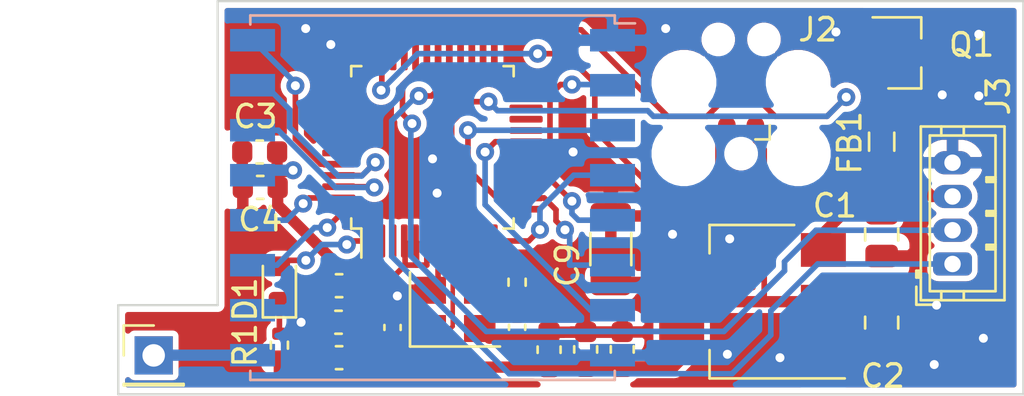
<source format=kicad_pcb>
(kicad_pcb (version 20171130) (host pcbnew "(5.1.9)-1")

  (general
    (thickness 1.6)
    (drawings 6)
    (tracks 249)
    (zones 0)
    (modules 25)
    (nets 54)
  )

  (page A4)
  (layers
    (0 F.Cu signal)
    (31 B.Cu signal)
    (32 B.Adhes user)
    (33 F.Adhes user)
    (34 B.Paste user)
    (35 F.Paste user)
    (36 B.SilkS user)
    (37 F.SilkS user)
    (38 B.Mask user)
    (39 F.Mask user)
    (40 Dwgs.User user)
    (41 Cmts.User user)
    (42 Eco1.User user)
    (43 Eco2.User user hide)
    (44 Edge.Cuts user)
    (45 Margin user)
    (46 B.CrtYd user)
    (47 F.CrtYd user hide)
    (48 B.Fab user hide)
    (49 F.Fab user hide)
  )

  (setup
    (last_trace_width 0.25)
    (user_trace_width 0.2)
    (user_trace_width 0.5)
    (user_trace_width 1)
    (trace_clearance 0.2)
    (zone_clearance 0.254)
    (zone_45_only no)
    (trace_min 0.2)
    (via_size 0.8)
    (via_drill 0.4)
    (via_min_size 0.4)
    (via_min_drill 0.3)
    (user_via 0.6 0.3)
    (uvia_size 0.3)
    (uvia_drill 0.1)
    (uvias_allowed no)
    (uvia_min_size 0.2)
    (uvia_min_drill 0.1)
    (edge_width 0.1)
    (segment_width 0.2)
    (pcb_text_width 0.3)
    (pcb_text_size 1.5 1.5)
    (mod_edge_width 0.15)
    (mod_text_size 1 1)
    (mod_text_width 0.15)
    (pad_size 1.524 1.524)
    (pad_drill 0.762)
    (pad_to_mask_clearance 0)
    (aux_axis_origin 0 0)
    (visible_elements 7FFFFFFF)
    (pcbplotparams
      (layerselection 0x010fc_ffffffff)
      (usegerberextensions false)
      (usegerberattributes true)
      (usegerberadvancedattributes true)
      (creategerberjobfile true)
      (excludeedgelayer true)
      (linewidth 0.100000)
      (plotframeref false)
      (viasonmask false)
      (mode 1)
      (useauxorigin false)
      (hpglpennumber 1)
      (hpglpenspeed 20)
      (hpglpendiameter 15.000000)
      (psnegative false)
      (psa4output false)
      (plotreference true)
      (plotvalue true)
      (plotinvisibletext false)
      (padsonsilk false)
      (subtractmaskfromsilk false)
      (outputformat 1)
      (mirror false)
      (drillshape 0)
      (scaleselection 1)
      (outputdirectory "gerber/"))
  )

  (net 0 "")
  (net 1 /AMS1117-3.3/VIN)
  (net 2 GND)
  (net 3 +3V3)
  (net 4 /STM32G030C8T6/HSE_IN)
  (net 5 "Net-(C17-Pad1)")
  (net 6 "Net-(D1-Pad1)")
  (net 7 "Net-(D1-Pad2)")
  (net 8 "Net-(FB1-Pad2)")
  (net 9 "Net-(J1-Pad1)")
  (net 10 /STM32G030C8T6/SWDIO)
  (net 11 /STM32G030C8T6/NRST)
  (net 12 /STM32G030C8T6/SWCLK)
  (net 13 /TC2030/SWO)
  (net 14 DBG_TX)
  (net 15 DBG_RX)
  (net 16 USB-5V)
  (net 17 /STM32G030C8T6/HSE_OUT)
  (net 18 SPI1_MISO)
  (net 19 SPI1_MOSI)
  (net 20 SPI1_SCK)
  (net 21 RFM_NSS)
  (net 22 RFM_RST)
  (net 23 RFM_DIO5)
  (net 24 RFM_DIO3)
  (net 25 RFM_DIO4)
  (net 26 RFM_DIO0)
  (net 27 RFM_DIO1)
  (net 28 RFM_DIO2)
  (net 29 "Net-(U6-Pad2)")
  (net 30 "Net-(U6-Pad3)")
  (net 31 /STM32G030C8T6/PA0)
  (net 32 /STM32G030C8T6/PA7)
  (net 33 /STM32G030C8T6/PB10)
  (net 34 /STM32G030C8T6/PB11)
  (net 35 /STM32G030C8T6/PB12)
  (net 36 /STM32G030C8T6/PB13)
  (net 37 /STM32G030C8T6/PB14)
  (net 38 /STM32G030C8T6/PB15)
  (net 39 /STM32G030C8T6/PA8)
  (net 40 /STM32G030C8T6/PC6)
  (net 41 /STM32G030C8T6/PC7)
  (net 42 /STM32G030C8T6/PA11)
  (net 43 /STM32G030C8T6/PA12)
  (net 44 /STM32G030C8T6/PA15)
  (net 45 /STM32G030C8T6/PD0)
  (net 46 /STM32G030C8T6/PD1)
  (net 47 /STM32G030C8T6/PD2)
  (net 48 /STM32G030C8T6/PD3)
  (net 49 /STM32G030C8T6/PA4)
  (net 50 /STM32G030C8T6/PB1)
  (net 51 /STM32G030C8T6/PB2)
  (net 52 /STM32G030C8T6/PB3)
  (net 53 /STM32G030C8T6/PB4)

  (net_class Default "This is the default net class."
    (clearance 0.2)
    (trace_width 0.25)
    (via_dia 0.8)
    (via_drill 0.4)
    (uvia_dia 0.3)
    (uvia_drill 0.1)
    (add_net +3V3)
    (add_net /AMS1117-3.3/VIN)
    (add_net /STM32G030C8T6/HSE_IN)
    (add_net /STM32G030C8T6/HSE_OUT)
    (add_net /STM32G030C8T6/NRST)
    (add_net /STM32G030C8T6/PA0)
    (add_net /STM32G030C8T6/PA11)
    (add_net /STM32G030C8T6/PA12)
    (add_net /STM32G030C8T6/PA15)
    (add_net /STM32G030C8T6/PA4)
    (add_net /STM32G030C8T6/PA7)
    (add_net /STM32G030C8T6/PA8)
    (add_net /STM32G030C8T6/PB1)
    (add_net /STM32G030C8T6/PB10)
    (add_net /STM32G030C8T6/PB11)
    (add_net /STM32G030C8T6/PB12)
    (add_net /STM32G030C8T6/PB13)
    (add_net /STM32G030C8T6/PB14)
    (add_net /STM32G030C8T6/PB15)
    (add_net /STM32G030C8T6/PB2)
    (add_net /STM32G030C8T6/PB3)
    (add_net /STM32G030C8T6/PB4)
    (add_net /STM32G030C8T6/PC6)
    (add_net /STM32G030C8T6/PC7)
    (add_net /STM32G030C8T6/PD0)
    (add_net /STM32G030C8T6/PD1)
    (add_net /STM32G030C8T6/PD2)
    (add_net /STM32G030C8T6/PD3)
    (add_net /STM32G030C8T6/SWCLK)
    (add_net /STM32G030C8T6/SWDIO)
    (add_net /TC2030/SWO)
    (add_net DBG_RX)
    (add_net DBG_TX)
    (add_net GND)
    (add_net "Net-(C17-Pad1)")
    (add_net "Net-(D1-Pad1)")
    (add_net "Net-(D1-Pad2)")
    (add_net "Net-(FB1-Pad2)")
    (add_net "Net-(J1-Pad1)")
    (add_net "Net-(U6-Pad2)")
    (add_net "Net-(U6-Pad3)")
    (add_net RFM_DIO0)
    (add_net RFM_DIO1)
    (add_net RFM_DIO2)
    (add_net RFM_DIO3)
    (add_net RFM_DIO4)
    (add_net RFM_DIO5)
    (add_net RFM_NSS)
    (add_net RFM_RST)
    (add_net SPI1_MISO)
    (add_net SPI1_MOSI)
    (add_net SPI1_SCK)
    (add_net USB-5V)
  )

  (module Capacitor_SMD:C_0805_2012Metric (layer F.Cu) (tedit 5F68FEEE) (tstamp 628A2897)
    (at 89.8144 50.4596 270)
    (descr "Capacitor SMD 0805 (2012 Metric), square (rectangular) end terminal, IPC_7351 nominal, (Body size source: IPC-SM-782 page 76, https://www.pcb-3d.com/wordpress/wp-content/uploads/ipc-sm-782a_amendment_1_and_2.pdf, https://docs.google.com/spreadsheets/d/1BsfQQcO9C6DZCsRaXUlFlo91Tg2WpOkGARC1WS5S8t0/edit?usp=sharing), generated with kicad-footprint-generator")
    (tags capacitor)
    (path /6115D0E4/6115FB0F)
    (attr smd)
    (fp_text reference C1 (at -1.2852 2.0828 180) (layer F.SilkS)
      (effects (font (size 1 1) (thickness 0.15)))
    )
    (fp_text value 10u (at 0 1.68 90) (layer F.Fab)
      (effects (font (size 1 1) (thickness 0.15)))
    )
    (fp_line (start 1.7 0.98) (end -1.7 0.98) (layer F.CrtYd) (width 0.05))
    (fp_line (start 1.7 -0.98) (end 1.7 0.98) (layer F.CrtYd) (width 0.05))
    (fp_line (start -1.7 -0.98) (end 1.7 -0.98) (layer F.CrtYd) (width 0.05))
    (fp_line (start -1.7 0.98) (end -1.7 -0.98) (layer F.CrtYd) (width 0.05))
    (fp_line (start -0.261252 0.735) (end 0.261252 0.735) (layer F.SilkS) (width 0.12))
    (fp_line (start -0.261252 -0.735) (end 0.261252 -0.735) (layer F.SilkS) (width 0.12))
    (fp_line (start 1 0.625) (end -1 0.625) (layer F.Fab) (width 0.1))
    (fp_line (start 1 -0.625) (end 1 0.625) (layer F.Fab) (width 0.1))
    (fp_line (start -1 -0.625) (end 1 -0.625) (layer F.Fab) (width 0.1))
    (fp_line (start -1 0.625) (end -1 -0.625) (layer F.Fab) (width 0.1))
    (fp_text user %R (at 0 0 90) (layer F.Fab)
      (effects (font (size 0.5 0.5) (thickness 0.08)))
    )
    (pad 1 smd roundrect (at -0.95 0 270) (size 1 1.45) (layers F.Cu F.Paste F.Mask) (roundrect_rratio 0.25)
      (net 1 /AMS1117-3.3/VIN))
    (pad 2 smd roundrect (at 0.95 0 270) (size 1 1.45) (layers F.Cu F.Paste F.Mask) (roundrect_rratio 0.25)
      (net 2 GND))
    (model ${KISYS3DMOD}/Capacitor_SMD.3dshapes/C_0805_2012Metric.wrl
      (at (xyz 0 0 0))
      (scale (xyz 1 1 1))
      (rotate (xyz 0 0 0))
    )
  )

  (module Capacitor_SMD:C_0805_2012Metric (layer F.Cu) (tedit 5F68FEEE) (tstamp 628A28A8)
    (at 89.8144 54.3712 270)
    (descr "Capacitor SMD 0805 (2012 Metric), square (rectangular) end terminal, IPC_7351 nominal, (Body size source: IPC-SM-782 page 76, https://www.pcb-3d.com/wordpress/wp-content/uploads/ipc-sm-782a_amendment_1_and_2.pdf, https://docs.google.com/spreadsheets/d/1BsfQQcO9C6DZCsRaXUlFlo91Tg2WpOkGARC1WS5S8t0/edit?usp=sharing), generated with kicad-footprint-generator")
    (tags capacitor)
    (path /6115D0E4/6115FB08)
    (attr smd)
    (fp_text reference C2 (at 2.3724 -0.0508 180) (layer F.SilkS)
      (effects (font (size 1 1) (thickness 0.15)))
    )
    (fp_text value 10u (at 0 1.68 90) (layer F.Fab)
      (effects (font (size 1 1) (thickness 0.15)))
    )
    (fp_line (start -1 0.625) (end -1 -0.625) (layer F.Fab) (width 0.1))
    (fp_line (start -1 -0.625) (end 1 -0.625) (layer F.Fab) (width 0.1))
    (fp_line (start 1 -0.625) (end 1 0.625) (layer F.Fab) (width 0.1))
    (fp_line (start 1 0.625) (end -1 0.625) (layer F.Fab) (width 0.1))
    (fp_line (start -0.261252 -0.735) (end 0.261252 -0.735) (layer F.SilkS) (width 0.12))
    (fp_line (start -0.261252 0.735) (end 0.261252 0.735) (layer F.SilkS) (width 0.12))
    (fp_line (start -1.7 0.98) (end -1.7 -0.98) (layer F.CrtYd) (width 0.05))
    (fp_line (start -1.7 -0.98) (end 1.7 -0.98) (layer F.CrtYd) (width 0.05))
    (fp_line (start 1.7 -0.98) (end 1.7 0.98) (layer F.CrtYd) (width 0.05))
    (fp_line (start 1.7 0.98) (end -1.7 0.98) (layer F.CrtYd) (width 0.05))
    (fp_text user %R (at 0 0 90) (layer F.Fab)
      (effects (font (size 0.5 0.5) (thickness 0.08)))
    )
    (pad 2 smd roundrect (at 0.95 0 270) (size 1 1.45) (layers F.Cu F.Paste F.Mask) (roundrect_rratio 0.25)
      (net 2 GND))
    (pad 1 smd roundrect (at -0.95 0 270) (size 1 1.45) (layers F.Cu F.Paste F.Mask) (roundrect_rratio 0.25)
      (net 3 +3V3))
    (model ${KISYS3DMOD}/Capacitor_SMD.3dshapes/C_0805_2012Metric.wrl
      (at (xyz 0 0 0))
      (scale (xyz 1 1 1))
      (rotate (xyz 0 0 0))
    )
  )

  (module Capacitor_SMD:C_0603_1608Metric (layer F.Cu) (tedit 5F68FEEE) (tstamp 628A28B9)
    (at 62.1662 46.7868 180)
    (descr "Capacitor SMD 0603 (1608 Metric), square (rectangular) end terminal, IPC_7351 nominal, (Body size source: IPC-SM-782 page 76, https://www.pcb-3d.com/wordpress/wp-content/uploads/ipc-sm-782a_amendment_1_and_2.pdf), generated with kicad-footprint-generator")
    (tags capacitor)
    (path /6112EDA0/611BC88F)
    (attr smd)
    (fp_text reference C3 (at 0.1902 1.5748) (layer F.SilkS)
      (effects (font (size 1 1) (thickness 0.15)))
    )
    (fp_text value 100n (at 0 1.43) (layer F.Fab)
      (effects (font (size 1 1) (thickness 0.15)))
    )
    (fp_line (start 1.48 0.73) (end -1.48 0.73) (layer F.CrtYd) (width 0.05))
    (fp_line (start 1.48 -0.73) (end 1.48 0.73) (layer F.CrtYd) (width 0.05))
    (fp_line (start -1.48 -0.73) (end 1.48 -0.73) (layer F.CrtYd) (width 0.05))
    (fp_line (start -1.48 0.73) (end -1.48 -0.73) (layer F.CrtYd) (width 0.05))
    (fp_line (start -0.14058 0.51) (end 0.14058 0.51) (layer F.SilkS) (width 0.12))
    (fp_line (start -0.14058 -0.51) (end 0.14058 -0.51) (layer F.SilkS) (width 0.12))
    (fp_line (start 0.8 0.4) (end -0.8 0.4) (layer F.Fab) (width 0.1))
    (fp_line (start 0.8 -0.4) (end 0.8 0.4) (layer F.Fab) (width 0.1))
    (fp_line (start -0.8 -0.4) (end 0.8 -0.4) (layer F.Fab) (width 0.1))
    (fp_line (start -0.8 0.4) (end -0.8 -0.4) (layer F.Fab) (width 0.1))
    (fp_text user %R (at 0 0) (layer F.Fab)
      (effects (font (size 0.4 0.4) (thickness 0.06)))
    )
    (pad 1 smd roundrect (at -0.775 0 180) (size 0.9 0.95) (layers F.Cu F.Paste F.Mask) (roundrect_rratio 0.25)
      (net 3 +3V3))
    (pad 2 smd roundrect (at 0.775 0 180) (size 0.9 0.95) (layers F.Cu F.Paste F.Mask) (roundrect_rratio 0.25)
      (net 2 GND))
    (model ${KISYS3DMOD}/Capacitor_SMD.3dshapes/C_0603_1608Metric.wrl
      (at (xyz 0 0 0))
      (scale (xyz 1 1 1))
      (rotate (xyz 0 0 0))
    )
  )

  (module Capacitor_SMD:C_0603_1608Metric (layer F.Cu) (tedit 5F68FEEE) (tstamp 628A28CA)
    (at 62.1922 48.3616 180)
    (descr "Capacitor SMD 0603 (1608 Metric), square (rectangular) end terminal, IPC_7351 nominal, (Body size source: IPC-SM-782 page 76, https://www.pcb-3d.com/wordpress/wp-content/uploads/ipc-sm-782a_amendment_1_and_2.pdf), generated with kicad-footprint-generator")
    (tags capacitor)
    (path /6112EDA0/611406BB)
    (attr smd)
    (fp_text reference C4 (at 0 -1.43) (layer F.SilkS)
      (effects (font (size 1 1) (thickness 0.15)))
    )
    (fp_text value 100n (at 0 1.43) (layer F.Fab)
      (effects (font (size 1 1) (thickness 0.15)))
    )
    (fp_line (start -0.8 0.4) (end -0.8 -0.4) (layer F.Fab) (width 0.1))
    (fp_line (start -0.8 -0.4) (end 0.8 -0.4) (layer F.Fab) (width 0.1))
    (fp_line (start 0.8 -0.4) (end 0.8 0.4) (layer F.Fab) (width 0.1))
    (fp_line (start 0.8 0.4) (end -0.8 0.4) (layer F.Fab) (width 0.1))
    (fp_line (start -0.14058 -0.51) (end 0.14058 -0.51) (layer F.SilkS) (width 0.12))
    (fp_line (start -0.14058 0.51) (end 0.14058 0.51) (layer F.SilkS) (width 0.12))
    (fp_line (start -1.48 0.73) (end -1.48 -0.73) (layer F.CrtYd) (width 0.05))
    (fp_line (start -1.48 -0.73) (end 1.48 -0.73) (layer F.CrtYd) (width 0.05))
    (fp_line (start 1.48 -0.73) (end 1.48 0.73) (layer F.CrtYd) (width 0.05))
    (fp_line (start 1.48 0.73) (end -1.48 0.73) (layer F.CrtYd) (width 0.05))
    (fp_text user %R (at 0 0) (layer F.Fab)
      (effects (font (size 0.4 0.4) (thickness 0.06)))
    )
    (pad 2 smd roundrect (at 0.775 0 180) (size 0.9 0.95) (layers F.Cu F.Paste F.Mask) (roundrect_rratio 0.25)
      (net 2 GND))
    (pad 1 smd roundrect (at -0.775 0 180) (size 0.9 0.95) (layers F.Cu F.Paste F.Mask) (roundrect_rratio 0.25)
      (net 3 +3V3))
    (model ${KISYS3DMOD}/Capacitor_SMD.3dshapes/C_0603_1608Metric.wrl
      (at (xyz 0 0 0))
      (scale (xyz 1 1 1))
      (rotate (xyz 0 0 0))
    )
  )

  (module Capacitor_SMD:C_1206_3216Metric (layer F.Cu) (tedit 5F68FEEE) (tstamp 628A28DB)
    (at 77.7748 51.1066 90)
    (descr "Capacitor SMD 1206 (3216 Metric), square (rectangular) end terminal, IPC_7351 nominal, (Body size source: IPC-SM-782 page 76, https://www.pcb-3d.com/wordpress/wp-content/uploads/ipc-sm-782a_amendment_1_and_2.pdf), generated with kicad-footprint-generator")
    (tags capacitor)
    (path /6116447D/61169E26)
    (attr smd)
    (fp_text reference C9 (at -0.7094 -1.9304 90) (layer F.SilkS)
      (effects (font (size 1 1) (thickness 0.15)))
    )
    (fp_text value 4u7 (at 0 1.85 90) (layer F.Fab)
      (effects (font (size 1 1) (thickness 0.15)))
    )
    (fp_line (start 2.3 1.15) (end -2.3 1.15) (layer F.CrtYd) (width 0.05))
    (fp_line (start 2.3 -1.15) (end 2.3 1.15) (layer F.CrtYd) (width 0.05))
    (fp_line (start -2.3 -1.15) (end 2.3 -1.15) (layer F.CrtYd) (width 0.05))
    (fp_line (start -2.3 1.15) (end -2.3 -1.15) (layer F.CrtYd) (width 0.05))
    (fp_line (start -0.711252 0.91) (end 0.711252 0.91) (layer F.SilkS) (width 0.12))
    (fp_line (start -0.711252 -0.91) (end 0.711252 -0.91) (layer F.SilkS) (width 0.12))
    (fp_line (start 1.6 0.8) (end -1.6 0.8) (layer F.Fab) (width 0.1))
    (fp_line (start 1.6 -0.8) (end 1.6 0.8) (layer F.Fab) (width 0.1))
    (fp_line (start -1.6 -0.8) (end 1.6 -0.8) (layer F.Fab) (width 0.1))
    (fp_line (start -1.6 0.8) (end -1.6 -0.8) (layer F.Fab) (width 0.1))
    (fp_text user %R (at 0 0 90) (layer F.Fab)
      (effects (font (size 0.8 0.8) (thickness 0.12)))
    )
    (pad 1 smd roundrect (at -1.475 0 90) (size 1.15 1.8) (layers F.Cu F.Paste F.Mask) (roundrect_rratio 0.2173904347826087)
      (net 3 +3V3))
    (pad 2 smd roundrect (at 1.475 0 90) (size 1.15 1.8) (layers F.Cu F.Paste F.Mask) (roundrect_rratio 0.2173904347826087)
      (net 2 GND))
    (model ${KISYS3DMOD}/Capacitor_SMD.3dshapes/C_1206_3216Metric.wrl
      (at (xyz 0 0 0))
      (scale (xyz 1 1 1))
      (rotate (xyz 0 0 0))
    )
  )

  (module Capacitor_SMD:C_0603_1608Metric (layer F.Cu) (tedit 5F68FEEE) (tstamp 628A28EC)
    (at 65.6714 54.356 180)
    (descr "Capacitor SMD 0603 (1608 Metric), square (rectangular) end terminal, IPC_7351 nominal, (Body size source: IPC-SM-782 page 76, https://www.pcb-3d.com/wordpress/wp-content/uploads/ipc-sm-782a_amendment_1_and_2.pdf), generated with kicad-footprint-generator")
    (tags capacitor)
    (path /6116447D/61169E2D)
    (attr smd)
    (fp_text reference C10 (at 0 -1.43) (layer F.SilkS) hide
      (effects (font (size 1 1) (thickness 0.15)))
    )
    (fp_text value 100n (at 0 1.43) (layer F.Fab)
      (effects (font (size 1 1) (thickness 0.15)))
    )
    (fp_line (start 1.48 0.73) (end -1.48 0.73) (layer F.CrtYd) (width 0.05))
    (fp_line (start 1.48 -0.73) (end 1.48 0.73) (layer F.CrtYd) (width 0.05))
    (fp_line (start -1.48 -0.73) (end 1.48 -0.73) (layer F.CrtYd) (width 0.05))
    (fp_line (start -1.48 0.73) (end -1.48 -0.73) (layer F.CrtYd) (width 0.05))
    (fp_line (start -0.14058 0.51) (end 0.14058 0.51) (layer F.SilkS) (width 0.12))
    (fp_line (start -0.14058 -0.51) (end 0.14058 -0.51) (layer F.SilkS) (width 0.12))
    (fp_line (start 0.8 0.4) (end -0.8 0.4) (layer F.Fab) (width 0.1))
    (fp_line (start 0.8 -0.4) (end 0.8 0.4) (layer F.Fab) (width 0.1))
    (fp_line (start -0.8 -0.4) (end 0.8 -0.4) (layer F.Fab) (width 0.1))
    (fp_line (start -0.8 0.4) (end -0.8 -0.4) (layer F.Fab) (width 0.1))
    (fp_text user %R (at 0 0) (layer F.Fab)
      (effects (font (size 0.4 0.4) (thickness 0.06)))
    )
    (pad 1 smd roundrect (at -0.775 0 180) (size 0.9 0.95) (layers F.Cu F.Paste F.Mask) (roundrect_rratio 0.25)
      (net 3 +3V3))
    (pad 2 smd roundrect (at 0.775 0 180) (size 0.9 0.95) (layers F.Cu F.Paste F.Mask) (roundrect_rratio 0.25)
      (net 2 GND))
    (model ${KISYS3DMOD}/Capacitor_SMD.3dshapes/C_0603_1608Metric.wrl
      (at (xyz 0 0 0))
      (scale (xyz 1 1 1))
      (rotate (xyz 0 0 0))
    )
  )

  (module Capacitor_SMD:C_0603_1608Metric (layer F.Cu) (tedit 5F68FEEE) (tstamp 628A28FD)
    (at 75.0316 55.5752 90)
    (descr "Capacitor SMD 0603 (1608 Metric), square (rectangular) end terminal, IPC_7351 nominal, (Body size source: IPC-SM-782 page 76, https://www.pcb-3d.com/wordpress/wp-content/uploads/ipc-sm-782a_amendment_1_and_2.pdf), generated with kicad-footprint-generator")
    (tags capacitor)
    (path /6116447D/61169E34)
    (attr smd)
    (fp_text reference C11 (at 0 -1.43 90) (layer F.SilkS) hide
      (effects (font (size 1 1) (thickness 0.15)))
    )
    (fp_text value 100n (at 0 1.43 90) (layer F.Fab)
      (effects (font (size 1 1) (thickness 0.15)))
    )
    (fp_line (start 1.48 0.73) (end -1.48 0.73) (layer F.CrtYd) (width 0.05))
    (fp_line (start 1.48 -0.73) (end 1.48 0.73) (layer F.CrtYd) (width 0.05))
    (fp_line (start -1.48 -0.73) (end 1.48 -0.73) (layer F.CrtYd) (width 0.05))
    (fp_line (start -1.48 0.73) (end -1.48 -0.73) (layer F.CrtYd) (width 0.05))
    (fp_line (start -0.14058 0.51) (end 0.14058 0.51) (layer F.SilkS) (width 0.12))
    (fp_line (start -0.14058 -0.51) (end 0.14058 -0.51) (layer F.SilkS) (width 0.12))
    (fp_line (start 0.8 0.4) (end -0.8 0.4) (layer F.Fab) (width 0.1))
    (fp_line (start 0.8 -0.4) (end 0.8 0.4) (layer F.Fab) (width 0.1))
    (fp_line (start -0.8 -0.4) (end 0.8 -0.4) (layer F.Fab) (width 0.1))
    (fp_line (start -0.8 0.4) (end -0.8 -0.4) (layer F.Fab) (width 0.1))
    (fp_text user %R (at 0 0 90) (layer F.Fab)
      (effects (font (size 0.4 0.4) (thickness 0.06)))
    )
    (pad 1 smd roundrect (at -0.775 0 90) (size 0.9 0.95) (layers F.Cu F.Paste F.Mask) (roundrect_rratio 0.25)
      (net 3 +3V3))
    (pad 2 smd roundrect (at 0.775 0 90) (size 0.9 0.95) (layers F.Cu F.Paste F.Mask) (roundrect_rratio 0.25)
      (net 2 GND))
    (model ${KISYS3DMOD}/Capacitor_SMD.3dshapes/C_0603_1608Metric.wrl
      (at (xyz 0 0 0))
      (scale (xyz 1 1 1))
      (rotate (xyz 0 0 0))
    )
  )

  (module Capacitor_SMD:C_0603_1608Metric (layer F.Cu) (tedit 5F68FEEE) (tstamp 628A290E)
    (at 76.6572 55.5622 90)
    (descr "Capacitor SMD 0603 (1608 Metric), square (rectangular) end terminal, IPC_7351 nominal, (Body size source: IPC-SM-782 page 76, https://www.pcb-3d.com/wordpress/wp-content/uploads/ipc-sm-782a_amendment_1_and_2.pdf), generated with kicad-footprint-generator")
    (tags capacitor)
    (path /6116447D/61169E3B)
    (attr smd)
    (fp_text reference C12 (at 0 -1.43 90) (layer F.SilkS) hide
      (effects (font (size 1 1) (thickness 0.15)))
    )
    (fp_text value 100n (at 0 1.43 90) (layer F.Fab)
      (effects (font (size 1 1) (thickness 0.15)))
    )
    (fp_line (start -0.8 0.4) (end -0.8 -0.4) (layer F.Fab) (width 0.1))
    (fp_line (start -0.8 -0.4) (end 0.8 -0.4) (layer F.Fab) (width 0.1))
    (fp_line (start 0.8 -0.4) (end 0.8 0.4) (layer F.Fab) (width 0.1))
    (fp_line (start 0.8 0.4) (end -0.8 0.4) (layer F.Fab) (width 0.1))
    (fp_line (start -0.14058 -0.51) (end 0.14058 -0.51) (layer F.SilkS) (width 0.12))
    (fp_line (start -0.14058 0.51) (end 0.14058 0.51) (layer F.SilkS) (width 0.12))
    (fp_line (start -1.48 0.73) (end -1.48 -0.73) (layer F.CrtYd) (width 0.05))
    (fp_line (start -1.48 -0.73) (end 1.48 -0.73) (layer F.CrtYd) (width 0.05))
    (fp_line (start 1.48 -0.73) (end 1.48 0.73) (layer F.CrtYd) (width 0.05))
    (fp_line (start 1.48 0.73) (end -1.48 0.73) (layer F.CrtYd) (width 0.05))
    (fp_text user %R (at 0 0 90) (layer F.Fab)
      (effects (font (size 0.4 0.4) (thickness 0.06)))
    )
    (pad 2 smd roundrect (at 0.775 0 90) (size 0.9 0.95) (layers F.Cu F.Paste F.Mask) (roundrect_rratio 0.25)
      (net 2 GND))
    (pad 1 smd roundrect (at -0.775 0 90) (size 0.9 0.95) (layers F.Cu F.Paste F.Mask) (roundrect_rratio 0.25)
      (net 3 +3V3))
    (model ${KISYS3DMOD}/Capacitor_SMD.3dshapes/C_0603_1608Metric.wrl
      (at (xyz 0 0 0))
      (scale (xyz 1 1 1))
      (rotate (xyz 0 0 0))
    )
  )

  (module Capacitor_SMD:C_0603_1608Metric (layer F.Cu) (tedit 5F68FEEE) (tstamp 628A291F)
    (at 78.2828 55.5622 90)
    (descr "Capacitor SMD 0603 (1608 Metric), square (rectangular) end terminal, IPC_7351 nominal, (Body size source: IPC-SM-782 page 76, https://www.pcb-3d.com/wordpress/wp-content/uploads/ipc-sm-782a_amendment_1_and_2.pdf), generated with kicad-footprint-generator")
    (tags capacitor)
    (path /6116447D/61175BE9)
    (attr smd)
    (fp_text reference C13 (at 0 -1.43 90) (layer F.SilkS) hide
      (effects (font (size 1 1) (thickness 0.15)))
    )
    (fp_text value 100n (at 0 1.43 90) (layer F.Fab)
      (effects (font (size 1 1) (thickness 0.15)))
    )
    (fp_line (start -0.8 0.4) (end -0.8 -0.4) (layer F.Fab) (width 0.1))
    (fp_line (start -0.8 -0.4) (end 0.8 -0.4) (layer F.Fab) (width 0.1))
    (fp_line (start 0.8 -0.4) (end 0.8 0.4) (layer F.Fab) (width 0.1))
    (fp_line (start 0.8 0.4) (end -0.8 0.4) (layer F.Fab) (width 0.1))
    (fp_line (start -0.14058 -0.51) (end 0.14058 -0.51) (layer F.SilkS) (width 0.12))
    (fp_line (start -0.14058 0.51) (end 0.14058 0.51) (layer F.SilkS) (width 0.12))
    (fp_line (start -1.48 0.73) (end -1.48 -0.73) (layer F.CrtYd) (width 0.05))
    (fp_line (start -1.48 -0.73) (end 1.48 -0.73) (layer F.CrtYd) (width 0.05))
    (fp_line (start 1.48 -0.73) (end 1.48 0.73) (layer F.CrtYd) (width 0.05))
    (fp_line (start 1.48 0.73) (end -1.48 0.73) (layer F.CrtYd) (width 0.05))
    (fp_text user %R (at 0 0 90) (layer F.Fab)
      (effects (font (size 0.4 0.4) (thickness 0.06)))
    )
    (pad 2 smd roundrect (at 0.775 0 90) (size 0.9 0.95) (layers F.Cu F.Paste F.Mask) (roundrect_rratio 0.25)
      (net 2 GND))
    (pad 1 smd roundrect (at -0.775 0 90) (size 0.9 0.95) (layers F.Cu F.Paste F.Mask) (roundrect_rratio 0.25)
      (net 3 +3V3))
    (model ${KISYS3DMOD}/Capacitor_SMD.3dshapes/C_0603_1608Metric.wrl
      (at (xyz 0 0 0))
      (scale (xyz 1 1 1))
      (rotate (xyz 0 0 0))
    )
  )

  (module Capacitor_SMD:C_0603_1608Metric (layer F.Cu) (tedit 5F68FEEE) (tstamp 628A2930)
    (at 65.6974 52.7304 180)
    (descr "Capacitor SMD 0603 (1608 Metric), square (rectangular) end terminal, IPC_7351 nominal, (Body size source: IPC-SM-782 page 76, https://www.pcb-3d.com/wordpress/wp-content/uploads/ipc-sm-782a_amendment_1_and_2.pdf), generated with kicad-footprint-generator")
    (tags capacitor)
    (path /6116447D/611762EE)
    (attr smd)
    (fp_text reference C14 (at 0 -1.43) (layer F.SilkS) hide
      (effects (font (size 1 1) (thickness 0.15)))
    )
    (fp_text value 100n (at 0 1.43) (layer F.Fab)
      (effects (font (size 1 1) (thickness 0.15)))
    )
    (fp_line (start 1.48 0.73) (end -1.48 0.73) (layer F.CrtYd) (width 0.05))
    (fp_line (start 1.48 -0.73) (end 1.48 0.73) (layer F.CrtYd) (width 0.05))
    (fp_line (start -1.48 -0.73) (end 1.48 -0.73) (layer F.CrtYd) (width 0.05))
    (fp_line (start -1.48 0.73) (end -1.48 -0.73) (layer F.CrtYd) (width 0.05))
    (fp_line (start -0.14058 0.51) (end 0.14058 0.51) (layer F.SilkS) (width 0.12))
    (fp_line (start -0.14058 -0.51) (end 0.14058 -0.51) (layer F.SilkS) (width 0.12))
    (fp_line (start 0.8 0.4) (end -0.8 0.4) (layer F.Fab) (width 0.1))
    (fp_line (start 0.8 -0.4) (end 0.8 0.4) (layer F.Fab) (width 0.1))
    (fp_line (start -0.8 -0.4) (end 0.8 -0.4) (layer F.Fab) (width 0.1))
    (fp_line (start -0.8 0.4) (end -0.8 -0.4) (layer F.Fab) (width 0.1))
    (fp_text user %R (at 0 0) (layer F.Fab)
      (effects (font (size 0.4 0.4) (thickness 0.06)))
    )
    (pad 1 smd roundrect (at -0.775 0 180) (size 0.9 0.95) (layers F.Cu F.Paste F.Mask) (roundrect_rratio 0.25)
      (net 3 +3V3))
    (pad 2 smd roundrect (at 0.775 0 180) (size 0.9 0.95) (layers F.Cu F.Paste F.Mask) (roundrect_rratio 0.25)
      (net 2 GND))
    (model ${KISYS3DMOD}/Capacitor_SMD.3dshapes/C_0603_1608Metric.wrl
      (at (xyz 0 0 0))
      (scale (xyz 1 1 1))
      (rotate (xyz 0 0 0))
    )
  )

  (module Capacitor_SMD:C_0603_1608Metric (layer F.Cu) (tedit 5F68FEEE) (tstamp 628A2941)
    (at 65.6974 55.9308 180)
    (descr "Capacitor SMD 0603 (1608 Metric), square (rectangular) end terminal, IPC_7351 nominal, (Body size source: IPC-SM-782 page 76, https://www.pcb-3d.com/wordpress/wp-content/uploads/ipc-sm-782a_amendment_1_and_2.pdf), generated with kicad-footprint-generator")
    (tags capacitor)
    (path /6116447D/61176759)
    (attr smd)
    (fp_text reference C15 (at 0 -1.43) (layer F.SilkS) hide
      (effects (font (size 1 1) (thickness 0.15)))
    )
    (fp_text value 100n (at 0 1.43) (layer F.Fab)
      (effects (font (size 1 1) (thickness 0.15)))
    )
    (fp_line (start -0.8 0.4) (end -0.8 -0.4) (layer F.Fab) (width 0.1))
    (fp_line (start -0.8 -0.4) (end 0.8 -0.4) (layer F.Fab) (width 0.1))
    (fp_line (start 0.8 -0.4) (end 0.8 0.4) (layer F.Fab) (width 0.1))
    (fp_line (start 0.8 0.4) (end -0.8 0.4) (layer F.Fab) (width 0.1))
    (fp_line (start -0.14058 -0.51) (end 0.14058 -0.51) (layer F.SilkS) (width 0.12))
    (fp_line (start -0.14058 0.51) (end 0.14058 0.51) (layer F.SilkS) (width 0.12))
    (fp_line (start -1.48 0.73) (end -1.48 -0.73) (layer F.CrtYd) (width 0.05))
    (fp_line (start -1.48 -0.73) (end 1.48 -0.73) (layer F.CrtYd) (width 0.05))
    (fp_line (start 1.48 -0.73) (end 1.48 0.73) (layer F.CrtYd) (width 0.05))
    (fp_line (start 1.48 0.73) (end -1.48 0.73) (layer F.CrtYd) (width 0.05))
    (fp_text user %R (at 0 0) (layer F.Fab)
      (effects (font (size 0.4 0.4) (thickness 0.06)))
    )
    (pad 2 smd roundrect (at 0.775 0 180) (size 0.9 0.95) (layers F.Cu F.Paste F.Mask) (roundrect_rratio 0.25)
      (net 2 GND))
    (pad 1 smd roundrect (at -0.775 0 180) (size 0.9 0.95) (layers F.Cu F.Paste F.Mask) (roundrect_rratio 0.25)
      (net 3 +3V3))
    (model ${KISYS3DMOD}/Capacitor_SMD.3dshapes/C_0603_1608Metric.wrl
      (at (xyz 0 0 0))
      (scale (xyz 1 1 1))
      (rotate (xyz 0 0 0))
    )
  )

  (module Capacitor_SMD:C_0402_1005Metric (layer F.Cu) (tedit 5F68FEEE) (tstamp 628A2952)
    (at 68.072 54.5872 90)
    (descr "Capacitor SMD 0402 (1005 Metric), square (rectangular) end terminal, IPC_7351 nominal, (Body size source: IPC-SM-782 page 76, https://www.pcb-3d.com/wordpress/wp-content/uploads/ipc-sm-782a_amendment_1_and_2.pdf), generated with kicad-footprint-generator")
    (tags capacitor)
    (path /6116447D/61169E0A)
    (attr smd)
    (fp_text reference C16 (at 1.6028 -0.8636 180) (layer F.SilkS) hide
      (effects (font (size 1 1) (thickness 0.15)))
    )
    (fp_text value 12p (at 0 1.16 90) (layer F.Fab)
      (effects (font (size 1 1) (thickness 0.15)))
    )
    (fp_line (start 0.91 0.46) (end -0.91 0.46) (layer F.CrtYd) (width 0.05))
    (fp_line (start 0.91 -0.46) (end 0.91 0.46) (layer F.CrtYd) (width 0.05))
    (fp_line (start -0.91 -0.46) (end 0.91 -0.46) (layer F.CrtYd) (width 0.05))
    (fp_line (start -0.91 0.46) (end -0.91 -0.46) (layer F.CrtYd) (width 0.05))
    (fp_line (start -0.107836 0.36) (end 0.107836 0.36) (layer F.SilkS) (width 0.12))
    (fp_line (start -0.107836 -0.36) (end 0.107836 -0.36) (layer F.SilkS) (width 0.12))
    (fp_line (start 0.5 0.25) (end -0.5 0.25) (layer F.Fab) (width 0.1))
    (fp_line (start 0.5 -0.25) (end 0.5 0.25) (layer F.Fab) (width 0.1))
    (fp_line (start -0.5 -0.25) (end 0.5 -0.25) (layer F.Fab) (width 0.1))
    (fp_line (start -0.5 0.25) (end -0.5 -0.25) (layer F.Fab) (width 0.1))
    (fp_text user %R (at 0 0 90) (layer F.Fab)
      (effects (font (size 0.25 0.25) (thickness 0.04)))
    )
    (pad 1 smd roundrect (at -0.48 0 90) (size 0.56 0.62) (layers F.Cu F.Paste F.Mask) (roundrect_rratio 0.25)
      (net 4 /STM32G030C8T6/HSE_IN))
    (pad 2 smd roundrect (at 0.48 0 90) (size 0.56 0.62) (layers F.Cu F.Paste F.Mask) (roundrect_rratio 0.25)
      (net 2 GND))
    (model ${KISYS3DMOD}/Capacitor_SMD.3dshapes/C_0402_1005Metric.wrl
      (at (xyz 0 0 0))
      (scale (xyz 1 1 1))
      (rotate (xyz 0 0 0))
    )
  )

  (module Capacitor_SMD:C_0402_1005Metric (layer F.Cu) (tedit 5F68FEEE) (tstamp 628A2963)
    (at 73.6092 54.582 270)
    (descr "Capacitor SMD 0402 (1005 Metric), square (rectangular) end terminal, IPC_7351 nominal, (Body size source: IPC-SM-782 page 76, https://www.pcb-3d.com/wordpress/wp-content/uploads/ipc-sm-782a_amendment_1_and_2.pdf), generated with kicad-footprint-generator")
    (tags capacitor)
    (path /6116447D/61169E03)
    (attr smd)
    (fp_text reference C17 (at 0.0508 -1.3208 90) (layer F.SilkS) hide
      (effects (font (size 1 1) (thickness 0.15)))
    )
    (fp_text value 12p (at 0 1.16 90) (layer F.Fab)
      (effects (font (size 1 1) (thickness 0.15)))
    )
    (fp_line (start -0.5 0.25) (end -0.5 -0.25) (layer F.Fab) (width 0.1))
    (fp_line (start -0.5 -0.25) (end 0.5 -0.25) (layer F.Fab) (width 0.1))
    (fp_line (start 0.5 -0.25) (end 0.5 0.25) (layer F.Fab) (width 0.1))
    (fp_line (start 0.5 0.25) (end -0.5 0.25) (layer F.Fab) (width 0.1))
    (fp_line (start -0.107836 -0.36) (end 0.107836 -0.36) (layer F.SilkS) (width 0.12))
    (fp_line (start -0.107836 0.36) (end 0.107836 0.36) (layer F.SilkS) (width 0.12))
    (fp_line (start -0.91 0.46) (end -0.91 -0.46) (layer F.CrtYd) (width 0.05))
    (fp_line (start -0.91 -0.46) (end 0.91 -0.46) (layer F.CrtYd) (width 0.05))
    (fp_line (start 0.91 -0.46) (end 0.91 0.46) (layer F.CrtYd) (width 0.05))
    (fp_line (start 0.91 0.46) (end -0.91 0.46) (layer F.CrtYd) (width 0.05))
    (fp_text user %R (at 0 0 90) (layer F.Fab)
      (effects (font (size 0.25 0.25) (thickness 0.04)))
    )
    (pad 2 smd roundrect (at 0.48 0 270) (size 0.56 0.62) (layers F.Cu F.Paste F.Mask) (roundrect_rratio 0.25)
      (net 2 GND))
    (pad 1 smd roundrect (at -0.48 0 270) (size 0.56 0.62) (layers F.Cu F.Paste F.Mask) (roundrect_rratio 0.25)
      (net 5 "Net-(C17-Pad1)"))
    (model ${KISYS3DMOD}/Capacitor_SMD.3dshapes/C_0402_1005Metric.wrl
      (at (xyz 0 0 0))
      (scale (xyz 1 1 1))
      (rotate (xyz 0 0 0))
    )
  )

  (module LED_SMD:LED_0603_1608Metric (layer F.Cu) (tedit 5F68FEF1) (tstamp 628A2976)
    (at 63.0428 52.6543 90)
    (descr "LED SMD 0603 (1608 Metric), square (rectangular) end terminal, IPC_7351 nominal, (Body size source: http://www.tortai-tech.com/upload/download/2011102023233369053.pdf), generated with kicad-footprint-generator")
    (tags LED)
    (path /6116447D/61169E18)
    (attr smd)
    (fp_text reference D1 (at -0.6857 -1.524 90) (layer F.SilkS)
      (effects (font (size 1 1) (thickness 0.15)))
    )
    (fp_text value LED (at 0 1.43 90) (layer F.Fab)
      (effects (font (size 1 1) (thickness 0.15)))
    )
    (fp_line (start 1.48 0.73) (end -1.48 0.73) (layer F.CrtYd) (width 0.05))
    (fp_line (start 1.48 -0.73) (end 1.48 0.73) (layer F.CrtYd) (width 0.05))
    (fp_line (start -1.48 -0.73) (end 1.48 -0.73) (layer F.CrtYd) (width 0.05))
    (fp_line (start -1.48 0.73) (end -1.48 -0.73) (layer F.CrtYd) (width 0.05))
    (fp_line (start -1.485 0.735) (end 0.8 0.735) (layer F.SilkS) (width 0.12))
    (fp_line (start -1.485 -0.735) (end -1.485 0.735) (layer F.SilkS) (width 0.12))
    (fp_line (start 0.8 -0.735) (end -1.485 -0.735) (layer F.SilkS) (width 0.12))
    (fp_line (start 0.8 0.4) (end 0.8 -0.4) (layer F.Fab) (width 0.1))
    (fp_line (start -0.8 0.4) (end 0.8 0.4) (layer F.Fab) (width 0.1))
    (fp_line (start -0.8 -0.1) (end -0.8 0.4) (layer F.Fab) (width 0.1))
    (fp_line (start -0.5 -0.4) (end -0.8 -0.1) (layer F.Fab) (width 0.1))
    (fp_line (start 0.8 -0.4) (end -0.5 -0.4) (layer F.Fab) (width 0.1))
    (fp_text user %R (at 0 0 90) (layer F.Fab)
      (effects (font (size 0.4 0.4) (thickness 0.06)))
    )
    (pad 1 smd roundrect (at -0.7875 0 90) (size 0.875 0.95) (layers F.Cu F.Paste F.Mask) (roundrect_rratio 0.25)
      (net 6 "Net-(D1-Pad1)"))
    (pad 2 smd roundrect (at 0.7875 0 90) (size 0.875 0.95) (layers F.Cu F.Paste F.Mask) (roundrect_rratio 0.25)
      (net 7 "Net-(D1-Pad2)"))
    (model ${KISYS3DMOD}/LED_SMD.3dshapes/LED_0603_1608Metric.wrl
      (at (xyz 0 0 0))
      (scale (xyz 1 1 1))
      (rotate (xyz 0 0 0))
    )
  )

  (module Inductor_SMD:L_0805_2012Metric (layer F.Cu) (tedit 5F68FEF0) (tstamp 628A2987)
    (at 89.8144 46.3296 90)
    (descr "Inductor SMD 0805 (2012 Metric), square (rectangular) end terminal, IPC_7351 nominal, (Body size source: IPC-SM-782 page 80, https://www.pcb-3d.com/wordpress/wp-content/uploads/ipc-sm-782a_amendment_1_and_2.pdf), generated with kicad-footprint-generator")
    (tags inductor)
    (path /6115E9C4)
    (attr smd)
    (fp_text reference FB1 (at -0.0508 -1.4224 90) (layer F.SilkS)
      (effects (font (size 1 1) (thickness 0.15)))
    )
    (fp_text value GZ2012D101TF (at 0 1.55 90) (layer F.Fab)
      (effects (font (size 1 1) (thickness 0.15)))
    )
    (fp_line (start 1.75 0.85) (end -1.75 0.85) (layer F.CrtYd) (width 0.05))
    (fp_line (start 1.75 -0.85) (end 1.75 0.85) (layer F.CrtYd) (width 0.05))
    (fp_line (start -1.75 -0.85) (end 1.75 -0.85) (layer F.CrtYd) (width 0.05))
    (fp_line (start -1.75 0.85) (end -1.75 -0.85) (layer F.CrtYd) (width 0.05))
    (fp_line (start -0.399622 0.56) (end 0.399622 0.56) (layer F.SilkS) (width 0.12))
    (fp_line (start -0.399622 -0.56) (end 0.399622 -0.56) (layer F.SilkS) (width 0.12))
    (fp_line (start 1 0.45) (end -1 0.45) (layer F.Fab) (width 0.1))
    (fp_line (start 1 -0.45) (end 1 0.45) (layer F.Fab) (width 0.1))
    (fp_line (start -1 -0.45) (end 1 -0.45) (layer F.Fab) (width 0.1))
    (fp_line (start -1 0.45) (end -1 -0.45) (layer F.Fab) (width 0.1))
    (fp_text user %R (at 0 0 90) (layer F.Fab)
      (effects (font (size 0.5 0.5) (thickness 0.08)))
    )
    (pad 1 smd roundrect (at -1.0625 0 90) (size 0.875 1.2) (layers F.Cu F.Paste F.Mask) (roundrect_rratio 0.25)
      (net 1 /AMS1117-3.3/VIN))
    (pad 2 smd roundrect (at 1.0625 0 90) (size 0.875 1.2) (layers F.Cu F.Paste F.Mask) (roundrect_rratio 0.25)
      (net 8 "Net-(FB1-Pad2)"))
    (model ${KISYS3DMOD}/Inductor_SMD.3dshapes/L_0805_2012Metric.wrl
      (at (xyz 0 0 0))
      (scale (xyz 1 1 1))
      (rotate (xyz 0 0 0))
    )
  )

  (module Connector_PinHeader_2.54mm:PinHeader_1x01_P2.54mm_Vertical (layer F.Cu) (tedit 59FED5CC) (tstamp 628A299C)
    (at 57.4548 55.8292)
    (descr "Through hole straight pin header, 1x01, 2.54mm pitch, single row")
    (tags "Through hole pin header THT 1x01 2.54mm single row")
    (path /6112EDA0/602449E3)
    (fp_text reference J1 (at 0 -2.33) (layer F.SilkS) hide
      (effects (font (size 1 1) (thickness 0.15)))
    )
    (fp_text value ANT (at 0 2.33) (layer F.Fab)
      (effects (font (size 1 1) (thickness 0.15)))
    )
    (fp_line (start 1.8 -1.8) (end -1.8 -1.8) (layer F.CrtYd) (width 0.05))
    (fp_line (start 1.8 1.8) (end 1.8 -1.8) (layer F.CrtYd) (width 0.05))
    (fp_line (start -1.8 1.8) (end 1.8 1.8) (layer F.CrtYd) (width 0.05))
    (fp_line (start -1.8 -1.8) (end -1.8 1.8) (layer F.CrtYd) (width 0.05))
    (fp_line (start -1.33 -1.33) (end 0 -1.33) (layer F.SilkS) (width 0.12))
    (fp_line (start -1.33 0) (end -1.33 -1.33) (layer F.SilkS) (width 0.12))
    (fp_line (start -1.33 1.27) (end 1.33 1.27) (layer F.SilkS) (width 0.12))
    (fp_line (start 1.33 1.27) (end 1.33 1.33) (layer F.SilkS) (width 0.12))
    (fp_line (start -1.33 1.27) (end -1.33 1.33) (layer F.SilkS) (width 0.12))
    (fp_line (start -1.33 1.33) (end 1.33 1.33) (layer F.SilkS) (width 0.12))
    (fp_line (start -1.27 -0.635) (end -0.635 -1.27) (layer F.Fab) (width 0.1))
    (fp_line (start -1.27 1.27) (end -1.27 -0.635) (layer F.Fab) (width 0.1))
    (fp_line (start 1.27 1.27) (end -1.27 1.27) (layer F.Fab) (width 0.1))
    (fp_line (start 1.27 -1.27) (end 1.27 1.27) (layer F.Fab) (width 0.1))
    (fp_line (start -0.635 -1.27) (end 1.27 -1.27) (layer F.Fab) (width 0.1))
    (fp_text user %R (at -5.982601 -5.685801 90) (layer F.Fab)
      (effects (font (size 1 1) (thickness 0.15)))
    )
    (pad 1 thru_hole rect (at 0 0) (size 1.7 1.7) (drill 1) (layers *.Cu *.Mask)
      (net 9 "Net-(J1-Pad1)"))
    (model ${KISYS3DMOD}/Connector_PinHeader_2.54mm.3dshapes/PinHeader_1x01_P2.54mm_Vertical.wrl
      (at (xyz 0 0 0))
      (scale (xyz 1 1 1))
      (rotate (xyz 0 0 0))
    )
  )

  (module Connector:Tag-Connect_TC2030-IDC-FP_2x03_P1.27mm_Vertical (layer F.Cu) (tedit 5A29CE9B) (tstamp 628A29BE)
    (at 83.566 44.323 90)
    (descr "Tag-Connect programming header; http://www.tag-connect.com/Materials/TC2030-IDC.pdf")
    (tags "tag connect programming header pogo pins")
    (path /628A7B72/6281FD73)
    (attr virtual)
    (fp_text reference J2 (at 2.9718 3.4036 180) (layer F.SilkS)
      (effects (font (size 1 1) (thickness 0.15)))
    )
    (fp_text value Conn_02x03_Odd_Even (at 0 -4.7 90) (layer F.Fab)
      (effects (font (size 1 1) (thickness 0.15)))
    )
    (fp_line (start 0.635 0.635) (end 1.27 0) (layer Dwgs.User) (width 0.1))
    (fp_line (start 0 0.635) (end 1.27 -0.635) (layer Dwgs.User) (width 0.1))
    (fp_line (start -0.635 0.635) (end 0.635 -0.635) (layer Dwgs.User) (width 0.1))
    (fp_line (start -1.27 0) (end -0.635 -0.635) (layer Dwgs.User) (width 0.1))
    (fp_line (start -1.27 0.635) (end 0 -0.635) (layer Dwgs.User) (width 0.1))
    (fp_line (start -4.25 -4.25) (end 3.75 -4.25) (layer F.CrtYd) (width 0.05))
    (fp_line (start 3.75 -4.25) (end 3.75 4.25) (layer F.CrtYd) (width 0.05))
    (fp_line (start 3.75 4.25) (end -4.25 4.25) (layer F.CrtYd) (width 0.05))
    (fp_line (start -4.25 4.25) (end -4.25 -4.25) (layer F.CrtYd) (width 0.05))
    (fp_line (start -1.27 1.27) (end -1.905 1.27) (layer F.SilkS) (width 0.12))
    (fp_line (start -1.905 1.27) (end -1.905 0.635) (layer F.SilkS) (width 0.12))
    (fp_line (start -1.27 -0.635) (end 1.27 -0.635) (layer Dwgs.User) (width 0.1))
    (fp_line (start 1.27 -0.635) (end 1.27 0.635) (layer Dwgs.User) (width 0.1))
    (fp_line (start 1.27 0.635) (end -1.27 0.635) (layer Dwgs.User) (width 0.1))
    (fp_line (start -1.27 0.635) (end -1.27 -0.635) (layer Dwgs.User) (width 0.1))
    (fp_text user KEEPOUT (at 0 0 90) (layer Cmts.User)
      (effects (font (size 0.4 0.4) (thickness 0.07)))
    )
    (fp_text user %R (at 0 0 90) (layer F.Fab)
      (effects (font (size 1 1) (thickness 0.15)))
    )
    (pad "" np_thru_hole circle (at -2.54 2.54 90) (size 2.3749 2.3749) (drill 2.3749) (layers *.Cu *.Mask))
    (pad "" np_thru_hole circle (at -2.54 -2.54 90) (size 2.3749 2.3749) (drill 2.3749) (layers *.Cu *.Mask))
    (pad "" np_thru_hole circle (at 0.635 -2.54 90) (size 2.3749 2.3749) (drill 2.3749) (layers *.Cu *.Mask))
    (pad "" np_thru_hole circle (at 0.635 2.54 90) (size 2.3749 2.3749) (drill 2.3749) (layers *.Cu *.Mask))
    (pad "" np_thru_hole circle (at 2.54 -1.016 90) (size 0.9906 0.9906) (drill 0.9906) (layers *.Cu *.Mask))
    (pad "" np_thru_hole circle (at 2.54 1.016 90) (size 0.9906 0.9906) (drill 0.9906) (layers *.Cu *.Mask))
    (pad "" np_thru_hole circle (at -2.54 0 90) (size 0.9906 0.9906) (drill 0.9906) (layers *.Cu *.Mask))
    (pad 1 connect circle (at -1.27 0.635 90) (size 0.7874 0.7874) (layers F.Cu F.Mask)
      (net 3 +3V3))
    (pad 2 connect circle (at -1.27 -0.635 90) (size 0.7874 0.7874) (layers F.Cu F.Mask)
      (net 10 /STM32G030C8T6/SWDIO))
    (pad 3 connect circle (at 0 0.635 90) (size 0.7874 0.7874) (layers F.Cu F.Mask)
      (net 11 /STM32G030C8T6/NRST))
    (pad 4 connect circle (at 0 -0.635 90) (size 0.7874 0.7874) (layers F.Cu F.Mask)
      (net 12 /STM32G030C8T6/SWCLK))
    (pad 5 connect circle (at 1.27 0.635 90) (size 0.7874 0.7874) (layers F.Cu F.Mask)
      (net 2 GND))
    (pad 6 connect circle (at 1.27 -0.635 90) (size 0.7874 0.7874) (layers F.Cu F.Mask)
      (net 13 /TC2030/SWO))
  )

  (module Connector_JST2:JST_ZH_B4B-ZR_1x04_P1.50mm_Vertical (layer F.Cu) (tedit 5E793890) (tstamp 628A29EF)
    (at 92.964 51.7652 90)
    (descr "JST ZH series connector, B4B-ZR (http://www.jst-mfg.com/product/pdf/eng/eZH.pdf), generated with kicad-footprint-generator")
    (tags "connector JST ZH vertical")
    (path /6114F8E6/61193048)
    (fp_text reference J3 (at 7.4676 2.032 90) (layer F.SilkS)
      (effects (font (size 1 1) (thickness 0.15)))
    )
    (fp_text value DBG (at 2.25 3.4 90) (layer F.Fab)
      (effects (font (size 1 1) (thickness 0.15)))
    )
    (fp_line (start 6.5 -1.8) (end -2 -1.8) (layer F.CrtYd) (width 0.05))
    (fp_line (start 6.5 2.7) (end 6.5 -1.8) (layer F.CrtYd) (width 0.05))
    (fp_line (start -2 2.7) (end 6.5 2.7) (layer F.CrtYd) (width 0.05))
    (fp_line (start -2 -1.8) (end -2 2.7) (layer F.CrtYd) (width 0.05))
    (fp_line (start 6 -1.3) (end -1.5 -1.3) (layer F.Fab) (width 0.1))
    (fp_line (start 6 2.2) (end 6 -1.3) (layer F.Fab) (width 0.1))
    (fp_line (start -1.5 2.2) (end 6 2.2) (layer F.Fab) (width 0.1))
    (fp_line (start -1.5 -1.3) (end -1.5 2.2) (layer F.Fab) (width 0.1))
    (fp_line (start -1.81 -1.61) (end -1.81 -0.81) (layer F.Fab) (width 0.1))
    (fp_line (start -1.01 -1.61) (end -1.81 -1.61) (layer F.Fab) (width 0.1))
    (fp_line (start -1.81 -1.61) (end -1.81 -0.81) (layer F.SilkS) (width 0.12))
    (fp_line (start -1.01 -1.61) (end -1.81 -1.61) (layer F.SilkS) (width 0.12))
    (fp_line (start 3.75 1.91) (end 3.75 1.51) (layer F.SilkS) (width 0.12))
    (fp_line (start 3.85 1.51) (end 3.85 1.91) (layer F.SilkS) (width 0.12))
    (fp_line (start 3.65 1.51) (end 3.85 1.51) (layer F.SilkS) (width 0.12))
    (fp_line (start 3.65 1.91) (end 3.65 1.51) (layer F.SilkS) (width 0.12))
    (fp_line (start 2.25 1.91) (end 2.25 1.51) (layer F.SilkS) (width 0.12))
    (fp_line (start 2.35 1.51) (end 2.35 1.91) (layer F.SilkS) (width 0.12))
    (fp_line (start 2.15 1.51) (end 2.35 1.51) (layer F.SilkS) (width 0.12))
    (fp_line (start 2.15 1.91) (end 2.15 1.51) (layer F.SilkS) (width 0.12))
    (fp_line (start 0.75 1.91) (end 0.75 1.51) (layer F.SilkS) (width 0.12))
    (fp_line (start 0.85 1.51) (end 0.85 1.91) (layer F.SilkS) (width 0.12))
    (fp_line (start 0.65 1.51) (end 0.85 1.51) (layer F.SilkS) (width 0.12))
    (fp_line (start 0.65 1.91) (end 0.65 1.51) (layer F.SilkS) (width 0.12))
    (fp_line (start 6.11 0.5) (end 5.71 0.5) (layer F.SilkS) (width 0.12))
    (fp_line (start 6.11 -0.5) (end 5.71 -0.5) (layer F.SilkS) (width 0.12))
    (fp_line (start -1.61 0.5) (end -1.21 0.5) (layer F.SilkS) (width 0.12))
    (fp_line (start -1.61 -0.5) (end -1.21 -0.5) (layer F.SilkS) (width 0.12))
    (fp_line (start 5.71 -1.01) (end -1.21 -1.01) (layer F.SilkS) (width 0.12))
    (fp_line (start 5.71 1.91) (end 5.71 -1.01) (layer F.SilkS) (width 0.12))
    (fp_line (start -1.21 1.91) (end 5.71 1.91) (layer F.SilkS) (width 0.12))
    (fp_line (start -1.21 -1.01) (end -1.21 1.91) (layer F.SilkS) (width 0.12))
    (fp_line (start -0.3 -1.51) (end -0.6 -1.51) (layer F.SilkS) (width 0.12))
    (fp_line (start -0.6 -1.61) (end -0.6 -1.41) (layer F.SilkS) (width 0.12))
    (fp_line (start -0.3 -1.61) (end -0.6 -1.61) (layer F.SilkS) (width 0.12))
    (fp_line (start -0.3 -1.41) (end -0.3 -1.61) (layer F.SilkS) (width 0.12))
    (fp_line (start 6.11 -1.41) (end -1.61 -1.41) (layer F.SilkS) (width 0.12))
    (fp_line (start 6.11 2.31) (end 6.11 -1.41) (layer F.SilkS) (width 0.12))
    (fp_line (start -1.61 2.31) (end 6.11 2.31) (layer F.SilkS) (width 0.12))
    (fp_line (start -1.61 -1.41) (end -1.61 2.31) (layer F.SilkS) (width 0.12))
    (fp_text user %R (at 2.25 1.5 90) (layer F.Fab)
      (effects (font (size 1 1) (thickness 0.15)))
    )
    (pad 1 thru_hole roundrect (at 0 0 90) (size 1.03 1.73) (drill 0.73) (layers *.Cu *.Mask) (roundrect_rratio 0.2427165048543689)
      (net 14 DBG_TX))
    (pad 2 thru_hole oval (at 1.5 0 90) (size 1.03 1.73) (drill 0.73) (layers *.Cu *.Mask)
      (net 15 DBG_RX))
    (pad 3 thru_hole oval (at 3 0 90) (size 1.03 1.73) (drill 0.73) (layers *.Cu *.Mask)
      (net 16 USB-5V))
    (pad 4 thru_hole oval (at 4.5 0 90) (size 1.03 1.73) (drill 0.73) (layers *.Cu *.Mask)
      (net 2 GND))
    (model ${KISYS3DMOD}/Connector_JST.3dshapes/JST_ZH_B4B-ZR_1x04_P1.50mm_Vertical.wrl
      (at (xyz 0 0 0))
      (scale (xyz 1 1 1))
      (rotate (xyz 0 0 0))
    )
  )

  (module Package_TO_SOT_SMD:SOT-23 (layer F.Cu) (tedit 5A02FF57) (tstamp 628A2A04)
    (at 90.8144 42.3824)
    (descr "SOT-23, Standard")
    (tags SOT-23)
    (path /628A2F57)
    (attr smd)
    (fp_text reference Q1 (at 2.9972 -0.3556) (layer F.SilkS)
      (effects (font (size 1 1) (thickness 0.15)))
    )
    (fp_text value IRLML6402TRPBF (at 0 2.5) (layer F.Fab)
      (effects (font (size 1 1) (thickness 0.15)))
    )
    (fp_line (start 0.76 1.58) (end -0.7 1.58) (layer F.SilkS) (width 0.12))
    (fp_line (start 0.76 -1.58) (end -1.4 -1.58) (layer F.SilkS) (width 0.12))
    (fp_line (start -1.7 1.75) (end -1.7 -1.75) (layer F.CrtYd) (width 0.05))
    (fp_line (start 1.7 1.75) (end -1.7 1.75) (layer F.CrtYd) (width 0.05))
    (fp_line (start 1.7 -1.75) (end 1.7 1.75) (layer F.CrtYd) (width 0.05))
    (fp_line (start -1.7 -1.75) (end 1.7 -1.75) (layer F.CrtYd) (width 0.05))
    (fp_line (start 0.76 -1.58) (end 0.76 -0.65) (layer F.SilkS) (width 0.12))
    (fp_line (start 0.76 1.58) (end 0.76 0.65) (layer F.SilkS) (width 0.12))
    (fp_line (start -0.7 1.52) (end 0.7 1.52) (layer F.Fab) (width 0.1))
    (fp_line (start 0.7 -1.52) (end 0.7 1.52) (layer F.Fab) (width 0.1))
    (fp_line (start -0.7 -0.95) (end -0.15 -1.52) (layer F.Fab) (width 0.1))
    (fp_line (start -0.15 -1.52) (end 0.7 -1.52) (layer F.Fab) (width 0.1))
    (fp_line (start -0.7 -0.95) (end -0.7 1.5) (layer F.Fab) (width 0.1))
    (fp_text user %R (at 0 0 90) (layer F.Fab)
      (effects (font (size 0.5 0.5) (thickness 0.075)))
    )
    (pad 1 smd rect (at -1 -0.95) (size 0.9 0.8) (layers F.Cu F.Paste F.Mask)
      (net 2 GND))
    (pad 2 smd rect (at -1 0.95) (size 0.9 0.8) (layers F.Cu F.Paste F.Mask)
      (net 8 "Net-(FB1-Pad2)"))
    (pad 3 smd rect (at 1 0) (size 0.9 0.8) (layers F.Cu F.Paste F.Mask)
      (net 16 USB-5V))
    (model ${KISYS3DMOD}/Package_TO_SOT_SMD.3dshapes/SOT-23.wrl
      (at (xyz 0 0 0))
      (scale (xyz 1 1 1))
      (rotate (xyz 0 0 0))
    )
  )

  (module Resistor_SMD:R_0402_1005Metric (layer F.Cu) (tedit 5F68FEEE) (tstamp 628A2A15)
    (at 63.0428 55.374 90)
    (descr "Resistor SMD 0402 (1005 Metric), square (rectangular) end terminal, IPC_7351 nominal, (Body size source: IPC-SM-782 page 72, https://www.pcb-3d.com/wordpress/wp-content/uploads/ipc-sm-782a_amendment_1_and_2.pdf), generated with kicad-footprint-generator")
    (tags resistor)
    (path /6116447D/61169E1F)
    (attr smd)
    (fp_text reference R1 (at -0.002 -1.524 90) (layer F.SilkS)
      (effects (font (size 1 1) (thickness 0.15)))
    )
    (fp_text value 1k5 (at 0 1.17 90) (layer F.Fab)
      (effects (font (size 1 1) (thickness 0.15)))
    )
    (fp_line (start 0.93 0.47) (end -0.93 0.47) (layer F.CrtYd) (width 0.05))
    (fp_line (start 0.93 -0.47) (end 0.93 0.47) (layer F.CrtYd) (width 0.05))
    (fp_line (start -0.93 -0.47) (end 0.93 -0.47) (layer F.CrtYd) (width 0.05))
    (fp_line (start -0.93 0.47) (end -0.93 -0.47) (layer F.CrtYd) (width 0.05))
    (fp_line (start -0.153641 0.38) (end 0.153641 0.38) (layer F.SilkS) (width 0.12))
    (fp_line (start -0.153641 -0.38) (end 0.153641 -0.38) (layer F.SilkS) (width 0.12))
    (fp_line (start 0.525 0.27) (end -0.525 0.27) (layer F.Fab) (width 0.1))
    (fp_line (start 0.525 -0.27) (end 0.525 0.27) (layer F.Fab) (width 0.1))
    (fp_line (start -0.525 -0.27) (end 0.525 -0.27) (layer F.Fab) (width 0.1))
    (fp_line (start -0.525 0.27) (end -0.525 -0.27) (layer F.Fab) (width 0.1))
    (fp_text user %R (at 0 0 90) (layer F.Fab)
      (effects (font (size 0.26 0.26) (thickness 0.04)))
    )
    (pad 1 smd roundrect (at -0.51 0 90) (size 0.54 0.64) (layers F.Cu F.Paste F.Mask) (roundrect_rratio 0.25)
      (net 2 GND))
    (pad 2 smd roundrect (at 0.51 0 90) (size 0.54 0.64) (layers F.Cu F.Paste F.Mask) (roundrect_rratio 0.25)
      (net 6 "Net-(D1-Pad1)"))
    (model ${KISYS3DMOD}/Resistor_SMD.3dshapes/R_0402_1005Metric.wrl
      (at (xyz 0 0 0))
      (scale (xyz 1 1 1))
      (rotate (xyz 0 0 0))
    )
  )

  (module Resistor_SMD:R_0402_1005Metric (layer F.Cu) (tedit 5F68FEEE) (tstamp 628A2A26)
    (at 73.6092 52.576 270)
    (descr "Resistor SMD 0402 (1005 Metric), square (rectangular) end terminal, IPC_7351 nominal, (Body size source: IPC-SM-782 page 72, https://www.pcb-3d.com/wordpress/wp-content/uploads/ipc-sm-782a_amendment_1_and_2.pdf), generated with kicad-footprint-generator")
    (tags resistor)
    (path /6116447D/61169DFC)
    (attr smd)
    (fp_text reference R2 (at 0.0488 -1.524 180) (layer F.SilkS) hide
      (effects (font (size 1 1) (thickness 0.15)))
    )
    (fp_text value 47 (at 0 1.17 90) (layer F.Fab)
      (effects (font (size 1 1) (thickness 0.15)))
    )
    (fp_line (start -0.525 0.27) (end -0.525 -0.27) (layer F.Fab) (width 0.1))
    (fp_line (start -0.525 -0.27) (end 0.525 -0.27) (layer F.Fab) (width 0.1))
    (fp_line (start 0.525 -0.27) (end 0.525 0.27) (layer F.Fab) (width 0.1))
    (fp_line (start 0.525 0.27) (end -0.525 0.27) (layer F.Fab) (width 0.1))
    (fp_line (start -0.153641 -0.38) (end 0.153641 -0.38) (layer F.SilkS) (width 0.12))
    (fp_line (start -0.153641 0.38) (end 0.153641 0.38) (layer F.SilkS) (width 0.12))
    (fp_line (start -0.93 0.47) (end -0.93 -0.47) (layer F.CrtYd) (width 0.05))
    (fp_line (start -0.93 -0.47) (end 0.93 -0.47) (layer F.CrtYd) (width 0.05))
    (fp_line (start 0.93 -0.47) (end 0.93 0.47) (layer F.CrtYd) (width 0.05))
    (fp_line (start 0.93 0.47) (end -0.93 0.47) (layer F.CrtYd) (width 0.05))
    (fp_text user %R (at 0 0 90) (layer F.Fab)
      (effects (font (size 0.26 0.26) (thickness 0.04)))
    )
    (pad 2 smd roundrect (at 0.51 0 270) (size 0.54 0.64) (layers F.Cu F.Paste F.Mask) (roundrect_rratio 0.25)
      (net 5 "Net-(C17-Pad1)"))
    (pad 1 smd roundrect (at -0.51 0 270) (size 0.54 0.64) (layers F.Cu F.Paste F.Mask) (roundrect_rratio 0.25)
      (net 17 /STM32G030C8T6/HSE_OUT))
    (model ${KISYS3DMOD}/Resistor_SMD.3dshapes/R_0402_1005Metric.wrl
      (at (xyz 0 0 0))
      (scale (xyz 1 1 1))
      (rotate (xyz 0 0 0))
    )
  )

  (module Package_TO_SOT_SMD:SOT-223-3_TabPin2 (layer F.Cu) (tedit 5A02FF57) (tstamp 628A2A3C)
    (at 84.0736 53.4416 180)
    (descr "module CMS SOT223 4 pins")
    (tags "CMS SOT")
    (path /6115D0E4/6115FB16)
    (attr smd)
    (fp_text reference U2 (at 0.5584 4.2672) (layer F.SilkS) hide
      (effects (font (size 1 1) (thickness 0.15)))
    )
    (fp_text value AMS1117-3.3 (at 0 4.5) (layer F.Fab)
      (effects (font (size 1 1) (thickness 0.15)))
    )
    (fp_line (start 1.85 -3.35) (end 1.85 3.35) (layer F.Fab) (width 0.1))
    (fp_line (start -1.85 3.35) (end 1.85 3.35) (layer F.Fab) (width 0.1))
    (fp_line (start -4.1 -3.41) (end 1.91 -3.41) (layer F.SilkS) (width 0.12))
    (fp_line (start -0.85 -3.35) (end 1.85 -3.35) (layer F.Fab) (width 0.1))
    (fp_line (start -1.85 3.41) (end 1.91 3.41) (layer F.SilkS) (width 0.12))
    (fp_line (start -1.85 -2.35) (end -1.85 3.35) (layer F.Fab) (width 0.1))
    (fp_line (start -1.85 -2.35) (end -0.85 -3.35) (layer F.Fab) (width 0.1))
    (fp_line (start -4.4 -3.6) (end -4.4 3.6) (layer F.CrtYd) (width 0.05))
    (fp_line (start -4.4 3.6) (end 4.4 3.6) (layer F.CrtYd) (width 0.05))
    (fp_line (start 4.4 3.6) (end 4.4 -3.6) (layer F.CrtYd) (width 0.05))
    (fp_line (start 4.4 -3.6) (end -4.4 -3.6) (layer F.CrtYd) (width 0.05))
    (fp_line (start 1.91 -3.41) (end 1.91 -2.15) (layer F.SilkS) (width 0.12))
    (fp_line (start 1.91 3.41) (end 1.91 2.15) (layer F.SilkS) (width 0.12))
    (fp_text user %R (at 0 0 90) (layer F.Fab)
      (effects (font (size 0.8 0.8) (thickness 0.12)))
    )
    (pad 2 smd rect (at 3.15 0 180) (size 2 3.8) (layers F.Cu F.Paste F.Mask)
      (net 3 +3V3))
    (pad 2 smd rect (at -3.15 0 180) (size 2 1.5) (layers F.Cu F.Paste F.Mask)
      (net 3 +3V3))
    (pad 3 smd rect (at -3.15 2.3 180) (size 2 1.5) (layers F.Cu F.Paste F.Mask)
      (net 1 /AMS1117-3.3/VIN))
    (pad 1 smd rect (at -3.15 -2.3 180) (size 2 1.5) (layers F.Cu F.Paste F.Mask)
      (net 2 GND))
    (model ${KISYS3DMOD}/Package_TO_SOT_SMD.3dshapes/SOT-223.wrl
      (at (xyz 0 0 0))
      (scale (xyz 1 1 1))
      (rotate (xyz 0 0 0))
    )
  )

  (module RF_Module:HOPERF_RFM9XW_SMD (layer B.Cu) (tedit 5C227243) (tstamp 628A2A61)
    (at 69.85 48.8188 180)
    (descr "Low Power Long Range Transceiver Module SMD-16 (https://www.hoperf.com/data/upload/portal/20181127/5bfcbea20e9ef.pdf)")
    (tags "LoRa Low Power Long Range Transceiver Module")
    (path /6112EDA0/60128928)
    (attr smd)
    (fp_text reference U3 (at 0 9.2) (layer B.SilkS) hide
      (effects (font (size 1 1) (thickness 0.15)) (justify mirror))
    )
    (fp_text value RFM95W-868S2 (at 0 -9.5) (layer B.Fab)
      (effects (font (size 1 1) (thickness 0.15)) (justify mirror))
    )
    (fp_line (start -7 8) (end -8 7) (layer B.Fab) (width 0.1))
    (fp_line (start -8.1 7.75) (end -9 7.75) (layer B.SilkS) (width 0.12))
    (fp_line (start -8.1 8.1) (end -8.1 7.75) (layer B.SilkS) (width 0.12))
    (fp_line (start 8.1 -8.1) (end 8.1 -7.7) (layer B.SilkS) (width 0.12))
    (fp_line (start -8.1 -8.1) (end 8.1 -8.1) (layer B.SilkS) (width 0.12))
    (fp_line (start -8.1 -7.7) (end -8.1 -8.1) (layer B.SilkS) (width 0.12))
    (fp_line (start 8.1 8.1) (end 8.1 7.7) (layer B.SilkS) (width 0.12))
    (fp_line (start -8.1 8.1) (end 8.1 8.1) (layer B.SilkS) (width 0.12))
    (fp_line (start -9.25 -8.25) (end -9.25 8.25) (layer B.CrtYd) (width 0.05))
    (fp_line (start -9.25 -8.25) (end 9.25 -8.25) (layer B.CrtYd) (width 0.05))
    (fp_line (start 9.25 8.25) (end 9.25 -8.25) (layer B.CrtYd) (width 0.05))
    (fp_line (start -9.25 8.25) (end 9.25 8.25) (layer B.CrtYd) (width 0.05))
    (fp_line (start -8 -8) (end -8 7) (layer B.Fab) (width 0.1))
    (fp_line (start -8 -8) (end 8 -8) (layer B.Fab) (width 0.1))
    (fp_line (start 8 -8) (end 8 8) (layer B.Fab) (width 0.1))
    (fp_line (start -7 8) (end 8 8) (layer B.Fab) (width 0.1))
    (fp_text user %R (at 0 0) (layer B.Fab)
      (effects (font (size 1 1) (thickness 0.15)) (justify mirror))
    )
    (pad 1 smd rect (at -8 7 180) (size 2 1) (layers B.Cu B.Paste B.Mask)
      (net 2 GND))
    (pad 2 smd rect (at -8 5 180) (size 2 1) (layers B.Cu B.Paste B.Mask)
      (net 18 SPI1_MISO))
    (pad 3 smd rect (at -8 3 180) (size 2 1) (layers B.Cu B.Paste B.Mask)
      (net 19 SPI1_MOSI))
    (pad 4 smd rect (at -8 1 180) (size 2 1) (layers B.Cu B.Paste B.Mask)
      (net 20 SPI1_SCK))
    (pad 5 smd rect (at -8 -1 180) (size 2 1) (layers B.Cu B.Paste B.Mask)
      (net 21 RFM_NSS))
    (pad 6 smd rect (at -8 -3 180) (size 2 1) (layers B.Cu B.Paste B.Mask)
      (net 22 RFM_RST))
    (pad 7 smd rect (at -8 -5 180) (size 2 1) (layers B.Cu B.Paste B.Mask)
      (net 23 RFM_DIO5))
    (pad 8 smd rect (at -8 -7 180) (size 2 1) (layers B.Cu B.Paste B.Mask)
      (net 2 GND))
    (pad 9 smd rect (at 8 -7 180) (size 2 1) (layers B.Cu B.Paste B.Mask)
      (net 9 "Net-(J1-Pad1)"))
    (pad 10 smd rect (at 8 -5 180) (size 2 1) (layers B.Cu B.Paste B.Mask)
      (net 2 GND))
    (pad 11 smd rect (at 8 -3 180) (size 2 1) (layers B.Cu B.Paste B.Mask)
      (net 24 RFM_DIO3))
    (pad 12 smd rect (at 8 -1 180) (size 2 1) (layers B.Cu B.Paste B.Mask)
      (net 25 RFM_DIO4))
    (pad 13 smd rect (at 8 1 180) (size 2 1) (layers B.Cu B.Paste B.Mask)
      (net 3 +3V3))
    (pad 14 smd rect (at 8 3 180) (size 2 1) (layers B.Cu B.Paste B.Mask)
      (net 26 RFM_DIO0))
    (pad 15 smd rect (at 8 5 180) (size 2 1) (layers B.Cu B.Paste B.Mask)
      (net 27 RFM_DIO1))
    (pad 16 smd rect (at 8 7 180) (size 2 1) (layers B.Cu B.Paste B.Mask)
      (net 28 RFM_DIO2))
    (model ${KISYS3DMOD}/RF_Module.3dshapes/HOPERF_RFM9XW_SMD.wrl
      (at (xyz 0 0 0))
      (scale (xyz 1 1 1))
      (rotate (xyz 0 0 0))
    )
  )

  (module Package_QFP:LQFP-48_7x7mm_P0.5mm (layer F.Cu) (tedit 5D9F72AF) (tstamp 628A2ABC)
    (at 69.846 46.5805 90)
    (descr "LQFP, 48 Pin (https://www.analog.com/media/en/technical-documentation/data-sheets/ltc2358-16.pdf), generated with kicad-footprint-generator ipc_gullwing_generator.py")
    (tags "LQFP QFP")
    (path /6116447D/61169E68)
    (attr smd)
    (fp_text reference U6 (at 4.0101 -5.7364 180) (layer F.SilkS) hide
      (effects (font (size 1 1) (thickness 0.15)))
    )
    (fp_text value STM32G030C8T6 (at 0 5.85 90) (layer F.Fab)
      (effects (font (size 1 1) (thickness 0.15)))
    )
    (fp_line (start 5.15 3.15) (end 5.15 0) (layer F.CrtYd) (width 0.05))
    (fp_line (start 3.75 3.15) (end 5.15 3.15) (layer F.CrtYd) (width 0.05))
    (fp_line (start 3.75 3.75) (end 3.75 3.15) (layer F.CrtYd) (width 0.05))
    (fp_line (start 3.15 3.75) (end 3.75 3.75) (layer F.CrtYd) (width 0.05))
    (fp_line (start 3.15 5.15) (end 3.15 3.75) (layer F.CrtYd) (width 0.05))
    (fp_line (start 0 5.15) (end 3.15 5.15) (layer F.CrtYd) (width 0.05))
    (fp_line (start -5.15 3.15) (end -5.15 0) (layer F.CrtYd) (width 0.05))
    (fp_line (start -3.75 3.15) (end -5.15 3.15) (layer F.CrtYd) (width 0.05))
    (fp_line (start -3.75 3.75) (end -3.75 3.15) (layer F.CrtYd) (width 0.05))
    (fp_line (start -3.15 3.75) (end -3.75 3.75) (layer F.CrtYd) (width 0.05))
    (fp_line (start -3.15 5.15) (end -3.15 3.75) (layer F.CrtYd) (width 0.05))
    (fp_line (start 0 5.15) (end -3.15 5.15) (layer F.CrtYd) (width 0.05))
    (fp_line (start 5.15 -3.15) (end 5.15 0) (layer F.CrtYd) (width 0.05))
    (fp_line (start 3.75 -3.15) (end 5.15 -3.15) (layer F.CrtYd) (width 0.05))
    (fp_line (start 3.75 -3.75) (end 3.75 -3.15) (layer F.CrtYd) (width 0.05))
    (fp_line (start 3.15 -3.75) (end 3.75 -3.75) (layer F.CrtYd) (width 0.05))
    (fp_line (start 3.15 -5.15) (end 3.15 -3.75) (layer F.CrtYd) (width 0.05))
    (fp_line (start 0 -5.15) (end 3.15 -5.15) (layer F.CrtYd) (width 0.05))
    (fp_line (start -5.15 -3.15) (end -5.15 0) (layer F.CrtYd) (width 0.05))
    (fp_line (start -3.75 -3.15) (end -5.15 -3.15) (layer F.CrtYd) (width 0.05))
    (fp_line (start -3.75 -3.75) (end -3.75 -3.15) (layer F.CrtYd) (width 0.05))
    (fp_line (start -3.15 -3.75) (end -3.75 -3.75) (layer F.CrtYd) (width 0.05))
    (fp_line (start -3.15 -5.15) (end -3.15 -3.75) (layer F.CrtYd) (width 0.05))
    (fp_line (start 0 -5.15) (end -3.15 -5.15) (layer F.CrtYd) (width 0.05))
    (fp_line (start -3.5 -2.5) (end -2.5 -3.5) (layer F.Fab) (width 0.1))
    (fp_line (start -3.5 3.5) (end -3.5 -2.5) (layer F.Fab) (width 0.1))
    (fp_line (start 3.5 3.5) (end -3.5 3.5) (layer F.Fab) (width 0.1))
    (fp_line (start 3.5 -3.5) (end 3.5 3.5) (layer F.Fab) (width 0.1))
    (fp_line (start -2.5 -3.5) (end 3.5 -3.5) (layer F.Fab) (width 0.1))
    (fp_line (start -3.61 -3.16) (end -4.9 -3.16) (layer F.SilkS) (width 0.12))
    (fp_line (start -3.61 -3.61) (end -3.61 -3.16) (layer F.SilkS) (width 0.12))
    (fp_line (start -3.16 -3.61) (end -3.61 -3.61) (layer F.SilkS) (width 0.12))
    (fp_line (start 3.61 -3.61) (end 3.61 -3.16) (layer F.SilkS) (width 0.12))
    (fp_line (start 3.16 -3.61) (end 3.61 -3.61) (layer F.SilkS) (width 0.12))
    (fp_line (start -3.61 3.61) (end -3.61 3.16) (layer F.SilkS) (width 0.12))
    (fp_line (start -3.16 3.61) (end -3.61 3.61) (layer F.SilkS) (width 0.12))
    (fp_line (start 3.61 3.61) (end 3.61 3.16) (layer F.SilkS) (width 0.12))
    (fp_line (start 3.16 3.61) (end 3.61 3.61) (layer F.SilkS) (width 0.12))
    (fp_text user %R (at 0 0 90) (layer F.Fab)
      (effects (font (size 1 1) (thickness 0.15)))
    )
    (pad 1 smd roundrect (at -4.1625 -2.75 90) (size 1.475 0.3) (layers F.Cu F.Paste F.Mask) (roundrect_rratio 0.25)
      (net 7 "Net-(D1-Pad2)"))
    (pad 2 smd roundrect (at -4.1625 -2.25 90) (size 1.475 0.3) (layers F.Cu F.Paste F.Mask) (roundrect_rratio 0.25)
      (net 29 "Net-(U6-Pad2)"))
    (pad 3 smd roundrect (at -4.1625 -1.75 90) (size 1.475 0.3) (layers F.Cu F.Paste F.Mask) (roundrect_rratio 0.25)
      (net 30 "Net-(U6-Pad3)"))
    (pad 4 smd roundrect (at -4.1625 -1.25 90) (size 1.475 0.3) (layers F.Cu F.Paste F.Mask) (roundrect_rratio 0.25)
      (net 3 +3V3))
    (pad 5 smd roundrect (at -4.1625 -0.75 90) (size 1.475 0.3) (layers F.Cu F.Paste F.Mask) (roundrect_rratio 0.25)
      (net 3 +3V3))
    (pad 6 smd roundrect (at -4.1625 -0.25 90) (size 1.475 0.3) (layers F.Cu F.Paste F.Mask) (roundrect_rratio 0.25)
      (net 3 +3V3))
    (pad 7 smd roundrect (at -4.1625 0.25 90) (size 1.475 0.3) (layers F.Cu F.Paste F.Mask) (roundrect_rratio 0.25)
      (net 2 GND))
    (pad 8 smd roundrect (at -4.1625 0.75 90) (size 1.475 0.3) (layers F.Cu F.Paste F.Mask) (roundrect_rratio 0.25)
      (net 4 /STM32G030C8T6/HSE_IN))
    (pad 9 smd roundrect (at -4.1625 1.25 90) (size 1.475 0.3) (layers F.Cu F.Paste F.Mask) (roundrect_rratio 0.25)
      (net 17 /STM32G030C8T6/HSE_OUT))
    (pad 10 smd roundrect (at -4.1625 1.75 90) (size 1.475 0.3) (layers F.Cu F.Paste F.Mask) (roundrect_rratio 0.25)
      (net 11 /STM32G030C8T6/NRST))
    (pad 11 smd roundrect (at -4.1625 2.25 90) (size 1.475 0.3) (layers F.Cu F.Paste F.Mask) (roundrect_rratio 0.25)
      (net 31 /STM32G030C8T6/PA0))
    (pad 12 smd roundrect (at -4.1625 2.75 90) (size 1.475 0.3) (layers F.Cu F.Paste F.Mask) (roundrect_rratio 0.25)
      (net 20 SPI1_SCK))
    (pad 13 smd roundrect (at -2.75 4.1625 90) (size 0.3 1.475) (layers F.Cu F.Paste F.Mask) (roundrect_rratio 0.25)
      (net 19 SPI1_MOSI))
    (pad 14 smd roundrect (at -2.25 4.1625 90) (size 0.3 1.475) (layers F.Cu F.Paste F.Mask) (roundrect_rratio 0.25)
      (net 22 RFM_RST))
    (pad 15 smd roundrect (at -1.75 4.1625 90) (size 0.3 1.475) (layers F.Cu F.Paste F.Mask) (roundrect_rratio 0.25)
      (net 49 /STM32G030C8T6/PA4))
    (pad 16 smd roundrect (at -1.25 4.1625 90) (size 0.3 1.475) (layers F.Cu F.Paste F.Mask) (roundrect_rratio 0.25)
      (net 21 RFM_NSS))
    (pad 17 smd roundrect (at -0.75 4.1625 90) (size 0.3 1.475) (layers F.Cu F.Paste F.Mask) (roundrect_rratio 0.25)
      (net 18 SPI1_MISO))
    (pad 18 smd roundrect (at -0.25 4.1625 90) (size 0.3 1.475) (layers F.Cu F.Paste F.Mask) (roundrect_rratio 0.25)
      (net 32 /STM32G030C8T6/PA7))
    (pad 19 smd roundrect (at 0.25 4.1625 90) (size 0.3 1.475) (layers F.Cu F.Paste F.Mask) (roundrect_rratio 0.25)
      (net 23 RFM_DIO5))
    (pad 20 smd roundrect (at 0.75 4.1625 90) (size 0.3 1.475) (layers F.Cu F.Paste F.Mask) (roundrect_rratio 0.25)
      (net 50 /STM32G030C8T6/PB1))
    (pad 21 smd roundrect (at 1.25 4.1625 90) (size 0.3 1.475) (layers F.Cu F.Paste F.Mask) (roundrect_rratio 0.25)
      (net 51 /STM32G030C8T6/PB2))
    (pad 22 smd roundrect (at 1.75 4.1625 90) (size 0.3 1.475) (layers F.Cu F.Paste F.Mask) (roundrect_rratio 0.25)
      (net 33 /STM32G030C8T6/PB10))
    (pad 23 smd roundrect (at 2.25 4.1625 90) (size 0.3 1.475) (layers F.Cu F.Paste F.Mask) (roundrect_rratio 0.25)
      (net 34 /STM32G030C8T6/PB11))
    (pad 24 smd roundrect (at 2.75 4.1625 90) (size 0.3 1.475) (layers F.Cu F.Paste F.Mask) (roundrect_rratio 0.25)
      (net 35 /STM32G030C8T6/PB12))
    (pad 25 smd roundrect (at 4.1625 2.75 90) (size 1.475 0.3) (layers F.Cu F.Paste F.Mask) (roundrect_rratio 0.25)
      (net 36 /STM32G030C8T6/PB13))
    (pad 26 smd roundrect (at 4.1625 2.25 90) (size 1.475 0.3) (layers F.Cu F.Paste F.Mask) (roundrect_rratio 0.25)
      (net 37 /STM32G030C8T6/PB14))
    (pad 27 smd roundrect (at 4.1625 1.75 90) (size 1.475 0.3) (layers F.Cu F.Paste F.Mask) (roundrect_rratio 0.25)
      (net 38 /STM32G030C8T6/PB15))
    (pad 28 smd roundrect (at 4.1625 1.25 90) (size 1.475 0.3) (layers F.Cu F.Paste F.Mask) (roundrect_rratio 0.25)
      (net 39 /STM32G030C8T6/PA8))
    (pad 29 smd roundrect (at 4.1625 0.75 90) (size 1.475 0.3) (layers F.Cu F.Paste F.Mask) (roundrect_rratio 0.25)
      (net 14 DBG_TX))
    (pad 30 smd roundrect (at 4.1625 0.25 90) (size 1.475 0.3) (layers F.Cu F.Paste F.Mask) (roundrect_rratio 0.25)
      (net 40 /STM32G030C8T6/PC6))
    (pad 31 smd roundrect (at 4.1625 -0.25 90) (size 1.475 0.3) (layers F.Cu F.Paste F.Mask) (roundrect_rratio 0.25)
      (net 41 /STM32G030C8T6/PC7))
    (pad 32 smd roundrect (at 4.1625 -0.75 90) (size 1.475 0.3) (layers F.Cu F.Paste F.Mask) (roundrect_rratio 0.25)
      (net 15 DBG_RX))
    (pad 33 smd roundrect (at 4.1625 -1.25 90) (size 1.475 0.3) (layers F.Cu F.Paste F.Mask) (roundrect_rratio 0.25)
      (net 42 /STM32G030C8T6/PA11))
    (pad 34 smd roundrect (at 4.1625 -1.75 90) (size 1.475 0.3) (layers F.Cu F.Paste F.Mask) (roundrect_rratio 0.25)
      (net 43 /STM32G030C8T6/PA12))
    (pad 35 smd roundrect (at 4.1625 -2.25 90) (size 1.475 0.3) (layers F.Cu F.Paste F.Mask) (roundrect_rratio 0.25)
      (net 10 /STM32G030C8T6/SWDIO))
    (pad 36 smd roundrect (at 4.1625 -2.75 90) (size 1.475 0.3) (layers F.Cu F.Paste F.Mask) (roundrect_rratio 0.25)
      (net 12 /STM32G030C8T6/SWCLK))
    (pad 37 smd roundrect (at 2.75 -4.1625 90) (size 0.3 1.475) (layers F.Cu F.Paste F.Mask) (roundrect_rratio 0.25)
      (net 44 /STM32G030C8T6/PA15))
    (pad 38 smd roundrect (at 2.25 -4.1625 90) (size 0.3 1.475) (layers F.Cu F.Paste F.Mask) (roundrect_rratio 0.25)
      (net 45 /STM32G030C8T6/PD0))
    (pad 39 smd roundrect (at 1.75 -4.1625 90) (size 0.3 1.475) (layers F.Cu F.Paste F.Mask) (roundrect_rratio 0.25)
      (net 46 /STM32G030C8T6/PD1))
    (pad 40 smd roundrect (at 1.25 -4.1625 90) (size 0.3 1.475) (layers F.Cu F.Paste F.Mask) (roundrect_rratio 0.25)
      (net 47 /STM32G030C8T6/PD2))
    (pad 41 smd roundrect (at 0.75 -4.1625 90) (size 0.3 1.475) (layers F.Cu F.Paste F.Mask) (roundrect_rratio 0.25)
      (net 48 /STM32G030C8T6/PD3))
    (pad 42 smd roundrect (at 0.25 -4.1625 90) (size 0.3 1.475) (layers F.Cu F.Paste F.Mask) (roundrect_rratio 0.25)
      (net 52 /STM32G030C8T6/PB3))
    (pad 43 smd roundrect (at -0.25 -4.1625 90) (size 0.3 1.475) (layers F.Cu F.Paste F.Mask) (roundrect_rratio 0.25)
      (net 53 /STM32G030C8T6/PB4))
    (pad 44 smd roundrect (at -0.75 -4.1625 90) (size 0.3 1.475) (layers F.Cu F.Paste F.Mask) (roundrect_rratio 0.25)
      (net 28 RFM_DIO2))
    (pad 45 smd roundrect (at -1.25 -4.1625 90) (size 0.3 1.475) (layers F.Cu F.Paste F.Mask) (roundrect_rratio 0.25)
      (net 27 RFM_DIO1))
    (pad 46 smd roundrect (at -1.75 -4.1625 90) (size 0.3 1.475) (layers F.Cu F.Paste F.Mask) (roundrect_rratio 0.25)
      (net 26 RFM_DIO0))
    (pad 47 smd roundrect (at -2.25 -4.1625 90) (size 0.3 1.475) (layers F.Cu F.Paste F.Mask) (roundrect_rratio 0.25)
      (net 25 RFM_DIO4))
    (pad 48 smd roundrect (at -2.75 -4.1625 90) (size 0.3 1.475) (layers F.Cu F.Paste F.Mask) (roundrect_rratio 0.25)
      (net 24 RFM_DIO3))
    (model ${KISYS3DMOD}/Package_QFP.3dshapes/LQFP-48_7x7mm_P0.5mm.wrl
      (at (xyz 0 0 0))
      (scale (xyz 1 1 1))
      (rotate (xyz 0 0 0))
    )
  )

  (module Crystal:Crystal_SMD_3225-4Pin_3.2x2.5mm (layer F.Cu) (tedit 5A0FD1B2) (tstamp 628A2AD0)
    (at 70.8484 53.7836)
    (descr "SMD Crystal SERIES SMD3225/4 http://www.txccrystal.com/images/pdf/7m-accuracy.pdf, 3.2x2.5mm^2 package")
    (tags "SMD SMT crystal")
    (path /6116447D/61169E11)
    (attr smd)
    (fp_text reference Y1 (at 0.1192 2.4012) (layer F.SilkS) hide
      (effects (font (size 1 1) (thickness 0.15)))
    )
    (fp_text value 16MHz (at 0 2.45) (layer F.Fab)
      (effects (font (size 1 1) (thickness 0.15)))
    )
    (fp_line (start 2.1 -1.7) (end -2.1 -1.7) (layer F.CrtYd) (width 0.05))
    (fp_line (start 2.1 1.7) (end 2.1 -1.7) (layer F.CrtYd) (width 0.05))
    (fp_line (start -2.1 1.7) (end 2.1 1.7) (layer F.CrtYd) (width 0.05))
    (fp_line (start -2.1 -1.7) (end -2.1 1.7) (layer F.CrtYd) (width 0.05))
    (fp_line (start -2 1.65) (end 2 1.65) (layer F.SilkS) (width 0.12))
    (fp_line (start -2 -1.65) (end -2 1.65) (layer F.SilkS) (width 0.12))
    (fp_line (start -1.6 0.25) (end -0.6 1.25) (layer F.Fab) (width 0.1))
    (fp_line (start 1.6 -1.25) (end -1.6 -1.25) (layer F.Fab) (width 0.1))
    (fp_line (start 1.6 1.25) (end 1.6 -1.25) (layer F.Fab) (width 0.1))
    (fp_line (start -1.6 1.25) (end 1.6 1.25) (layer F.Fab) (width 0.1))
    (fp_line (start -1.6 -1.25) (end -1.6 1.25) (layer F.Fab) (width 0.1))
    (fp_text user %R (at 0 0) (layer F.Fab)
      (effects (font (size 0.7 0.7) (thickness 0.105)))
    )
    (pad 1 smd rect (at -1.1 0.85) (size 1.4 1.2) (layers F.Cu F.Paste F.Mask)
      (net 4 /STM32G030C8T6/HSE_IN))
    (pad 2 smd rect (at 1.1 0.85) (size 1.4 1.2) (layers F.Cu F.Paste F.Mask)
      (net 2 GND))
    (pad 3 smd rect (at 1.1 -0.85) (size 1.4 1.2) (layers F.Cu F.Paste F.Mask)
      (net 5 "Net-(C17-Pad1)"))
    (pad 4 smd rect (at -1.1 -0.85) (size 1.4 1.2) (layers F.Cu F.Paste F.Mask)
      (net 2 GND))
    (model ${KISYS3DMOD}/Crystal.3dshapes/Crystal_SMD_3225-4Pin_3.2x2.5mm.wrl
      (at (xyz 0 0 0))
      (scale (xyz 1 1 1))
      (rotate (xyz 0 0 0))
    )
  )

  (gr_line (start 55.88 53.594) (end 55.88 57.5564) (layer Edge.Cuts) (width 0.1) (tstamp 628A8921))
  (gr_line (start 60.2996 40.0812) (end 96.1136 40.0812) (layer Edge.Cuts) (width 0.1) (tstamp 628A891D))
  (gr_line (start 60.2996 53.594) (end 60.2996 40.0812) (layer Edge.Cuts) (width 0.1))
  (gr_line (start 55.88 53.594) (end 60.2996 53.594) (layer Edge.Cuts) (width 0.1))
  (gr_line (start 96.1136 40.0812) (end 96.1136 57.5564) (layer Edge.Cuts) (width 0.1) (tstamp 628A8906))
  (gr_line (start 96.1136 57.5564) (end 55.88 57.5564) (layer Edge.Cuts) (width 0.1))

  (segment (start 87.2236 51.1416) (end 87.2236 50.3936) (width 0.5) (layer F.Cu) (net 1))
  (segment (start 88.1076 49.5096) (end 89.8144 49.5096) (width 0.5) (layer F.Cu) (net 1))
  (segment (start 87.2236 50.3936) (end 88.1076 49.5096) (width 0.5) (layer F.Cu) (net 1))
  (segment (start 89.8144 47.3921) (end 89.8144 49.5096) (width 0.5) (layer F.Cu) (net 1))
  (segment (start 70.096 52.586) (end 69.7484 52.9336) (width 0.25) (layer F.Cu) (net 2))
  (segment (start 70.096 50.743) (end 70.096 52.586) (width 0.25) (layer F.Cu) (net 2))
  (via (at 68.285666 53.18644) (size 0.8) (drill 0.4) (layers F.Cu B.Cu) (net 2))
  (segment (start 68.538506 52.9336) (end 68.285666 53.18644) (width 0.5) (layer F.Cu) (net 2))
  (segment (start 69.7484 52.9336) (end 68.538506 52.9336) (width 0.5) (layer F.Cu) (net 2))
  (segment (start 68.072 53.400106) (end 68.285666 53.18644) (width 0.5) (layer F.Cu) (net 2))
  (segment (start 68.072 54.1072) (end 68.072 53.400106) (width 0.5) (layer F.Cu) (net 2))
  (segment (start 72.3768 55.062) (end 71.9484 54.6336) (width 0.5) (layer F.Cu) (net 2))
  (segment (start 73.6092 55.062) (end 72.3768 55.062) (width 0.5) (layer F.Cu) (net 2))
  (segment (start 74.7698 55.062) (end 75.0316 54.8002) (width 0.5) (layer F.Cu) (net 2))
  (segment (start 73.6092 55.062) (end 74.7698 55.062) (width 0.5) (layer F.Cu) (net 2))
  (segment (start 78.2698 54.8002) (end 78.2828 54.7872) (width 0.5) (layer F.Cu) (net 2))
  (segment (start 75.0316 54.8002) (end 78.2698 54.8002) (width 0.5) (layer F.Cu) (net 2))
  (via (at 80.2132 41.3004) (size 0.8) (drill 0.4) (layers F.Cu B.Cu) (net 2))
  (via (at 87.7824 41.4528) (size 0.8) (drill 0.4) (layers F.Cu B.Cu) (net 2))
  (via (at 94.1324 41.5544) (size 0.8) (drill 0.4) (layers F.Cu B.Cu) (net 2))
  (via (at 94.1324 44.2976) (size 0.8) (drill 0.4) (layers F.Cu B.Cu) (net 2))
  (via (at 94.3356 55.0672) (size 0.8) (drill 0.4) (layers F.Cu B.Cu) (net 2))
  (via (at 85.2932 55.9308) (size 0.8) (drill 0.4) (layers F.Cu B.Cu) (net 2))
  (via (at 83.058 50.6476) (size 0.8) (drill 0.4) (layers F.Cu B.Cu) (net 2))
  (via (at 65.3288 42.0116) (size 0.8) (drill 0.4) (layers F.Cu B.Cu) (net 2))
  (via (at 64.2112 41.3004) (size 0.8) (drill 0.4) (layers F.Cu B.Cu) (net 2))
  (via (at 64.008 54.356) (size 0.8) (drill 0.4) (layers F.Cu B.Cu) (net 2))
  (segment (start 64.8964 54.356) (end 64.008 54.356) (width 0.5) (layer F.Cu) (net 2))
  (via (at 82.9564 55.7784) (size 0.8) (drill 0.4) (layers F.Cu B.Cu) (net 2))
  (segment (start 82.916 55.8188) (end 82.9564 55.7784) (width 0.5) (layer B.Cu) (net 2))
  (segment (start 77.85 55.8188) (end 82.916 55.8188) (width 0.5) (layer B.Cu) (net 2))
  (via (at 70.0532 48.6156) (size 0.8) (drill 0.4) (layers F.Cu B.Cu) (net 2))
  (segment (start 70.096 48.6584) (end 70.0532 48.6156) (width 0.25) (layer F.Cu) (net 2))
  (segment (start 70.096 50.743) (end 70.096 48.6584) (width 0.25) (layer F.Cu) (net 2))
  (via (at 80.518 50.4444) (size 0.8) (drill 0.4) (layers F.Cu B.Cu) (net 2))
  (via (at 69.85 47.0916) (size 0.8) (drill 0.4) (layers F.Cu B.Cu) (net 2))
  (via (at 92.2528 53.594) (size 0.8) (drill 0.4) (layers F.Cu B.Cu) (net 2))
  (via (at 92.1512 56.2356) (size 0.8) (drill 0.4) (layers F.Cu B.Cu) (net 2))
  (via (at 92.5068 44.2468) (size 0.8) (drill 0.4) (layers F.Cu B.Cu) (net 2))
  (via (at 76.0984 46.7868) (size 0.8) (drill 0.4) (layers F.Cu B.Cu) (net 2))
  (segment (start 78.2828 56.3372) (end 76.6572 56.3372) (width 0.5) (layer F.Cu) (net 3))
  (segment (start 75.0446 56.3372) (end 75.0316 56.3502) (width 0.5) (layer F.Cu) (net 3))
  (segment (start 76.6572 56.3372) (end 75.0446 56.3372) (width 0.5) (layer F.Cu) (net 3))
  (segment (start 78.2828 56.3372) (end 80.5688 56.3372) (width 0.5) (layer F.Cu) (net 3))
  (segment (start 80.9236 55.9824) (end 80.9236 53.4416) (width 0.5) (layer F.Cu) (net 3))
  (segment (start 80.5688 56.3372) (end 80.9236 55.9824) (width 0.5) (layer F.Cu) (net 3))
  (segment (start 80.0636 52.5816) (end 80.9236 53.4416) (width 0.5) (layer F.Cu) (net 3))
  (segment (start 77.7748 52.5816) (end 80.0636 52.5816) (width 0.5) (layer F.Cu) (net 3))
  (segment (start 66.8918 56.3502) (end 66.4724 55.9308) (width 0.5) (layer F.Cu) (net 3))
  (segment (start 75.0316 56.3502) (end 66.8918 56.3502) (width 0.5) (layer F.Cu) (net 3))
  (segment (start 66.4724 54.382) (end 66.4464 54.356) (width 0.5) (layer F.Cu) (net 3))
  (segment (start 66.4724 55.9308) (end 66.4724 54.382) (width 0.5) (layer F.Cu) (net 3))
  (segment (start 66.4464 52.7564) (end 66.4724 52.7304) (width 0.5) (layer F.Cu) (net 3))
  (segment (start 66.4464 54.356) (end 66.4464 52.7564) (width 0.5) (layer F.Cu) (net 3))
  (segment (start 69.596 50.743) (end 69.596 51.816) (width 0.25) (layer F.Cu) (net 3))
  (segment (start 69.596 51.816) (end 69.1388 51.816) (width 0.25) (layer F.Cu) (net 3))
  (segment (start 69.1388 50.7858) (end 69.096 50.743) (width 0.25) (layer F.Cu) (net 3))
  (segment (start 69.1388 51.816) (end 69.1388 50.7858) (width 0.25) (layer F.Cu) (net 3))
  (segment (start 69.1388 51.816) (end 68.6308 51.816) (width 0.25) (layer F.Cu) (net 3))
  (segment (start 68.6308 50.7778) (end 68.596 50.743) (width 0.25) (layer F.Cu) (net 3))
  (segment (start 68.6308 51.816) (end 68.6308 50.7778) (width 0.25) (layer F.Cu) (net 3))
  (segment (start 68.6308 51.816) (end 67.7164 52.7304) (width 0.25) (layer F.Cu) (net 3))
  (segment (start 67.7164 52.7304) (end 66.4724 52.7304) (width 0.25) (layer F.Cu) (net 3))
  (segment (start 66.4724 52.7304) (end 66.4724 52.6548) (width 0.5) (layer F.Cu) (net 3))
  (segment (start 62.9672 49.1496) (end 62.9672 48.3616) (width 0.5) (layer F.Cu) (net 3))
  (segment (start 66.4724 52.6548) (end 62.9672 49.1496) (width 0.5) (layer F.Cu) (net 3))
  (segment (start 62.9412 48.3356) (end 62.9672 48.3616) (width 0.5) (layer F.Cu) (net 3))
  (via (at 63.6524 47.5996) (size 0.8) (drill 0.4) (layers F.Cu B.Cu) (net 3))
  (segment (start 62.9412 47.6504) (end 63.6016 47.6504) (width 0.5) (layer F.Cu) (net 3))
  (segment (start 63.6016 47.6504) (end 63.6524 47.5996) (width 0.5) (layer F.Cu) (net 3))
  (segment (start 62.9412 46.7868) (end 62.9412 47.6504) (width 0.5) (layer F.Cu) (net 3))
  (segment (start 62.9412 47.6504) (end 62.9412 48.3356) (width 0.5) (layer F.Cu) (net 3))
  (segment (start 62.0692 47.5996) (end 61.85 47.8188) (width 0.5) (layer B.Cu) (net 3))
  (segment (start 63.6524 47.5996) (end 62.0692 47.5996) (width 0.5) (layer B.Cu) (net 3))
  (segment (start 84.593549 53.402349) (end 84.6328 53.4416) (width 0.25) (layer F.Cu) (net 3))
  (segment (start 84.593549 46.676503) (end 84.593549 53.402349) (width 0.25) (layer F.Cu) (net 3))
  (segment (start 84.201 46.283954) (end 84.593549 46.676503) (width 0.25) (layer F.Cu) (net 3))
  (segment (start 84.201 45.593) (end 84.201 46.283954) (width 0.25) (layer F.Cu) (net 3))
  (segment (start 84.6328 53.4416) (end 80.9236 53.4416) (width 0.5) (layer F.Cu) (net 3))
  (segment (start 87.2236 53.4416) (end 84.6328 53.4416) (width 0.5) (layer F.Cu) (net 3))
  (segment (start 89.794 53.4416) (end 89.8144 53.4212) (width 0.5) (layer F.Cu) (net 3))
  (segment (start 87.2236 53.4416) (end 89.794 53.4416) (width 0.5) (layer F.Cu) (net 3))
  (segment (start 70.596 51.510846) (end 70.596 50.743) (width 0.2) (layer F.Cu) (net 4))
  (segment (start 70.748401 51.663247) (end 70.596 51.510846) (width 0.2) (layer F.Cu) (net 4))
  (segment (start 70.748401 54.533599) (end 70.748401 51.663247) (width 0.2) (layer F.Cu) (net 4))
  (segment (start 70.6484 54.6336) (end 70.748401 54.533599) (width 0.2) (layer F.Cu) (net 4))
  (segment (start 69.7484 54.6336) (end 70.6484 54.6336) (width 0.2) (layer F.Cu) (net 4))
  (segment (start 69.3148 55.0672) (end 69.7484 54.6336) (width 0.25) (layer F.Cu) (net 4))
  (segment (start 68.072 55.0672) (end 69.3148 55.0672) (width 0.25) (layer F.Cu) (net 4))
  (segment (start 72.1008 53.086) (end 71.9484 52.9336) (width 0.25) (layer F.Cu) (net 5))
  (segment (start 73.6092 53.086) (end 72.1008 53.086) (width 0.25) (layer F.Cu) (net 5))
  (segment (start 73.6092 53.086) (end 73.6092 54.102) (width 0.25) (layer F.Cu) (net 5))
  (segment (start 63.0428 53.4418) (end 63.0428 54.864) (width 0.25) (layer F.Cu) (net 6))
  (via (at 66.04 50.9016) (size 0.8) (drill 0.4) (layers F.Cu B.Cu) (net 7))
  (segment (start 66.1986 50.743) (end 66.04 50.9016) (width 0.25) (layer F.Cu) (net 7))
  (segment (start 67.096 50.743) (end 66.1986 50.743) (width 0.25) (layer F.Cu) (net 7))
  (via (at 64.219759 51.604241) (size 0.8) (drill 0.4) (layers F.Cu B.Cu) (net 7))
  (segment (start 64.9224 50.9016) (end 64.219759 51.604241) (width 0.25) (layer B.Cu) (net 7))
  (segment (start 66.04 50.9016) (end 64.9224 50.9016) (width 0.25) (layer B.Cu) (net 7))
  (segment (start 63.305359 51.604241) (end 63.0428 51.8668) (width 0.25) (layer F.Cu) (net 7))
  (segment (start 64.219759 51.604241) (end 63.305359 51.604241) (width 0.25) (layer F.Cu) (net 7))
  (segment (start 89.8144 43.3324) (end 89.8144 45.2671) (width 0.5) (layer F.Cu) (net 8))
  (segment (start 57.4652 55.8188) (end 57.4548 55.8292) (width 0.5) (layer B.Cu) (net 9))
  (segment (start 61.85 55.8188) (end 57.4652 55.8188) (width 0.5) (layer B.Cu) (net 9))
  (segment (start 82.538451 45.985549) (end 82.538451 48.576349) (width 0.25) (layer F.Cu) (net 10))
  (segment (start 82.931 45.593) (end 82.538451 45.985549) (width 0.25) (layer F.Cu) (net 10))
  (segment (start 82.538451 48.576349) (end 82.042 49.0728) (width 0.25) (layer F.Cu) (net 10))
  (segment (start 82.042 49.0728) (end 80.3148 49.0728) (width 0.25) (layer F.Cu) (net 10))
  (segment (start 80.3148 49.0728) (end 77.0636 45.8216) (width 0.25) (layer F.Cu) (net 10))
  (via (at 74.5236 42.418) (size 0.8) (drill 0.4) (layers F.Cu B.Cu) (net 10))
  (segment (start 75.749002 42.418) (end 74.5236 42.418) (width 0.25) (layer F.Cu) (net 10))
  (segment (start 77.0636 43.732598) (end 75.749002 42.418) (width 0.25) (layer F.Cu) (net 10))
  (segment (start 77.0636 45.8216) (end 77.0636 43.732598) (width 0.25) (layer F.Cu) (net 10))
  (via (at 67.564 44.0436) (size 0.8) (drill 0.4) (layers F.Cu B.Cu) (net 10))
  (segment (start 69.1896 42.418) (end 67.564 44.0436) (width 0.25) (layer B.Cu) (net 10))
  (segment (start 74.5236 42.418) (end 69.1896 42.418) (width 0.25) (layer B.Cu) (net 10))
  (segment (start 67.596 44.0116) (end 67.596 42.418) (width 0.25) (layer F.Cu) (net 10))
  (segment (start 67.564 44.0436) (end 67.596 44.0116) (width 0.25) (layer F.Cu) (net 10))
  (via (at 72.3392 44.5516) (size 0.8) (drill 0.4) (layers F.Cu B.Cu) (net 11))
  (segment (start 71.621798 44.5516) (end 72.3392 44.5516) (width 0.25) (layer F.Cu) (net 11))
  (segment (start 70.699799 45.473599) (end 71.621798 44.5516) (width 0.25) (layer F.Cu) (net 11))
  (segment (start 70.699799 47.461411) (end 70.699799 45.473599) (width 0.25) (layer F.Cu) (net 11))
  (segment (start 71.596 48.357612) (end 70.699799 47.461411) (width 0.25) (layer F.Cu) (net 11))
  (segment (start 71.596 50.743) (end 71.596 48.357612) (width 0.25) (layer F.Cu) (net 11))
  (via (at 88.2396 44.3484) (size 0.8) (drill 0.4) (layers F.Cu B.Cu) (net 11))
  (segment (start 79.666651 45.200451) (end 87.387549 45.200451) (width 0.25) (layer B.Cu) (net 11))
  (segment (start 79.417799 44.951599) (end 79.666651 45.200451) (width 0.25) (layer B.Cu) (net 11))
  (segment (start 72.739199 44.951599) (end 79.417799 44.951599) (width 0.25) (layer B.Cu) (net 11))
  (segment (start 87.387549 45.200451) (end 88.2396 44.3484) (width 0.25) (layer B.Cu) (net 11))
  (segment (start 72.3392 44.5516) (end 72.739199 44.951599) (width 0.25) (layer B.Cu) (net 11))
  (segment (start 85.078451 45.200451) (end 84.201 44.323) (width 0.25) (layer F.Cu) (net 11))
  (segment (start 87.387549 45.200451) (end 85.078451 45.200451) (width 0.25) (layer F.Cu) (net 11))
  (segment (start 88.2396 44.3484) (end 87.387549 45.200451) (width 0.25) (layer F.Cu) (net 11))
  (segment (start 80.300023 45.200451) (end 82.053549 45.200451) (width 0.25) (layer F.Cu) (net 12))
  (segment (start 76.455062 41.35549) (end 80.300023 45.200451) (width 0.25) (layer F.Cu) (net 12))
  (segment (start 67.355308 41.35549) (end 76.455062 41.35549) (width 0.25) (layer F.Cu) (net 12))
  (segment (start 67.096 41.614798) (end 67.355308 41.35549) (width 0.25) (layer F.Cu) (net 12))
  (segment (start 82.053549 45.200451) (end 82.931 44.323) (width 0.25) (layer F.Cu) (net 12))
  (segment (start 67.096 42.418) (end 67.096 41.614798) (width 0.25) (layer F.Cu) (net 12))
  (via (at 69.2404 44.2976) (size 0.8) (drill 0.4) (layers F.Cu B.Cu) (net 14))
  (segment (start 70.596 43.507685) (end 70.596 42.418) (width 0.25) (layer F.Cu) (net 14))
  (segment (start 69.806085 44.2976) (end 70.596 43.507685) (width 0.25) (layer F.Cu) (net 14))
  (segment (start 69.2404 44.2976) (end 69.806085 44.2976) (width 0.25) (layer F.Cu) (net 14))
  (segment (start 84.8868 53.848) (end 86.9696 51.7652) (width 0.25) (layer B.Cu) (net 14))
  (segment (start 84.8868 54.921002) (end 84.8868 53.848) (width 0.25) (layer B.Cu) (net 14))
  (segment (start 83.164001 56.643801) (end 84.8868 54.921002) (width 0.25) (layer B.Cu) (net 14))
  (segment (start 73.255401 56.643801) (end 83.164001 56.643801) (width 0.25) (layer B.Cu) (net 14))
  (segment (start 68.035001 51.423401) (end 73.255401 56.643801) (width 0.25) (layer B.Cu) (net 14))
  (segment (start 86.9696 51.7652) (end 92.964 51.7652) (width 0.25) (layer B.Cu) (net 14))
  (segment (start 68.035001 45.401399) (end 68.035001 51.423401) (width 0.25) (layer B.Cu) (net 14))
  (segment (start 69.1388 44.2976) (end 68.035001 45.401399) (width 0.25) (layer B.Cu) (net 14))
  (segment (start 69.2404 44.2976) (end 69.1388 44.2976) (width 0.25) (layer B.Cu) (net 14))
  (via (at 68.940253 45.521453) (size 0.8) (drill 0.4) (layers F.Cu B.Cu) (net 15))
  (segment (start 69.096 43.221202) (end 69.096 42.418) (width 0.25) (layer F.Cu) (net 15))
  (segment (start 68.515399 43.801803) (end 69.096 43.221202) (width 0.25) (layer F.Cu) (net 15))
  (segment (start 68.515399 45.096599) (end 68.515399 43.801803) (width 0.25) (layer F.Cu) (net 15))
  (segment (start 68.940253 45.521453) (end 68.515399 45.096599) (width 0.25) (layer F.Cu) (net 15))
  (segment (start 86.8948 50.2652) (end 92.964 50.2652) (width 0.25) (layer B.Cu) (net 15))
  (segment (start 85.4964 51.6636) (end 86.8948 50.2652) (width 0.25) (layer B.Cu) (net 15))
  (segment (start 85.4964 52.07) (end 85.4964 51.6636) (width 0.25) (layer B.Cu) (net 15))
  (segment (start 82.804 54.7624) (end 85.4964 52.07) (width 0.25) (layer B.Cu) (net 15))
  (segment (start 72.2376 54.7624) (end 82.804 54.7624) (width 0.25) (layer B.Cu) (net 15))
  (segment (start 68.8848 51.4096) (end 72.2376 54.7624) (width 0.25) (layer B.Cu) (net 15))
  (segment (start 68.8848 45.576906) (end 68.8848 51.4096) (width 0.25) (layer B.Cu) (net 15))
  (segment (start 68.940253 45.521453) (end 68.8848 45.576906) (width 0.25) (layer B.Cu) (net 15))
  (segment (start 92.964 48.7652) (end 92.0468 48.7652) (width 0.5) (layer F.Cu) (net 16))
  (segment (start 92.0468 48.7652) (end 91.186 47.9044) (width 0.5) (layer F.Cu) (net 16))
  (segment (start 91.186 43.0108) (end 91.8144 42.3824) (width 0.5) (layer F.Cu) (net 16))
  (segment (start 91.186 47.9044) (end 91.186 43.0108) (width 0.5) (layer F.Cu) (net 16))
  (segment (start 71.14599 50.87679) (end 71.14599 51.560836) (width 0.2) (layer F.Cu) (net 17))
  (segment (start 71.096 50.8268) (end 71.14599 50.87679) (width 0.2) (layer F.Cu) (net 17))
  (segment (start 71.096 50.743) (end 71.096 50.8268) (width 0.2) (layer F.Cu) (net 17))
  (segment (start 71.365664 51.78051) (end 71.14599 51.560836) (width 0.2) (layer F.Cu) (net 17))
  (segment (start 73.32371 51.78051) (end 71.365664 51.78051) (width 0.2) (layer F.Cu) (net 17))
  (segment (start 73.6092 52.066) (end 73.32371 51.78051) (width 0.2) (layer F.Cu) (net 17))
  (via (at 76.0476 43.7896) (size 0.8) (drill 0.4) (layers F.Cu B.Cu) (net 18))
  (segment (start 74.0085 47.3305) (end 74.811702 47.3305) (width 0.25) (layer F.Cu) (net 18))
  (segment (start 77.8208 43.7896) (end 77.85 43.8188) (width 0.25) (layer B.Cu) (net 18))
  (segment (start 76.0476 43.7896) (end 77.8208 43.7896) (width 0.25) (layer B.Cu) (net 18))
  (segment (start 75.07101 47.071192) (end 75.07101 44.25819) (width 0.25) (layer F.Cu) (net 18))
  (segment (start 74.811702 47.3305) (end 75.07101 47.071192) (width 0.25) (layer F.Cu) (net 18))
  (segment (start 75.5396 43.7896) (end 76.0476 43.7896) (width 0.25) (layer F.Cu) (net 18))
  (segment (start 75.07101 44.25819) (end 75.5396 43.7896) (width 0.25) (layer F.Cu) (net 18))
  (segment (start 77.490588 45.8188) (end 77.85 45.8188) (width 0.25) (layer B.Cu) (net 19))
  (via (at 71.4248 45.8216) (size 0.8) (drill 0.4) (layers F.Cu B.Cu) (net 19))
  (segment (start 71.4248 47.550002) (end 71.4248 45.8216) (width 0.25) (layer F.Cu) (net 19))
  (segment (start 73.205298 49.3305) (end 71.4248 47.550002) (width 0.25) (layer F.Cu) (net 19))
  (segment (start 74.0085 49.3305) (end 73.205298 49.3305) (width 0.25) (layer F.Cu) (net 19))
  (segment (start 77.8472 45.8216) (end 77.85 45.8188) (width 0.25) (layer B.Cu) (net 19))
  (segment (start 71.4248 45.8216) (end 77.8472 45.8216) (width 0.25) (layer B.Cu) (net 19))
  (via (at 74.6252 50.2412) (size 0.8) (drill 0.4) (layers F.Cu B.Cu) (net 20))
  (segment (start 74.1234 50.743) (end 74.6252 50.2412) (width 0.25) (layer F.Cu) (net 20))
  (segment (start 72.596 50.743) (end 74.1234 50.743) (width 0.25) (layer F.Cu) (net 20))
  (segment (start 76.126998 47.8188) (end 77.85 47.8188) (width 0.25) (layer B.Cu) (net 20))
  (segment (start 74.6252 49.320598) (end 76.126998 47.8188) (width 0.25) (layer B.Cu) (net 20))
  (segment (start 74.6252 50.2412) (end 74.6252 49.320598) (width 0.25) (layer B.Cu) (net 20))
  (via (at 76.0476 48.9712) (size 0.8) (drill 0.4) (layers F.Cu B.Cu) (net 21))
  (segment (start 74.9069 47.8305) (end 76.0476 48.9712) (width 0.25) (layer F.Cu) (net 21))
  (segment (start 74.0085 47.8305) (end 74.9069 47.8305) (width 0.25) (layer F.Cu) (net 21))
  (segment (start 76.0476 48.9712) (end 76.0476 49.53) (width 0.25) (layer B.Cu) (net 21))
  (segment (start 76.3364 49.8188) (end 77.85 49.8188) (width 0.25) (layer B.Cu) (net 21))
  (segment (start 76.0476 49.53) (end 76.3364 49.8188) (width 0.25) (layer B.Cu) (net 21))
  (segment (start 74.0085 48.8305) (end 74.811702 48.8305) (width 0.25) (layer F.Cu) (net 22))
  (segment (start 77.8472 51.816) (end 77.85 51.8188) (width 0.25) (layer B.Cu) (net 22))
  (segment (start 75.946 51.816) (end 77.8472 51.816) (width 0.25) (layer B.Cu) (net 22))
  (via (at 75.738147 50.245853) (size 0.8) (drill 0.4) (layers F.Cu B.Cu) (net 22))
  (segment (start 75.946 50.453706) (end 75.738147 50.245853) (width 0.25) (layer B.Cu) (net 22))
  (segment (start 75.946 51.816) (end 75.946 50.453706) (width 0.25) (layer B.Cu) (net 22))
  (segment (start 75.338148 49.356946) (end 74.811702 48.8305) (width 0.25) (layer F.Cu) (net 22))
  (segment (start 75.338148 49.845854) (end 75.338148 49.356946) (width 0.25) (layer F.Cu) (net 22))
  (segment (start 75.738147 50.245853) (end 75.338148 49.845854) (width 0.25) (layer F.Cu) (net 22))
  (via (at 72.1868 46.7868) (size 0.8) (drill 0.4) (layers F.Cu B.Cu) (net 23))
  (segment (start 72.6431 46.3305) (end 72.1868 46.7868) (width 0.25) (layer F.Cu) (net 23))
  (segment (start 74.0085 46.3305) (end 72.6431 46.3305) (width 0.25) (layer F.Cu) (net 23))
  (segment (start 76.875798 53.8188) (end 77.85 53.8188) (width 0.25) (layer B.Cu) (net 23))
  (segment (start 72.1868 49.129802) (end 76.875798 53.8188) (width 0.25) (layer B.Cu) (net 23))
  (segment (start 72.1868 46.7868) (end 72.1868 49.129802) (width 0.25) (layer B.Cu) (net 23))
  (via (at 65.167841 50.148159) (size 0.8) (drill 0.4) (layers F.Cu B.Cu) (net 24))
  (segment (start 65.6835 49.6325) (end 65.167841 50.148159) (width 0.25) (layer F.Cu) (net 24))
  (segment (start 65.6835 49.3305) (end 65.6835 49.6325) (width 0.25) (layer F.Cu) (net 24))
  (segment (start 65.167841 50.148159) (end 64.602839 50.148159) (width 0.25) (layer B.Cu) (net 24))
  (segment (start 62.932198 51.8188) (end 61.85 51.8188) (width 0.25) (layer B.Cu) (net 24))
  (segment (start 64.602839 50.148159) (end 62.932198 51.8188) (width 0.25) (layer B.Cu) (net 24))
  (via (at 64.101041 49.081359) (size 0.8) (drill 0.4) (layers F.Cu B.Cu) (net 25))
  (segment (start 64.3519 48.8305) (end 64.101041 49.081359) (width 0.25) (layer F.Cu) (net 25))
  (segment (start 65.6835 48.8305) (end 64.3519 48.8305) (width 0.25) (layer F.Cu) (net 25))
  (segment (start 63.3636 49.8188) (end 61.85 49.8188) (width 0.25) (layer B.Cu) (net 25))
  (segment (start 64.101041 49.081359) (end 63.3636 49.8188) (width 0.25) (layer B.Cu) (net 25))
  (via (at 67.2592 48.3616) (size 0.8) (drill 0.4) (layers F.Cu B.Cu) (net 26))
  (segment (start 67.2281 48.3305) (end 67.2592 48.3616) (width 0.25) (layer F.Cu) (net 26))
  (segment (start 65.6835 48.3305) (end 67.2281 48.3305) (width 0.25) (layer F.Cu) (net 26))
  (segment (start 67.2592 48.3616) (end 65.532 48.3616) (width 0.25) (layer B.Cu) (net 26))
  (segment (start 62.9892 45.8188) (end 61.85 45.8188) (width 0.25) (layer B.Cu) (net 26))
  (segment (start 65.532 48.3616) (end 62.9892 45.8188) (width 0.25) (layer B.Cu) (net 26))
  (via (at 67.31 47.244) (size 0.8) (drill 0.4) (layers F.Cu B.Cu) (net 27))
  (segment (start 66.7235 47.8305) (end 67.31 47.244) (width 0.25) (layer F.Cu) (net 27))
  (segment (start 65.6835 47.8305) (end 66.7235 47.8305) (width 0.25) (layer F.Cu) (net 27))
  (segment (start 63.5 45.69319) (end 63.5 44.9072) (width 0.25) (layer B.Cu) (net 27))
  (segment (start 65.66041 47.8536) (end 63.5 45.69319) (width 0.25) (layer B.Cu) (net 27))
  (segment (start 62.4116 43.8188) (end 61.85 43.8188) (width 0.25) (layer B.Cu) (net 27))
  (segment (start 66.7004 47.8536) (end 65.66041 47.8536) (width 0.25) (layer B.Cu) (net 27))
  (segment (start 63.5 44.9072) (end 62.4116 43.8188) (width 0.25) (layer B.Cu) (net 27))
  (segment (start 67.31 47.244) (end 66.7004 47.8536) (width 0.25) (layer B.Cu) (net 27))
  (via (at 63.754 43.8404) (size 0.8) (drill 0.4) (layers F.Cu B.Cu) (net 28))
  (segment (start 63.754 46.204202) (end 63.754 43.8404) (width 0.25) (layer F.Cu) (net 28))
  (segment (start 64.880298 47.3305) (end 63.754 46.204202) (width 0.25) (layer F.Cu) (net 28))
  (segment (start 65.6835 47.3305) (end 64.880298 47.3305) (width 0.25) (layer F.Cu) (net 28))
  (segment (start 63.754 43.7228) (end 61.85 41.8188) (width 0.25) (layer B.Cu) (net 28))
  (segment (start 63.754 43.8404) (end 63.754 43.7228) (width 0.25) (layer B.Cu) (net 28))

  (zone (net 2) (net_name GND) (layer F.Cu) (tstamp 62A63C31) (hatch edge 0.508)
    (connect_pads (clearance 0.254))
    (min_thickness 0.254)
    (fill yes (arc_segments 32) (thermal_gap 0.508) (thermal_bridge_width 0.508))
    (polygon
      (pts
        (xy 96.1136 57.5564) (xy 55.88 57.5564) (xy 55.88 53.594) (xy 60.2996 53.594) (xy 60.2996 40.0812)
        (xy 96.1136 40.0812)
      )
    )
    (filled_polygon
      (pts
        (xy 85.840757 54.1916) (xy 85.848113 54.266289) (xy 85.869899 54.338108) (xy 85.905278 54.404296) (xy 85.926631 54.430315)
        (xy 85.869106 54.461063) (xy 85.772415 54.540415) (xy 85.693063 54.637106) (xy 85.634098 54.74742) (xy 85.597788 54.867118)
        (xy 85.585528 54.9916) (xy 85.5886 55.45585) (xy 85.74735 55.6146) (xy 87.0966 55.6146) (xy 87.0966 55.5946)
        (xy 87.3506 55.5946) (xy 87.3506 55.6146) (xy 87.3706 55.6146) (xy 87.3706 55.8686) (xy 87.3506 55.8686)
        (xy 87.3506 55.8886) (xy 87.0966 55.8886) (xy 87.0966 55.8686) (xy 85.74735 55.8686) (xy 85.5886 56.02735)
        (xy 85.585528 56.4916) (xy 85.597788 56.616082) (xy 85.634098 56.73578) (xy 85.693063 56.846094) (xy 85.772415 56.942785)
        (xy 85.869106 57.022137) (xy 85.97942 57.081102) (xy 86.099118 57.117412) (xy 86.180224 57.1254) (xy 78.760051 57.1254)
        (xy 78.765411 57.123774) (xy 78.870499 57.067603) (xy 78.96261 56.99201) (xy 78.98215 56.9682) (xy 80.53781 56.9682)
        (xy 80.5688 56.971252) (xy 80.59979 56.9682) (xy 80.599798 56.9682) (xy 80.692498 56.95907) (xy 80.811442 56.922989)
        (xy 80.921061 56.864396) (xy 81.017143 56.785543) (xy 81.036905 56.761463) (xy 81.347864 56.450504) (xy 81.371943 56.430743)
        (xy 81.450796 56.334661) (xy 81.509389 56.225042) (xy 81.54547 56.106098) (xy 81.5546 56.013398) (xy 81.5546 56.013391)
        (xy 81.557652 55.9824) (xy 81.5546 55.95141) (xy 81.5546 55.724443) (xy 81.9236 55.724443) (xy 81.998289 55.717087)
        (xy 82.070108 55.695301) (xy 82.136296 55.659922) (xy 82.194311 55.612311) (xy 82.241922 55.554296) (xy 82.277301 55.488108)
        (xy 82.299087 55.416289) (xy 82.306443 55.3416) (xy 82.306443 54.0726) (xy 85.840757 54.0726)
      )
    )
    (filled_polygon
      (pts
        (xy 88.913215 40.581215) (xy 88.833863 40.677906) (xy 88.774898 40.78822) (xy 88.738588 40.907918) (xy 88.726328 41.0324)
        (xy 88.7294 41.14665) (xy 88.88815 41.3054) (xy 89.6874 41.3054) (xy 89.6874 41.2854) (xy 89.9414 41.2854)
        (xy 89.9414 41.3054) (xy 90.74065 41.3054) (xy 90.8994 41.14665) (xy 90.902472 41.0324) (xy 90.890212 40.907918)
        (xy 90.853902 40.78822) (xy 90.794937 40.677906) (xy 90.715585 40.581215) (xy 90.63149 40.5122) (xy 95.6826 40.5122)
        (xy 95.682601 57.1254) (xy 88.266976 57.1254) (xy 88.348082 57.117412) (xy 88.46778 57.081102) (xy 88.578094 57.022137)
        (xy 88.674785 56.942785) (xy 88.754137 56.846094) (xy 88.813102 56.73578) (xy 88.849412 56.616082) (xy 88.861672 56.4916)
        (xy 88.861169 56.41554) (xy 88.964918 56.447012) (xy 89.0894 56.459272) (xy 89.52865 56.4562) (xy 89.6874 56.29745)
        (xy 89.6874 55.4482) (xy 89.9414 55.4482) (xy 89.9414 56.29745) (xy 90.10015 56.4562) (xy 90.5394 56.459272)
        (xy 90.663882 56.447012) (xy 90.78358 56.410702) (xy 90.893894 56.351737) (xy 90.990585 56.272385) (xy 91.069937 56.175694)
        (xy 91.128902 56.06538) (xy 91.165212 55.945682) (xy 91.177472 55.8212) (xy 91.1744 55.60695) (xy 91.01565 55.4482)
        (xy 89.9414 55.4482) (xy 89.6874 55.4482) (xy 89.6674 55.4482) (xy 89.6674 55.1942) (xy 89.6874 55.1942)
        (xy 89.6874 55.1742) (xy 89.9414 55.1742) (xy 89.9414 55.1942) (xy 91.01565 55.1942) (xy 91.1744 55.03545)
        (xy 91.177472 54.8212) (xy 91.165212 54.696718) (xy 91.128902 54.57702) (xy 91.069937 54.466706) (xy 90.990585 54.370015)
        (xy 90.893894 54.290663) (xy 90.78358 54.231698) (xy 90.663882 54.195388) (xy 90.64562 54.193589) (xy 90.736888 54.118688)
        (xy 90.81559 54.022789) (xy 90.874071 53.913379) (xy 90.910083 53.794662) (xy 90.922243 53.6712) (xy 90.922243 53.1712)
        (xy 90.910083 53.047738) (xy 90.874071 52.929021) (xy 90.81559 52.819611) (xy 90.736888 52.723712) (xy 90.640989 52.64501)
        (xy 90.531579 52.586529) (xy 90.412862 52.550517) (xy 90.372096 52.546502) (xy 90.5394 52.547672) (xy 90.663882 52.535412)
        (xy 90.78358 52.499102) (xy 90.893894 52.440137) (xy 90.990585 52.360785) (xy 91.069937 52.264094) (xy 91.128902 52.15378)
        (xy 91.165212 52.034082) (xy 91.177472 51.9096) (xy 91.1744 51.69535) (xy 91.01565 51.5366) (xy 89.9414 51.5366)
        (xy 89.9414 51.5566) (xy 89.6874 51.5566) (xy 89.6874 51.5366) (xy 89.6674 51.5366) (xy 89.6674 51.2826)
        (xy 89.6874 51.2826) (xy 89.6874 51.2626) (xy 89.9414 51.2626) (xy 89.9414 51.2826) (xy 91.01565 51.2826)
        (xy 91.1744 51.12385) (xy 91.177472 50.9096) (xy 91.165212 50.785118) (xy 91.128902 50.66542) (xy 91.069937 50.555106)
        (xy 90.990585 50.458415) (xy 90.893894 50.379063) (xy 90.78358 50.320098) (xy 90.663882 50.283788) (xy 90.64562 50.281989)
        (xy 90.736888 50.207088) (xy 90.81559 50.111189) (xy 90.874071 50.001779) (xy 90.910083 49.883062) (xy 90.922243 49.7596)
        (xy 90.922243 49.2596) (xy 90.910083 49.136138) (xy 90.874071 49.017421) (xy 90.81559 48.908011) (xy 90.736888 48.812112)
        (xy 90.640989 48.73341) (xy 90.531579 48.674929) (xy 90.4454 48.648787) (xy 90.4454 48.15621) (xy 90.529877 48.111056)
        (xy 90.577451 48.072012) (xy 90.600211 48.147041) (xy 90.658804 48.25666) (xy 90.737657 48.352743) (xy 90.761737 48.372505)
        (xy 91.578699 49.189468) (xy 91.598457 49.213543) (xy 91.622532 49.233301) (xy 91.622534 49.233303) (xy 91.694539 49.292396)
        (xy 91.804158 49.350989) (xy 91.923102 49.38707) (xy 91.968958 49.391586) (xy 91.977367 49.401833) (xy 92.113801 49.513801)
        (xy 92.116418 49.5152) (xy 92.113801 49.516599) (xy 91.977367 49.628567) (xy 91.865399 49.765001) (xy 91.782199 49.920657)
        (xy 91.730965 50.089553) (xy 91.713665 50.2652) (xy 91.730965 50.440847) (xy 91.782199 50.609743) (xy 91.865399 50.765399)
        (xy 91.977367 50.901833) (xy 92.038532 50.95203) (xy 91.99741 50.97401) (xy 91.901512 51.052712) (xy 91.82281 51.14861)
        (xy 91.764329 51.25802) (xy 91.728317 51.376737) (xy 91.716157 51.500198) (xy 91.716157 52.030202) (xy 91.728317 52.153663)
        (xy 91.764329 52.27238) (xy 91.82281 52.38179) (xy 91.901512 52.477688) (xy 91.99741 52.55639) (xy 92.10682 52.614871)
        (xy 92.225537 52.650883) (xy 92.348998 52.663043) (xy 93.579002 52.663043) (xy 93.702463 52.650883) (xy 93.82118 52.614871)
        (xy 93.93059 52.55639) (xy 94.026488 52.477688) (xy 94.10519 52.38179) (xy 94.163671 52.27238) (xy 94.199683 52.153663)
        (xy 94.211843 52.030202) (xy 94.211843 51.500198) (xy 94.199683 51.376737) (xy 94.163671 51.25802) (xy 94.10519 51.14861)
        (xy 94.026488 51.052712) (xy 93.93059 50.97401) (xy 93.889468 50.95203) (xy 93.950633 50.901833) (xy 94.062601 50.765399)
        (xy 94.145801 50.609743) (xy 94.197035 50.440847) (xy 94.214335 50.2652) (xy 94.197035 50.089553) (xy 94.145801 49.920657)
        (xy 94.062601 49.765001) (xy 93.950633 49.628567) (xy 93.814199 49.516599) (xy 93.811582 49.5152) (xy 93.814199 49.513801)
        (xy 93.950633 49.401833) (xy 94.062601 49.265399) (xy 94.145801 49.109743) (xy 94.197035 48.940847) (xy 94.214335 48.7652)
        (xy 94.197035 48.589553) (xy 94.145801 48.420657) (xy 94.062601 48.265001) (xy 94.001161 48.190136) (xy 94.058503 48.150833)
        (xy 94.216976 47.98857) (xy 94.340748 47.798509) (xy 94.423027 47.569436) (xy 94.297081 47.3922) (xy 93.091 47.3922)
        (xy 93.091 47.4122) (xy 92.837 47.4122) (xy 92.837 47.3922) (xy 92.817 47.3922) (xy 92.817 47.1382)
        (xy 92.837 47.1382) (xy 92.837 46.1152) (xy 93.091 46.1152) (xy 93.091 47.1382) (xy 94.297081 47.1382)
        (xy 94.423027 46.960964) (xy 94.340748 46.731891) (xy 94.216976 46.54183) (xy 94.058503 46.379567) (xy 93.871419 46.251339)
        (xy 93.662914 46.162073) (xy 93.441 46.1152) (xy 93.091 46.1152) (xy 92.837 46.1152) (xy 92.487 46.1152)
        (xy 92.265086 46.162073) (xy 92.056581 46.251339) (xy 91.869497 46.379567) (xy 91.817 46.43332) (xy 91.817 43.272168)
        (xy 91.923925 43.165243) (xy 92.2644 43.165243) (xy 92.339089 43.157887) (xy 92.410908 43.136101) (xy 92.477096 43.100722)
        (xy 92.535111 43.053111) (xy 92.582722 42.995096) (xy 92.618101 42.928908) (xy 92.639887 42.857089) (xy 92.647243 42.7824)
        (xy 92.647243 41.9824) (xy 92.639887 41.907711) (xy 92.618101 41.835892) (xy 92.582722 41.769704) (xy 92.535111 41.711689)
        (xy 92.477096 41.664078) (xy 92.410908 41.628699) (xy 92.339089 41.606913) (xy 92.2644 41.599557) (xy 91.3644 41.599557)
        (xy 91.289711 41.606913) (xy 91.217892 41.628699) (xy 91.151704 41.664078) (xy 91.093689 41.711689) (xy 91.046078 41.769704)
        (xy 91.010699 41.835892) (xy 90.988913 41.907711) (xy 90.981557 41.9824) (xy 90.981557 42.322875) (xy 90.761733 42.542699)
        (xy 90.737658 42.562457) (xy 90.7179 42.586532) (xy 90.717897 42.586535) (xy 90.658804 42.65854) (xy 90.604417 42.760291)
        (xy 90.582722 42.719704) (xy 90.535111 42.661689) (xy 90.477096 42.614078) (xy 90.410908 42.578699) (xy 90.339089 42.556913)
        (xy 90.2644 42.549557) (xy 89.3644 42.549557) (xy 89.289711 42.556913) (xy 89.217892 42.578699) (xy 89.151704 42.614078)
        (xy 89.093689 42.661689) (xy 89.046078 42.719704) (xy 89.010699 42.785892) (xy 88.988913 42.857711) (xy 88.981557 42.9324)
        (xy 88.981557 43.7324) (xy 88.988913 43.807089) (xy 89.010699 43.878908) (xy 89.046078 43.945096) (xy 89.093689 44.003111)
        (xy 89.151704 44.050722) (xy 89.1834 44.067664) (xy 89.183401 44.50299) (xy 89.098923 44.548144) (xy 89.00776 44.62296)
        (xy 88.933987 44.712852) (xy 88.990587 44.576209) (xy 89.0206 44.425322) (xy 89.0206 44.271478) (xy 88.990587 44.120591)
        (xy 88.931713 43.978458) (xy 88.846242 43.850541) (xy 88.737459 43.741758) (xy 88.609542 43.656287) (xy 88.467409 43.597413)
        (xy 88.316522 43.5674) (xy 88.162678 43.5674) (xy 88.011791 43.597413) (xy 87.869658 43.656287) (xy 87.741741 43.741758)
        (xy 87.67445 43.809049) (xy 87.67445 43.533521) (xy 87.614175 43.2305) (xy 87.495942 42.94506) (xy 87.324295 42.688171)
        (xy 87.105829 42.469705) (xy 86.84894 42.298058) (xy 86.5635 42.179825) (xy 86.260479 42.11955) (xy 85.951521 42.11955)
        (xy 85.6485 42.179825) (xy 85.36306 42.298058) (xy 85.191758 42.412518) (xy 85.262667 42.341609) (xy 85.358567 42.198084)
        (xy 85.424624 42.038607) (xy 85.4583 41.869308) (xy 85.4583 41.8324) (xy 88.726328 41.8324) (xy 88.738588 41.956882)
        (xy 88.774898 42.07658) (xy 88.833863 42.186894) (xy 88.913215 42.283585) (xy 89.009906 42.362937) (xy 89.12022 42.421902)
        (xy 89.239918 42.458212) (xy 89.3644 42.470472) (xy 89.52865 42.4674) (xy 89.6874 42.30865) (xy 89.6874 41.5594)
        (xy 89.9414 41.5594) (xy 89.9414 42.30865) (xy 90.10015 42.4674) (xy 90.2644 42.470472) (xy 90.388882 42.458212)
        (xy 90.50858 42.421902) (xy 90.618894 42.362937) (xy 90.715585 42.283585) (xy 90.794937 42.186894) (xy 90.853902 42.07658)
        (xy 90.890212 41.956882) (xy 90.902472 41.8324) (xy 90.8994 41.71815) (xy 90.74065 41.5594) (xy 89.9414 41.5594)
        (xy 89.6874 41.5594) (xy 88.88815 41.5594) (xy 88.7294 41.71815) (xy 88.726328 41.8324) (xy 85.4583 41.8324)
        (xy 85.4583 41.696692) (xy 85.424624 41.527393) (xy 85.358567 41.367916) (xy 85.262667 41.224391) (xy 85.140609 41.102333)
        (xy 84.997084 41.006433) (xy 84.837607 40.940376) (xy 84.668308 40.9067) (xy 84.495692 40.9067) (xy 84.326393 40.940376)
        (xy 84.166916 41.006433) (xy 84.023391 41.102333) (xy 83.901333 41.224391) (xy 83.805433 41.367916) (xy 83.739376 41.527393)
        (xy 83.7057 41.696692) (xy 83.7057 41.869308) (xy 83.739376 42.038607) (xy 83.771705 42.116658) (xy 83.726787 42.134517)
        (xy 83.700768 42.148424) (xy 83.678688 42.351083) (xy 84.201 42.873395) (xy 84.215143 42.859253) (xy 84.394748 43.038858)
        (xy 84.380605 43.053) (xy 84.394748 43.067143) (xy 84.215143 43.246748) (xy 84.201 43.232605) (xy 84.186858 43.246748)
        (xy 84.007253 43.067143) (xy 84.021395 43.053) (xy 83.543209 42.574814) (xy 83.532748 42.559158) (xy 83.424842 42.451252)
        (xy 83.297958 42.36647) (xy 83.232243 42.33925) (xy 83.326567 42.198084) (xy 83.392624 42.038607) (xy 83.4263 41.869308)
        (xy 83.4263 41.696692) (xy 83.392624 41.527393) (xy 83.326567 41.367916) (xy 83.230667 41.224391) (xy 83.108609 41.102333)
        (xy 82.965084 41.006433) (xy 82.805607 40.940376) (xy 82.636308 40.9067) (xy 82.463692 40.9067) (xy 82.294393 40.940376)
        (xy 82.134916 41.006433) (xy 81.991391 41.102333) (xy 81.869333 41.224391) (xy 81.773433 41.367916) (xy 81.707376 41.527393)
        (xy 81.6737 41.696692) (xy 81.6737 41.869308) (xy 81.707376 42.038607) (xy 81.773433 42.198084) (xy 81.869333 42.341609)
        (xy 81.940242 42.412518) (xy 81.76894 42.298058) (xy 81.4835 42.179825) (xy 81.180479 42.11955) (xy 80.871521 42.11955)
        (xy 80.5685 42.179825) (xy 80.28306 42.298058) (xy 80.026171 42.469705) (xy 79.807705 42.688171) (xy 79.636058 42.94506)
        (xy 79.517825 43.2305) (xy 79.45755 43.533521) (xy 79.45755 43.642386) (xy 76.830438 41.015275) (xy 76.814589 40.995963)
        (xy 76.737541 40.932731) (xy 76.649637 40.885745) (xy 76.554255 40.856812) (xy 76.479916 40.84949) (xy 76.479908 40.84949)
        (xy 76.455062 40.847043) (xy 76.430216 40.84949) (xy 67.380162 40.84949) (xy 67.355308 40.847042) (xy 67.330454 40.84949)
        (xy 67.256115 40.856812) (xy 67.160733 40.885745) (xy 67.072829 40.932731) (xy 66.995781 40.995963) (xy 66.979932 41.015275)
        (xy 66.755781 41.239426) (xy 66.736474 41.255271) (xy 66.673242 41.332319) (xy 66.660857 41.35549) (xy 66.626255 41.420224)
        (xy 66.597322 41.515606) (xy 66.587559 41.614736) (xy 66.571954 41.666179) (xy 66.563157 41.7555) (xy 66.563157 43.0805)
        (xy 66.571954 43.169821) (xy 66.598008 43.255709) (xy 66.640317 43.334864) (xy 66.697256 43.404244) (xy 66.766636 43.461183)
        (xy 66.845791 43.503492) (xy 66.931679 43.529546) (xy 66.969799 43.5333) (xy 66.957358 43.545741) (xy 66.871887 43.673658)
        (xy 66.813013 43.815791) (xy 66.803843 43.861892) (xy 66.803843 43.7555) (xy 66.795046 43.666179) (xy 66.768992 43.580291)
        (xy 66.726683 43.501136) (xy 66.669744 43.431756) (xy 66.600364 43.374817) (xy 66.521209 43.332508) (xy 66.435321 43.306454)
        (xy 66.346 43.297657) (xy 65.021 43.297657) (xy 64.931679 43.306454) (xy 64.845791 43.332508) (xy 64.766636 43.374817)
        (xy 64.697256 43.431756) (xy 64.640317 43.501136) (xy 64.598008 43.580291) (xy 64.571954 43.666179) (xy 64.563157 43.7555)
        (xy 64.563157 43.9055) (xy 64.571954 43.994821) (xy 64.597945 44.0805) (xy 64.571954 44.166179) (xy 64.563157 44.2555)
        (xy 64.563157 44.4055) (xy 64.571954 44.494821) (xy 64.597945 44.5805) (xy 64.571954 44.666179) (xy 64.563157 44.7555)
        (xy 64.563157 44.9055) (xy 64.571954 44.994821) (xy 64.597945 45.0805) (xy 64.571954 45.166179) (xy 64.563157 45.2555)
        (xy 64.563157 45.4055) (xy 64.571954 45.494821) (xy 64.597945 45.5805) (xy 64.571954 45.666179) (xy 64.563157 45.7555)
        (xy 64.563157 45.9055) (xy 64.571954 45.994821) (xy 64.597945 46.0805) (xy 64.571954 46.166179) (xy 64.563157 46.2555)
        (xy 64.563157 46.297768) (xy 64.26 45.994611) (xy 64.26 44.438901) (xy 64.360642 44.338259) (xy 64.446113 44.210342)
        (xy 64.504987 44.068209) (xy 64.535 43.917322) (xy 64.535 43.763478) (xy 64.504987 43.612591) (xy 64.446113 43.470458)
        (xy 64.360642 43.342541) (xy 64.251859 43.233758) (xy 64.123942 43.148287) (xy 63.981809 43.089413) (xy 63.830922 43.0594)
        (xy 63.677078 43.0594) (xy 63.526191 43.089413) (xy 63.384058 43.148287) (xy 63.256141 43.233758) (xy 63.147358 43.342541)
        (xy 63.061887 43.470458) (xy 63.003013 43.612591) (xy 62.973 43.763478) (xy 62.973 43.917322) (xy 63.003013 44.068209)
        (xy 63.061887 44.210342) (xy 63.147358 44.338259) (xy 63.248001 44.438902) (xy 63.248 45.937014) (xy 63.1662 45.928957)
        (xy 62.7162 45.928957) (xy 62.597616 45.940637) (xy 62.483589 45.975226) (xy 62.404043 46.017745) (xy 62.371737 45.957306)
        (xy 62.292385 45.860615) (xy 62.195694 45.781263) (xy 62.08538 45.722298) (xy 61.965682 45.685988) (xy 61.8412 45.673728)
        (xy 61.67695 45.6768) (xy 61.5182 45.83555) (xy 61.5182 46.6598) (xy 61.5382 46.6598) (xy 61.5382 46.9138)
        (xy 61.5182 46.9138) (xy 61.5182 47.73805) (xy 61.5442 47.76405) (xy 61.5442 48.2346) (xy 61.5642 48.2346)
        (xy 61.5642 48.4886) (xy 61.5442 48.4886) (xy 61.5442 49.31285) (xy 61.70295 49.4716) (xy 61.8672 49.474672)
        (xy 61.991682 49.462412) (xy 62.11138 49.426102) (xy 62.221694 49.367137) (xy 62.318385 49.287785) (xy 62.343717 49.256918)
        (xy 62.34533 49.273297) (xy 62.381411 49.392241) (xy 62.440004 49.50186) (xy 62.518857 49.597943) (xy 62.542937 49.617705)
        (xy 63.842349 50.917118) (xy 63.7219 50.997599) (xy 63.621258 51.098241) (xy 63.540476 51.098241) (xy 63.52927 51.092251)
        (xy 63.416415 51.058016) (xy 63.29905 51.046457) (xy 62.78655 51.046457) (xy 62.669185 51.058016) (xy 62.55633 51.092251)
        (xy 62.452323 51.147844) (xy 62.36116 51.22266) (xy 62.286344 51.313823) (xy 62.230751 51.41783) (xy 62.196516 51.530685)
        (xy 62.184957 51.64805) (xy 62.184957 52.08555) (xy 62.196516 52.202915) (xy 62.230751 52.31577) (xy 62.286344 52.419777)
        (xy 62.36116 52.51094) (xy 62.452323 52.585756) (xy 62.55633 52.641349) (xy 62.599023 52.6543) (xy 62.55633 52.667251)
        (xy 62.452323 52.722844) (xy 62.36116 52.79766) (xy 62.286344 52.888823) (xy 62.230751 52.99283) (xy 62.196516 53.105685)
        (xy 62.184957 53.22305) (xy 62.184957 53.66055) (xy 62.196516 53.777915) (xy 62.230751 53.89077) (xy 62.286344 53.994777)
        (xy 62.36116 54.08594) (xy 62.452323 54.160756) (xy 62.536801 54.20591) (xy 62.536801 54.325759) (xy 62.49163 54.36283)
        (xy 62.427229 54.441302) (xy 62.379375 54.53083) (xy 62.349907 54.627974) (xy 62.339957 54.729) (xy 62.339957 54.999)
        (xy 62.349824 55.099179) (xy 62.277222 55.157276) (xy 62.196682 55.25298) (xy 62.136359 55.362558) (xy 62.098574 55.481798)
        (xy 62.0878 55.59825) (xy 62.24655 55.757) (xy 62.9158 55.757) (xy 62.9158 55.737) (xy 63.1698 55.737)
        (xy 63.1698 55.757) (xy 63.83905 55.757) (xy 63.8942 55.70185) (xy 63.99615 55.8038) (xy 64.7954 55.8038)
        (xy 64.7954 54.97955) (xy 64.7694 54.95355) (xy 64.7694 54.483) (xy 63.97015 54.483) (xy 63.8114 54.64175)
        (xy 63.808328 54.831) (xy 63.820588 54.955482) (xy 63.856898 55.07518) (xy 63.906363 55.167721) (xy 63.882898 55.21162)
        (xy 63.875271 55.236763) (xy 63.808378 55.157276) (xy 63.735776 55.099179) (xy 63.745643 54.999) (xy 63.745643 54.729)
        (xy 63.735693 54.627974) (xy 63.706225 54.53083) (xy 63.658371 54.441302) (xy 63.59397 54.36283) (xy 63.5488 54.32576)
        (xy 63.5488 54.20591) (xy 63.633277 54.160756) (xy 63.72444 54.08594) (xy 63.799256 53.994777) (xy 63.809853 53.974951)
        (xy 63.8114 54.07025) (xy 63.97015 54.229) (xy 64.7694 54.229) (xy 64.7694 53.70765) (xy 64.7954 53.68165)
        (xy 64.7954 52.8574) (xy 63.99615 52.8574) (xy 63.856215 52.997335) (xy 63.854849 52.99283) (xy 63.799256 52.888823)
        (xy 63.72444 52.79766) (xy 63.633277 52.722844) (xy 63.52927 52.667251) (xy 63.486577 52.6543) (xy 63.52927 52.641349)
        (xy 63.633277 52.585756) (xy 63.72444 52.51094) (xy 63.799256 52.419777) (xy 63.835884 52.351251) (xy 63.8374 52.44465)
        (xy 63.99615 52.6034) (xy 64.7954 52.6034) (xy 64.7954 52.5834) (xy 65.0494 52.5834) (xy 65.0494 52.6034)
        (xy 65.0694 52.6034) (xy 65.0694 52.8574) (xy 65.0494 52.8574) (xy 65.0494 53.37875) (xy 65.0234 53.40475)
        (xy 65.0234 54.229) (xy 65.0434 54.229) (xy 65.0434 54.483) (xy 65.0234 54.483) (xy 65.0234 55.30725)
        (xy 65.0494 55.33325) (xy 65.0494 55.8038) (xy 65.0694 55.8038) (xy 65.0694 56.0578) (xy 65.0494 56.0578)
        (xy 65.0494 56.88205) (xy 65.20815 57.0408) (xy 65.3724 57.043872) (xy 65.496882 57.031612) (xy 65.61658 56.995302)
        (xy 65.726894 56.936337) (xy 65.823585 56.856985) (xy 65.902937 56.760294) (xy 65.935243 56.699855) (xy 66.014789 56.742374)
        (xy 66.128816 56.776963) (xy 66.2474 56.788643) (xy 66.435332 56.788643) (xy 66.443457 56.798543) (xy 66.539539 56.877396)
        (xy 66.649158 56.935989) (xy 66.768102 56.97207) (xy 66.860802 56.9812) (xy 66.860811 56.9812) (xy 66.891799 56.984252)
        (xy 66.922787 56.9812) (xy 74.33225 56.9812) (xy 74.35179 57.00501) (xy 74.443901 57.080603) (xy 74.52771 57.1254)
        (xy 56.311 57.1254) (xy 56.311 56.921777) (xy 56.334089 56.949911) (xy 56.392104 56.997522) (xy 56.458292 57.032901)
        (xy 56.530111 57.054687) (xy 56.6048 57.062043) (xy 58.3048 57.062043) (xy 58.379489 57.054687) (xy 58.451308 57.032901)
        (xy 58.517496 56.997522) (xy 58.575511 56.949911) (xy 58.623122 56.891896) (xy 58.658501 56.825708) (xy 58.680287 56.753889)
        (xy 58.687643 56.6792) (xy 58.687643 56.16975) (xy 62.0878 56.16975) (xy 62.098574 56.286202) (xy 62.136359 56.405442)
        (xy 62.196682 56.51502) (xy 62.277222 56.610724) (xy 62.374886 56.688876) (xy 62.485921 56.746473) (xy 62.606058 56.781301)
        (xy 62.730681 56.792023) (xy 62.75705 56.789) (xy 62.9158 56.63025) (xy 62.9158 56.011) (xy 63.1698 56.011)
        (xy 63.1698 56.63025) (xy 63.32855 56.789) (xy 63.354919 56.792023) (xy 63.479542 56.781301) (xy 63.599679 56.746473)
        (xy 63.710714 56.688876) (xy 63.808378 56.610724) (xy 63.854401 56.556036) (xy 63.882898 56.64998) (xy 63.941863 56.760294)
        (xy 64.021215 56.856985) (xy 64.117906 56.936337) (xy 64.22822 56.995302) (xy 64.347918 57.031612) (xy 64.4724 57.043872)
        (xy 64.63665 57.0408) (xy 64.7954 56.88205) (xy 64.7954 56.0578) (xy 63.99615 56.0578) (xy 63.941 56.11295)
        (xy 63.83905 56.011) (xy 63.1698 56.011) (xy 62.9158 56.011) (xy 62.24655 56.011) (xy 62.0878 56.16975)
        (xy 58.687643 56.16975) (xy 58.687643 54.9792) (xy 58.680287 54.904511) (xy 58.658501 54.832692) (xy 58.623122 54.766504)
        (xy 58.575511 54.708489) (xy 58.517496 54.660878) (xy 58.451308 54.625499) (xy 58.379489 54.603713) (xy 58.3048 54.596357)
        (xy 56.6048 54.596357) (xy 56.530111 54.603713) (xy 56.458292 54.625499) (xy 56.392104 54.660878) (xy 56.334089 54.708489)
        (xy 56.311 54.736623) (xy 56.311 54.025) (xy 60.278432 54.025) (xy 60.2996 54.027085) (xy 60.320768 54.025)
        (xy 60.384091 54.018763) (xy 60.465334 53.994118) (xy 60.540209 53.954097) (xy 60.605837 53.900237) (xy 60.659697 53.834609)
        (xy 60.699718 53.759734) (xy 60.724363 53.678491) (xy 60.732685 53.594) (xy 60.7306 53.572832) (xy 60.7306 49.428401)
        (xy 60.842718 49.462412) (xy 60.9672 49.474672) (xy 61.13145 49.4716) (xy 61.2902 49.31285) (xy 61.2902 48.4886)
        (xy 61.2702 48.4886) (xy 61.2702 48.2346) (xy 61.2902 48.2346) (xy 61.2902 47.41035) (xy 61.2642 47.38435)
        (xy 61.2642 46.9138) (xy 61.2442 46.9138) (xy 61.2442 46.6598) (xy 61.2642 46.6598) (xy 61.2642 45.83555)
        (xy 61.10545 45.6768) (xy 60.9412 45.673728) (xy 60.816718 45.685988) (xy 60.7306 45.712112) (xy 60.7306 40.5122)
        (xy 88.99731 40.5122)
      )
    )
    (filled_polygon
      (pts
        (xy 76.5576 45.796754) (xy 76.555153 45.8216) (xy 76.5576 45.846446) (xy 76.5576 45.846453) (xy 76.564922 45.920792)
        (xy 76.593855 46.016174) (xy 76.640841 46.104079) (xy 76.704073 46.181127) (xy 76.723385 46.196976) (xy 79.939428 49.41302)
        (xy 79.955273 49.432327) (xy 80.032321 49.495559) (xy 80.118302 49.541517) (xy 80.120225 49.542545) (xy 80.215606 49.571478)
        (xy 80.225494 49.572452) (xy 80.289946 49.5788) (xy 80.289953 49.5788) (xy 80.314799 49.581247) (xy 80.339645 49.5788)
        (xy 82.017154 49.5788) (xy 82.042 49.581247) (xy 82.066846 49.5788) (xy 82.066854 49.5788) (xy 82.141193 49.571478)
        (xy 82.236575 49.542545) (xy 82.324479 49.495559) (xy 82.401527 49.432327) (xy 82.417376 49.413015) (xy 82.878671 48.951721)
        (xy 82.897978 48.935876) (xy 82.96121 48.858828) (xy 83.008196 48.770924) (xy 83.037129 48.675542) (xy 83.044451 48.601203)
        (xy 83.046899 48.576349) (xy 83.044451 48.551495) (xy 83.044451 47.56843) (xy 83.150916 47.639567) (xy 83.310393 47.705624)
        (xy 83.479692 47.7393) (xy 83.652308 47.7393) (xy 83.821607 47.705624) (xy 83.981084 47.639567) (xy 84.087549 47.56843)
        (xy 84.08755 52.8106) (xy 82.306443 52.8106) (xy 82.306443 51.5416) (xy 82.299087 51.466911) (xy 82.277301 51.395092)
        (xy 82.241922 51.328904) (xy 82.194311 51.270889) (xy 82.136296 51.223278) (xy 82.070108 51.187899) (xy 81.998289 51.166113)
        (xy 81.9236 51.158757) (xy 79.9236 51.158757) (xy 79.848911 51.166113) (xy 79.777092 51.187899) (xy 79.710904 51.223278)
        (xy 79.652889 51.270889) (xy 79.605278 51.328904) (xy 79.569899 51.395092) (xy 79.548113 51.466911) (xy 79.540757 51.5416)
        (xy 79.540757 51.9506) (xy 78.975358 51.9506) (xy 78.95099 51.905011) (xy 78.872288 51.809112) (xy 78.776389 51.73041)
        (xy 78.666979 51.671929) (xy 78.548262 51.635917) (xy 78.424801 51.623757) (xy 77.124799 51.623757) (xy 77.001338 51.635917)
        (xy 76.882621 51.671929) (xy 76.773211 51.73041) (xy 76.677312 51.809112) (xy 76.59861 51.905011) (xy 76.540129 52.014421)
        (xy 76.504117 52.133138) (xy 76.491957 52.256599) (xy 76.491957 52.906601) (xy 76.504117 53.030062) (xy 76.540129 53.148779)
        (xy 76.59861 53.258189) (xy 76.677312 53.354088) (xy 76.773211 53.43279) (xy 76.882621 53.491271) (xy 77.001338 53.527283)
        (xy 77.124799 53.539443) (xy 78.424801 53.539443) (xy 78.548262 53.527283) (xy 78.666979 53.491271) (xy 78.776389 53.43279)
        (xy 78.872288 53.354088) (xy 78.95099 53.258189) (xy 78.975358 53.2126) (xy 79.540757 53.2126) (xy 79.540757 55.3416)
        (xy 79.548113 55.416289) (xy 79.569899 55.488108) (xy 79.605278 55.554296) (xy 79.652889 55.612311) (xy 79.710904 55.659922)
        (xy 79.777092 55.695301) (xy 79.813021 55.7062) (xy 79.187277 55.7062) (xy 79.208985 55.688385) (xy 79.288337 55.591694)
        (xy 79.347302 55.48138) (xy 79.383612 55.361682) (xy 79.395872 55.2372) (xy 79.3928 55.07295) (xy 79.23405 54.9142)
        (xy 78.4098 54.9142) (xy 78.4098 54.9342) (xy 78.1558 54.9342) (xy 78.1558 54.9142) (xy 76.7842 54.9142)
        (xy 76.7842 54.9342) (xy 76.5302 54.9342) (xy 76.5302 54.9142) (xy 75.70595 54.9142) (xy 75.69295 54.9272)
        (xy 75.1586 54.9272) (xy 75.1586 54.9472) (xy 74.9046 54.9472) (xy 74.9046 54.9272) (xy 74.8846 54.9272)
        (xy 74.8846 54.6732) (xy 74.9046 54.6732) (xy 74.9046 53.87395) (xy 75.1586 53.87395) (xy 75.1586 54.6732)
        (xy 75.98285 54.6732) (xy 75.99585 54.6602) (xy 76.5302 54.6602) (xy 76.5302 53.86095) (xy 76.7842 53.86095)
        (xy 76.7842 54.6602) (xy 78.1558 54.6602) (xy 78.1558 53.86095) (xy 78.4098 53.86095) (xy 78.4098 54.6602)
        (xy 79.23405 54.6602) (xy 79.3928 54.50145) (xy 79.395872 54.3372) (xy 79.383612 54.212718) (xy 79.347302 54.09302)
        (xy 79.288337 53.982706) (xy 79.208985 53.886015) (xy 79.112294 53.806663) (xy 79.00198 53.747698) (xy 78.882282 53.711388)
        (xy 78.7578 53.699128) (xy 78.56855 53.7022) (xy 78.4098 53.86095) (xy 78.1558 53.86095) (xy 77.99705 53.7022)
        (xy 77.8078 53.699128) (xy 77.683318 53.711388) (xy 77.56362 53.747698) (xy 77.47 53.79774) (xy 77.37638 53.747698)
        (xy 77.256682 53.711388) (xy 77.1322 53.699128) (xy 76.94295 53.7022) (xy 76.7842 53.86095) (xy 76.5302 53.86095)
        (xy 76.37145 53.7022) (xy 76.1822 53.699128) (xy 76.057718 53.711388) (xy 75.93802 53.747698) (xy 75.83224 53.80424)
        (xy 75.75078 53.760698) (xy 75.631082 53.724388) (xy 75.5066 53.712128) (xy 75.31735 53.7152) (xy 75.1586 53.87395)
        (xy 74.9046 53.87395) (xy 74.74585 53.7152) (xy 74.5566 53.712128) (xy 74.432118 53.724388) (xy 74.31242 53.760698)
        (xy 74.268927 53.783946) (xy 74.262244 53.761917) (xy 74.213928 53.671524) (xy 74.151007 53.594854) (xy 74.16037 53.58717)
        (xy 74.224771 53.508698) (xy 74.272625 53.41917) (xy 74.302093 53.322026) (xy 74.312043 53.221) (xy 74.312043 52.951)
        (xy 74.302093 52.849974) (xy 74.272625 52.75283) (xy 74.224771 52.663302) (xy 74.16037 52.58483) (xy 74.149611 52.576)
        (xy 74.16037 52.56717) (xy 74.224771 52.488698) (xy 74.272625 52.39917) (xy 74.302093 52.302026) (xy 74.312043 52.201)
        (xy 74.312043 51.931) (xy 74.302093 51.829974) (xy 74.272625 51.73283) (xy 74.224771 51.643302) (xy 74.16037 51.56483)
        (xy 74.081898 51.500429) (xy 73.99237 51.452575) (xy 73.895226 51.423107) (xy 73.7942 51.413157) (xy 73.634294 51.413157)
        (xy 73.592232 51.378638) (xy 73.508671 51.333974) (xy 73.418002 51.30647) (xy 73.347336 51.29951) (xy 73.32371 51.297183)
        (xy 73.300084 51.29951) (xy 73.128843 51.29951) (xy 73.128843 51.249) (xy 74.098554 51.249) (xy 74.1234 51.251447)
        (xy 74.148246 51.249) (xy 74.148254 51.249) (xy 74.222593 51.241678) (xy 74.317975 51.212745) (xy 74.405879 51.165759)
        (xy 74.482927 51.102527) (xy 74.498776 51.083215) (xy 74.559791 51.0222) (xy 74.702122 51.0222) (xy 74.853009 50.992187)
        (xy 74.995142 50.933313) (xy 75.123059 50.847842) (xy 75.179347 50.791554) (xy 75.240288 50.852495) (xy 75.368205 50.937966)
        (xy 75.510338 50.99684) (xy 75.661225 51.026853) (xy 75.815069 51.026853) (xy 75.965956 50.99684) (xy 76.108089 50.937966)
        (xy 76.236006 50.852495) (xy 76.344789 50.743712) (xy 76.411813 50.643404) (xy 76.423615 50.657785) (xy 76.520306 50.737137)
        (xy 76.63062 50.796102) (xy 76.750318 50.832412) (xy 76.8748 50.844672) (xy 77.48905 50.8416) (xy 77.6478 50.68285)
        (xy 77.6478 49.7586) (xy 77.9018 49.7586) (xy 77.9018 50.68285) (xy 78.06055 50.8416) (xy 78.6748 50.844672)
        (xy 78.799282 50.832412) (xy 78.91898 50.796102) (xy 79.029294 50.737137) (xy 79.125985 50.657785) (xy 79.205337 50.561094)
        (xy 79.264302 50.45078) (xy 79.300612 50.331082) (xy 79.312872 50.2066) (xy 79.3098 49.91735) (xy 79.15105 49.7586)
        (xy 77.9018 49.7586) (xy 77.6478 49.7586) (xy 77.6278 49.7586) (xy 77.6278 49.5046) (xy 77.6478 49.5046)
        (xy 77.6478 48.58035) (xy 77.9018 48.58035) (xy 77.9018 49.5046) (xy 79.15105 49.5046) (xy 79.3098 49.34585)
        (xy 79.312872 49.0566) (xy 79.300612 48.932118) (xy 79.264302 48.81242) (xy 79.205337 48.702106) (xy 79.125985 48.605415)
        (xy 79.029294 48.526063) (xy 78.91898 48.467098) (xy 78.799282 48.430788) (xy 78.6748 48.418528) (xy 78.06055 48.4216)
        (xy 77.9018 48.58035) (xy 77.6478 48.58035) (xy 77.48905 48.4216) (xy 76.8748 48.418528) (xy 76.750318 48.430788)
        (xy 76.643954 48.463053) (xy 76.545459 48.364558) (xy 76.417542 48.279087) (xy 76.275409 48.220213) (xy 76.124522 48.1902)
        (xy 75.982192 48.1902) (xy 75.324892 47.532901) (xy 75.411225 47.446568) (xy 75.430537 47.430719) (xy 75.493769 47.353671)
        (xy 75.540755 47.265767) (xy 75.569688 47.170385) (xy 75.57701 47.096046) (xy 75.57701 47.096045) (xy 75.579458 47.071192)
        (xy 75.57701 47.046338) (xy 75.57701 44.467781) (xy 75.608972 44.435819) (xy 75.677658 44.481713) (xy 75.819791 44.540587)
        (xy 75.970678 44.5706) (xy 76.124522 44.5706) (xy 76.275409 44.540587) (xy 76.417542 44.481713) (xy 76.545459 44.396242)
        (xy 76.557601 44.3841)
      )
    )
    (filled_polygon
      (pts
        (xy 73.7362 54.935) (xy 73.7562 54.935) (xy 73.7562 55.189) (xy 73.7362 55.189) (xy 73.7362 55.209)
        (xy 73.4822 55.209) (xy 73.4822 55.189) (xy 73.4622 55.189) (xy 73.4622 54.935) (xy 73.4822 54.935)
        (xy 73.4822 54.915) (xy 73.7362 54.915)
      )
    )
    (filled_polygon
      (pts
        (xy 72.0754 54.5066) (xy 72.0954 54.5066) (xy 72.0954 54.7606) (xy 72.0754 54.7606) (xy 72.0754 54.7806)
        (xy 71.8214 54.7806) (xy 71.8214 54.7606) (xy 71.8014 54.7606) (xy 71.8014 54.5066) (xy 71.8214 54.5066)
        (xy 71.8214 54.4866) (xy 72.0754 54.4866)
      )
    )
    (filled_polygon
      (pts
        (xy 68.57215 52.8066) (xy 69.6214 52.8066) (xy 69.6214 52.7866) (xy 69.8754 52.7866) (xy 69.8754 52.8066)
        (xy 69.8954 52.8066) (xy 69.8954 53.0606) (xy 69.8754 53.0606) (xy 69.8754 53.0806) (xy 69.6214 53.0806)
        (xy 69.6214 53.0606) (xy 68.57215 53.0606) (xy 68.438077 53.194673) (xy 68.379077 53.189135) (xy 68.35775 53.1922)
        (xy 68.199 53.35095) (xy 68.199 53.9802) (xy 68.219 53.9802) (xy 68.219 54.2342) (xy 68.199 54.2342)
        (xy 68.199 54.2542) (xy 67.945 54.2542) (xy 67.945 54.2342) (xy 67.925 54.2342) (xy 67.925 53.9802)
        (xy 67.945 53.9802) (xy 67.945 53.35095) (xy 67.821374 53.227324) (xy 67.910975 53.200145) (xy 67.998879 53.153159)
        (xy 68.075927 53.089927) (xy 68.091776 53.070615) (xy 68.463971 52.698421)
      )
    )
    (filled_polygon
      (pts
        (xy 73.916958 41.920141) (xy 73.831487 42.048058) (xy 73.772613 42.190191) (xy 73.7426 42.341078) (xy 73.7426 42.494922)
        (xy 73.772613 42.645809) (xy 73.831487 42.787942) (xy 73.916958 42.915859) (xy 74.025741 43.024642) (xy 74.153658 43.110113)
        (xy 74.295791 43.168987) (xy 74.446678 43.199) (xy 74.600522 43.199) (xy 74.751409 43.168987) (xy 74.893542 43.110113)
        (xy 75.021459 43.024642) (xy 75.122101 42.924) (xy 75.539411 42.924) (xy 75.702576 43.087165) (xy 75.677658 43.097487)
        (xy 75.549741 43.182958) (xy 75.441927 43.290772) (xy 75.440406 43.290922) (xy 75.434832 43.292613) (xy 75.345025 43.319855)
        (xy 75.257121 43.366841) (xy 75.180073 43.430073) (xy 75.164228 43.44938) (xy 75.072857 43.540751) (xy 75.051683 43.501136)
        (xy 74.994744 43.431756) (xy 74.925364 43.374817) (xy 74.846209 43.332508) (xy 74.760321 43.306454) (xy 74.671 43.297657)
        (xy 73.346 43.297657) (xy 73.256679 43.306454) (xy 73.170791 43.332508) (xy 73.091636 43.374817) (xy 73.022256 43.431756)
        (xy 72.965317 43.501136) (xy 72.923008 43.580291) (xy 72.896954 43.666179) (xy 72.888157 43.7555) (xy 72.888157 43.9055)
        (xy 72.896954 43.994821) (xy 72.901322 44.009221) (xy 72.837059 43.944958) (xy 72.709142 43.859487) (xy 72.567009 43.800613)
        (xy 72.416122 43.7706) (xy 72.262278 43.7706) (xy 72.111391 43.800613) (xy 71.969258 43.859487) (xy 71.841341 43.944958)
        (xy 71.740699 44.0456) (xy 71.646643 44.0456) (xy 71.621797 44.043153) (xy 71.596951 44.0456) (xy 71.596944 44.0456)
        (xy 71.532492 44.051948) (xy 71.522604 44.052922) (xy 71.500405 44.059656) (xy 71.427223 44.081855) (xy 71.339319 44.128841)
        (xy 71.262271 44.192073) (xy 71.246426 44.21138) (xy 70.359579 45.098228) (xy 70.340273 45.114072) (xy 70.277041 45.19112)
        (xy 70.264299 45.214958) (xy 70.230054 45.279025) (xy 70.201121 45.374407) (xy 70.191352 45.473599) (xy 70.1938 45.498455)
        (xy 70.193799 47.436565) (xy 70.191352 47.461411) (xy 70.193799 47.486257) (xy 70.193799 47.486264) (xy 70.201121 47.560603)
        (xy 70.230054 47.655985) (xy 70.27704 47.74389) (xy 70.340272 47.820938) (xy 70.359584 47.836787) (xy 71.090001 48.567205)
        (xy 71.09 49.622657) (xy 71.021 49.622657) (xy 70.931679 49.631454) (xy 70.846 49.657445) (xy 70.760321 49.631454)
        (xy 70.759828 49.631405) (xy 70.703922 49.561154) (xy 70.608436 49.480356) (xy 70.499021 49.419739) (xy 70.379883 49.381632)
        (xy 70.27775 49.3705) (xy 70.119 49.52925) (xy 70.119 49.866018) (xy 70.098008 49.905291) (xy 70.096 49.91191)
        (xy 70.093992 49.905291) (xy 70.073 49.866018) (xy 70.073 49.52925) (xy 69.91425 49.3705) (xy 69.812117 49.381632)
        (xy 69.692979 49.419739) (xy 69.583564 49.480356) (xy 69.488078 49.561154) (xy 69.432172 49.631405) (xy 69.431679 49.631454)
        (xy 69.346 49.657445) (xy 69.260321 49.631454) (xy 69.171 49.622657) (xy 69.021 49.622657) (xy 68.931679 49.631454)
        (xy 68.846 49.657445) (xy 68.760321 49.631454) (xy 68.671 49.622657) (xy 68.521 49.622657) (xy 68.431679 49.631454)
        (xy 68.346 49.657445) (xy 68.260321 49.631454) (xy 68.171 49.622657) (xy 68.021 49.622657) (xy 67.931679 49.631454)
        (xy 67.846 49.657445) (xy 67.760321 49.631454) (xy 67.671 49.622657) (xy 67.521 49.622657) (xy 67.431679 49.631454)
        (xy 67.346 49.657445) (xy 67.260321 49.631454) (xy 67.171 49.622657) (xy 67.021 49.622657) (xy 66.931679 49.631454)
        (xy 66.845791 49.657508) (xy 66.766636 49.699817) (xy 66.697256 49.756756) (xy 66.640317 49.826136) (xy 66.598008 49.905291)
        (xy 66.571954 49.991179) (xy 66.563157 50.0805) (xy 66.563157 50.237) (xy 66.451118 50.237) (xy 66.409942 50.209487)
        (xy 66.267809 50.150613) (xy 66.116922 50.1206) (xy 65.963078 50.1206) (xy 65.948841 50.123432) (xy 65.948841 50.082751)
        (xy 66.02372 50.007872) (xy 66.043027 49.992027) (xy 66.106259 49.914979) (xy 66.133859 49.863343) (xy 66.346 49.863343)
        (xy 66.435321 49.854546) (xy 66.521209 49.828492) (xy 66.600364 49.786183) (xy 66.669744 49.729244) (xy 66.726683 49.659864)
        (xy 66.768992 49.580709) (xy 66.795046 49.494821) (xy 66.803843 49.4055) (xy 66.803843 49.2555) (xy 66.795046 49.166179)
        (xy 66.769055 49.0805) (xy 66.795046 48.994821) (xy 66.795421 48.991013) (xy 66.889258 49.053713) (xy 67.031391 49.112587)
        (xy 67.182278 49.1426) (xy 67.336122 49.1426) (xy 67.487009 49.112587) (xy 67.629142 49.053713) (xy 67.757059 48.968242)
        (xy 67.865842 48.859459) (xy 67.951313 48.731542) (xy 68.010187 48.589409) (xy 68.0402 48.438522) (xy 68.0402 48.284678)
        (xy 68.010187 48.133791) (xy 67.951313 47.991658) (xy 67.865842 47.863741) (xy 67.830301 47.8282) (xy 67.916642 47.741859)
        (xy 68.002113 47.613942) (xy 68.060987 47.471809) (xy 68.091 47.320922) (xy 68.091 47.167078) (xy 68.060987 47.016191)
        (xy 68.002113 46.874058) (xy 67.916642 46.746141) (xy 67.807859 46.637358) (xy 67.679942 46.551887) (xy 67.537809 46.493013)
        (xy 67.386922 46.463) (xy 67.233078 46.463) (xy 67.082191 46.493013) (xy 66.940058 46.551887) (xy 66.812141 46.637358)
        (xy 66.792317 46.657182) (xy 66.769055 46.5805) (xy 66.795046 46.494821) (xy 66.803843 46.4055) (xy 66.803843 46.2555)
        (xy 66.795046 46.166179) (xy 66.769055 46.0805) (xy 66.795046 45.994821) (xy 66.803843 45.9055) (xy 66.803843 45.7555)
        (xy 66.795046 45.666179) (xy 66.769055 45.5805) (xy 66.795046 45.494821) (xy 66.803843 45.4055) (xy 66.803843 45.2555)
        (xy 66.795046 45.166179) (xy 66.769055 45.0805) (xy 66.795046 44.994821) (xy 66.803843 44.9055) (xy 66.803843 44.7555)
        (xy 66.795046 44.666179) (xy 66.769055 44.5805) (xy 66.795046 44.494821) (xy 66.803843 44.4055) (xy 66.803843 44.2555)
        (xy 66.797953 44.195698) (xy 66.813013 44.271409) (xy 66.871887 44.413542) (xy 66.957358 44.541459) (xy 67.066141 44.650242)
        (xy 67.194058 44.735713) (xy 67.336191 44.794587) (xy 67.487078 44.8246) (xy 67.640922 44.8246) (xy 67.791809 44.794587)
        (xy 67.933942 44.735713) (xy 68.009399 44.685294) (xy 68.009399 45.071752) (xy 68.006952 45.096599) (xy 68.009399 45.121445)
        (xy 68.009399 45.121452) (xy 68.016721 45.195791) (xy 68.045654 45.291173) (xy 68.09264 45.379078) (xy 68.155872 45.456126)
        (xy 68.159253 45.458901) (xy 68.159253 45.598375) (xy 68.189266 45.749262) (xy 68.24814 45.891395) (xy 68.333611 46.019312)
        (xy 68.442394 46.128095) (xy 68.570311 46.213566) (xy 68.712444 46.27244) (xy 68.863331 46.302453) (xy 69.017175 46.302453)
        (xy 69.168062 46.27244) (xy 69.310195 46.213566) (xy 69.438112 46.128095) (xy 69.546895 46.019312) (xy 69.632366 45.891395)
        (xy 69.69124 45.749262) (xy 69.721253 45.598375) (xy 69.721253 45.444531) (xy 69.69124 45.293644) (xy 69.632366 45.151511)
        (xy 69.546895 45.023594) (xy 69.541521 45.01822) (xy 69.610342 44.989713) (xy 69.738259 44.904242) (xy 69.839771 44.80273)
        (xy 69.905278 44.796278) (xy 70.00066 44.767345) (xy 70.088564 44.720359) (xy 70.165612 44.657127) (xy 70.181461 44.637815)
        (xy 70.93622 43.883057) (xy 70.955527 43.867212) (xy 71.018759 43.790164) (xy 71.065745 43.70226) (xy 71.094678 43.606878)
        (xy 71.101428 43.538343) (xy 71.171 43.538343) (xy 71.260321 43.529546) (xy 71.346 43.503555) (xy 71.431679 43.529546)
        (xy 71.521 43.538343) (xy 71.671 43.538343) (xy 71.760321 43.529546) (xy 71.846 43.503555) (xy 71.931679 43.529546)
        (xy 72.021 43.538343) (xy 72.171 43.538343) (xy 72.260321 43.529546) (xy 72.346 43.503555) (xy 72.431679 43.529546)
        (xy 72.521 43.538343) (xy 72.671 43.538343) (xy 72.760321 43.529546) (xy 72.846209 43.503492) (xy 72.925364 43.461183)
        (xy 72.994744 43.404244) (xy 73.051683 43.334864) (xy 73.093992 43.255709) (xy 73.120046 43.169821) (xy 73.128843 43.0805)
        (xy 73.128843 41.86149) (xy 73.975609 41.86149)
      )
    )
  )
  (zone (net 2) (net_name GND) (layer B.Cu) (tstamp 62A63C2E) (hatch edge 0.508)
    (connect_pads (clearance 0.254))
    (min_thickness 0.254)
    (fill yes (arc_segments 32) (thermal_gap 0.508) (thermal_bridge_width 0.508))
    (polygon
      (pts
        (xy 96.1136 57.5564) (xy 55.88 57.5056) (xy 55.88 53.594) (xy 60.2996 53.594) (xy 60.2996 40.0812)
        (xy 96.1136 40.0812)
      )
    )
    (filled_polygon
      (pts
        (xy 95.682601 57.1254) (xy 83.319498 57.1254) (xy 83.358576 57.113546) (xy 83.44648 57.06656) (xy 83.523528 57.003328)
        (xy 83.539377 56.984016) (xy 85.22702 55.296374) (xy 85.246327 55.280529) (xy 85.309559 55.203481) (xy 85.356545 55.115577)
        (xy 85.385478 55.020195) (xy 85.3928 54.945856) (xy 85.3928 54.945855) (xy 85.395248 54.921002) (xy 85.3928 54.896148)
        (xy 85.3928 54.057591) (xy 87.179192 52.2712) (xy 91.763971 52.2712) (xy 91.764329 52.27238) (xy 91.82281 52.38179)
        (xy 91.901512 52.477688) (xy 91.99741 52.55639) (xy 92.10682 52.614871) (xy 92.225537 52.650883) (xy 92.348998 52.663043)
        (xy 93.579002 52.663043) (xy 93.702463 52.650883) (xy 93.82118 52.614871) (xy 93.93059 52.55639) (xy 94.026488 52.477688)
        (xy 94.10519 52.38179) (xy 94.163671 52.27238) (xy 94.199683 52.153663) (xy 94.211843 52.030202) (xy 94.211843 51.500198)
        (xy 94.199683 51.376737) (xy 94.163671 51.25802) (xy 94.10519 51.14861) (xy 94.026488 51.052712) (xy 93.93059 50.97401)
        (xy 93.889468 50.95203) (xy 93.950633 50.901833) (xy 94.062601 50.765399) (xy 94.145801 50.609743) (xy 94.197035 50.440847)
        (xy 94.214335 50.2652) (xy 94.197035 50.089553) (xy 94.145801 49.920657) (xy 94.062601 49.765001) (xy 93.950633 49.628567)
        (xy 93.814199 49.516599) (xy 93.811582 49.5152) (xy 93.814199 49.513801) (xy 93.950633 49.401833) (xy 94.062601 49.265399)
        (xy 94.145801 49.109743) (xy 94.197035 48.940847) (xy 94.214335 48.7652) (xy 94.197035 48.589553) (xy 94.145801 48.420657)
        (xy 94.062601 48.265001) (xy 94.001161 48.190136) (xy 94.058503 48.150833) (xy 94.216976 47.98857) (xy 94.340748 47.798509)
        (xy 94.423027 47.569436) (xy 94.297081 47.3922) (xy 93.091 47.3922) (xy 93.091 47.4122) (xy 92.837 47.4122)
        (xy 92.837 47.3922) (xy 91.630919 47.3922) (xy 91.504973 47.569436) (xy 91.587252 47.798509) (xy 91.711024 47.98857)
        (xy 91.869497 48.150833) (xy 91.926839 48.190136) (xy 91.865399 48.265001) (xy 91.782199 48.420657) (xy 91.730965 48.589553)
        (xy 91.713665 48.7652) (xy 91.730965 48.940847) (xy 91.782199 49.109743) (xy 91.865399 49.265399) (xy 91.977367 49.401833)
        (xy 92.113801 49.513801) (xy 92.116418 49.5152) (xy 92.113801 49.516599) (xy 91.977367 49.628567) (xy 91.87016 49.7592)
        (xy 86.919645 49.7592) (xy 86.894799 49.756753) (xy 86.869953 49.7592) (xy 86.869946 49.7592) (xy 86.805494 49.765548)
        (xy 86.795606 49.766522) (xy 86.722718 49.788632) (xy 86.700225 49.795455) (xy 86.612321 49.842441) (xy 86.535273 49.905673)
        (xy 86.519428 49.92498) (xy 85.15618 51.288228) (xy 85.136874 51.304073) (xy 85.073642 51.381121) (xy 85.060519 51.405673)
        (xy 85.026655 51.469026) (xy 84.997722 51.564408) (xy 84.994836 51.593713) (xy 84.9904 51.638746) (xy 84.9904 51.638754)
        (xy 84.987953 51.6636) (xy 84.9904 51.688446) (xy 84.9904 51.860408) (xy 82.594409 54.2564) (xy 79.232843 54.2564)
        (xy 79.232843 53.3188) (xy 79.225487 53.244111) (xy 79.203701 53.172292) (xy 79.168322 53.106104) (xy 79.120711 53.048089)
        (xy 79.062696 53.000478) (xy 78.996508 52.965099) (xy 78.924689 52.943313) (xy 78.85 52.935957) (xy 76.85 52.935957)
        (xy 76.775311 52.943313) (xy 76.72973 52.95714) (xy 76.09459 52.322) (xy 76.467472 52.322) (xy 76.474513 52.393489)
        (xy 76.496299 52.465308) (xy 76.531678 52.531496) (xy 76.579289 52.589511) (xy 76.637304 52.637122) (xy 76.703492 52.672501)
        (xy 76.775311 52.694287) (xy 76.85 52.701643) (xy 78.85 52.701643) (xy 78.924689 52.694287) (xy 78.996508 52.672501)
        (xy 79.062696 52.637122) (xy 79.120711 52.589511) (xy 79.168322 52.531496) (xy 79.203701 52.465308) (xy 79.225487 52.393489)
        (xy 79.232843 52.3188) (xy 79.232843 51.3188) (xy 79.225487 51.244111) (xy 79.203701 51.172292) (xy 79.168322 51.106104)
        (xy 79.120711 51.048089) (xy 79.062696 51.000478) (xy 78.996508 50.965099) (xy 78.924689 50.943313) (xy 78.85 50.935957)
        (xy 76.85 50.935957) (xy 76.775311 50.943313) (xy 76.703492 50.965099) (xy 76.637304 51.000478) (xy 76.579289 51.048089)
        (xy 76.531678 51.106104) (xy 76.496299 51.172292) (xy 76.474513 51.244111) (xy 76.468024 51.31) (xy 76.452 51.31)
        (xy 76.452 50.563311) (xy 76.489134 50.473662) (xy 76.492975 50.454351) (xy 76.496299 50.465308) (xy 76.531678 50.531496)
        (xy 76.579289 50.589511) (xy 76.637304 50.637122) (xy 76.703492 50.672501) (xy 76.775311 50.694287) (xy 76.85 50.701643)
        (xy 78.85 50.701643) (xy 78.924689 50.694287) (xy 78.996508 50.672501) (xy 79.062696 50.637122) (xy 79.120711 50.589511)
        (xy 79.168322 50.531496) (xy 79.203701 50.465308) (xy 79.225487 50.393489) (xy 79.232843 50.3188) (xy 79.232843 49.3188)
        (xy 79.225487 49.244111) (xy 79.203701 49.172292) (xy 79.168322 49.106104) (xy 79.120711 49.048089) (xy 79.062696 49.000478)
        (xy 78.996508 48.965099) (xy 78.924689 48.943313) (xy 78.85 48.935957) (xy 76.85 48.935957) (xy 76.8286 48.938065)
        (xy 76.8286 48.894278) (xy 76.798587 48.743391) (xy 76.778372 48.694588) (xy 76.85 48.701643) (xy 78.85 48.701643)
        (xy 78.924689 48.694287) (xy 78.996508 48.672501) (xy 79.062696 48.637122) (xy 79.120711 48.589511) (xy 79.168322 48.531496)
        (xy 79.203701 48.465308) (xy 79.225487 48.393489) (xy 79.232843 48.3188) (xy 79.232843 47.3188) (xy 79.225487 47.244111)
        (xy 79.203701 47.172292) (xy 79.168322 47.106104) (xy 79.120711 47.048089) (xy 79.062696 47.000478) (xy 78.996508 46.965099)
        (xy 78.924689 46.943313) (xy 78.85 46.935957) (xy 76.85 46.935957) (xy 76.775311 46.943313) (xy 76.703492 46.965099)
        (xy 76.637304 47.000478) (xy 76.579289 47.048089) (xy 76.531678 47.106104) (xy 76.496299 47.172292) (xy 76.474513 47.244111)
        (xy 76.467748 47.3128) (xy 76.151843 47.3128) (xy 76.126997 47.310353) (xy 76.102151 47.3128) (xy 76.102144 47.3128)
        (xy 76.041227 47.3188) (xy 76.027804 47.320122) (xy 75.951748 47.343193) (xy 75.932423 47.349055) (xy 75.844519 47.396041)
        (xy 75.767471 47.459273) (xy 75.751626 47.47858) (xy 74.28498 48.945226) (xy 74.265674 48.961071) (xy 74.202442 49.038119)
        (xy 74.194107 49.053713) (xy 74.155455 49.126024) (xy 74.126522 49.221406) (xy 74.116753 49.320598) (xy 74.119201 49.345454)
        (xy 74.119201 49.642698) (xy 74.018558 49.743341) (xy 73.933087 49.871258) (xy 73.874213 50.013391) (xy 73.859574 50.086985)
        (xy 72.6928 48.920211) (xy 72.6928 47.385301) (xy 72.793442 47.284659) (xy 72.878913 47.156742) (xy 72.937787 47.014609)
        (xy 72.9678 46.863722) (xy 72.9678 46.709878) (xy 72.937787 46.558991) (xy 72.878913 46.416858) (xy 72.819273 46.3276)
        (xy 76.468024 46.3276) (xy 76.474513 46.393489) (xy 76.496299 46.465308) (xy 76.531678 46.531496) (xy 76.579289 46.589511)
        (xy 76.637304 46.637122) (xy 76.703492 46.672501) (xy 76.775311 46.694287) (xy 76.85 46.701643) (xy 78.85 46.701643)
        (xy 78.924689 46.694287) (xy 78.996508 46.672501) (xy 79.062696 46.637122) (xy 79.120711 46.589511) (xy 79.168322 46.531496)
        (xy 79.203701 46.465308) (xy 79.225487 46.393489) (xy 79.232843 46.3188) (xy 79.232843 45.482234) (xy 79.291275 45.540666)
        (xy 79.307124 45.559978) (xy 79.384172 45.62321) (xy 79.472076 45.670196) (xy 79.567458 45.699129) (xy 79.666651 45.708899)
        (xy 79.691505 45.706451) (xy 79.964425 45.706451) (xy 79.807705 45.863171) (xy 79.636058 46.12006) (xy 79.517825 46.4055)
        (xy 79.45755 46.708521) (xy 79.45755 47.017479) (xy 79.517825 47.3205) (xy 79.636058 47.60594) (xy 79.807705 47.862829)
        (xy 80.026171 48.081295) (xy 80.28306 48.252942) (xy 80.5685 48.371175) (xy 80.871521 48.43145) (xy 81.180479 48.43145)
        (xy 81.4835 48.371175) (xy 81.76894 48.252942) (xy 82.025829 48.081295) (xy 82.244295 47.862829) (xy 82.415942 47.60594)
        (xy 82.534175 47.3205) (xy 82.59445 47.017479) (xy 82.59445 46.776692) (xy 82.6897 46.776692) (xy 82.6897 46.949308)
        (xy 82.723376 47.118607) (xy 82.789433 47.278084) (xy 82.885333 47.421609) (xy 83.007391 47.543667) (xy 83.150916 47.639567)
        (xy 83.310393 47.705624) (xy 83.479692 47.7393) (xy 83.652308 47.7393) (xy 83.821607 47.705624) (xy 83.981084 47.639567)
        (xy 84.124609 47.543667) (xy 84.246667 47.421609) (xy 84.342567 47.278084) (xy 84.408624 47.118607) (xy 84.4423 46.949308)
        (xy 84.4423 46.776692) (xy 84.408624 46.607393) (xy 84.342567 46.447916) (xy 84.246667 46.304391) (xy 84.124609 46.182333)
        (xy 83.981084 46.086433) (xy 83.821607 46.020376) (xy 83.652308 45.9867) (xy 83.479692 45.9867) (xy 83.310393 46.020376)
        (xy 83.150916 46.086433) (xy 83.007391 46.182333) (xy 82.885333 46.304391) (xy 82.789433 46.447916) (xy 82.723376 46.607393)
        (xy 82.6897 46.776692) (xy 82.59445 46.776692) (xy 82.59445 46.708521) (xy 82.534175 46.4055) (xy 82.415942 46.12006)
        (xy 82.244295 45.863171) (xy 82.087575 45.706451) (xy 85.044425 45.706451) (xy 84.887705 45.863171) (xy 84.716058 46.12006)
        (xy 84.597825 46.4055) (xy 84.53755 46.708521) (xy 84.53755 47.017479) (xy 84.597825 47.3205) (xy 84.716058 47.60594)
        (xy 84.887705 47.862829) (xy 85.106171 48.081295) (xy 85.36306 48.252942) (xy 85.6485 48.371175) (xy 85.951521 48.43145)
        (xy 86.260479 48.43145) (xy 86.5635 48.371175) (xy 86.84894 48.252942) (xy 87.105829 48.081295) (xy 87.324295 47.862829)
        (xy 87.495942 47.60594) (xy 87.614175 47.3205) (xy 87.67445 47.017479) (xy 87.67445 46.960964) (xy 91.504973 46.960964)
        (xy 91.630919 47.1382) (xy 92.837 47.1382) (xy 92.837 46.1152) (xy 93.091 46.1152) (xy 93.091 47.1382)
        (xy 94.297081 47.1382) (xy 94.423027 46.960964) (xy 94.340748 46.731891) (xy 94.216976 46.54183) (xy 94.058503 46.379567)
        (xy 93.871419 46.251339) (xy 93.662914 46.162073) (xy 93.441 46.1152) (xy 93.091 46.1152) (xy 92.837 46.1152)
        (xy 92.487 46.1152) (xy 92.265086 46.162073) (xy 92.056581 46.251339) (xy 91.869497 46.379567) (xy 91.711024 46.54183)
        (xy 91.587252 46.731891) (xy 91.504973 46.960964) (xy 87.67445 46.960964) (xy 87.67445 46.708521) (xy 87.614175 46.4055)
        (xy 87.495942 46.12006) (xy 87.324295 45.863171) (xy 87.167575 45.706451) (xy 87.362703 45.706451) (xy 87.387549 45.708898)
        (xy 87.412395 45.706451) (xy 87.412403 45.706451) (xy 87.486742 45.699129) (xy 87.582124 45.670196) (xy 87.670028 45.62321)
        (xy 87.747076 45.559978) (xy 87.762925 45.540666) (xy 88.174192 45.1294) (xy 88.316522 45.1294) (xy 88.467409 45.099387)
        (xy 88.609542 45.040513) (xy 88.737459 44.955042) (xy 88.846242 44.846259) (xy 88.931713 44.718342) (xy 88.990587 44.576209)
        (xy 89.0206 44.425322) (xy 89.0206 44.271478) (xy 88.990587 44.120591) (xy 88.931713 43.978458) (xy 88.846242 43.850541)
        (xy 88.737459 43.741758) (xy 88.609542 43.656287) (xy 88.467409 43.597413) (xy 88.316522 43.5674) (xy 88.162678 43.5674)
        (xy 88.011791 43.597413) (xy 87.869658 43.656287) (xy 87.741741 43.741758) (xy 87.67445 43.809049) (xy 87.67445 43.533521)
        (xy 87.614175 43.2305) (xy 87.495942 42.94506) (xy 87.324295 42.688171) (xy 87.105829 42.469705) (xy 86.84894 42.298058)
        (xy 86.5635 42.179825) (xy 86.260479 42.11955) (xy 85.951521 42.11955) (xy 85.6485 42.179825) (xy 85.36306 42.298058)
        (xy 85.191758 42.412518) (xy 85.262667 42.341609) (xy 85.358567 42.198084) (xy 85.424624 42.038607) (xy 85.4583 41.869308)
        (xy 85.4583 41.696692) (xy 85.424624 41.527393) (xy 85.358567 41.367916) (xy 85.262667 41.224391) (xy 85.140609 41.102333)
        (xy 84.997084 41.006433) (xy 84.837607 40.940376) (xy 84.668308 40.9067) (xy 84.495692 40.9067) (xy 84.326393 40.940376)
        (xy 84.166916 41.006433) (xy 84.023391 41.102333) (xy 83.901333 41.224391) (xy 83.805433 41.367916) (xy 83.739376 41.527393)
        (xy 83.7057 41.696692) (xy 83.7057 41.869308) (xy 83.739376 42.038607) (xy 83.805433 42.198084) (xy 83.901333 42.341609)
        (xy 84.023391 42.463667) (xy 84.166916 42.559567) (xy 84.326393 42.625624) (xy 84.495692 42.6593) (xy 84.668308 42.6593)
        (xy 84.837607 42.625624) (xy 84.997084 42.559567) (xy 85.055021 42.520855) (xy 84.887705 42.688171) (xy 84.716058 42.94506)
        (xy 84.597825 43.2305) (xy 84.53755 43.533521) (xy 84.53755 43.842479) (xy 84.597825 44.1455) (xy 84.716058 44.43094)
        (xy 84.887705 44.687829) (xy 84.894327 44.694451) (xy 82.237673 44.694451) (xy 82.244295 44.687829) (xy 82.415942 44.43094)
        (xy 82.534175 44.1455) (xy 82.59445 43.842479) (xy 82.59445 43.533521) (xy 82.534175 43.2305) (xy 82.415942 42.94506)
        (xy 82.244295 42.688171) (xy 82.076979 42.520855) (xy 82.134916 42.559567) (xy 82.294393 42.625624) (xy 82.463692 42.6593)
        (xy 82.636308 42.6593) (xy 82.805607 42.625624) (xy 82.965084 42.559567) (xy 83.108609 42.463667) (xy 83.230667 42.341609)
        (xy 83.326567 42.198084) (xy 83.392624 42.038607) (xy 83.4263 41.869308) (xy 83.4263 41.696692) (xy 83.392624 41.527393)
        (xy 83.326567 41.367916) (xy 83.230667 41.224391) (xy 83.108609 41.102333) (xy 82.965084 41.006433) (xy 82.805607 40.940376)
        (xy 82.636308 40.9067) (xy 82.463692 40.9067) (xy 82.294393 40.940376) (xy 82.134916 41.006433) (xy 81.991391 41.102333)
        (xy 81.869333 41.224391) (xy 81.773433 41.367916) (xy 81.707376 41.527393) (xy 81.6737 41.696692) (xy 81.6737 41.869308)
        (xy 81.707376 42.038607) (xy 81.773433 42.198084) (xy 81.869333 42.341609) (xy 81.940242 42.412518) (xy 81.76894 42.298058)
        (xy 81.4835 42.179825) (xy 81.180479 42.11955) (xy 80.871521 42.11955) (xy 80.5685 42.179825) (xy 80.28306 42.298058)
        (xy 80.026171 42.469705) (xy 79.807705 42.688171) (xy 79.636058 42.94506) (xy 79.517825 43.2305) (xy 79.45755 43.533521)
        (xy 79.45755 43.842479) (xy 79.517825 44.1455) (xy 79.636058 44.43094) (xy 79.702923 44.53101) (xy 79.700278 44.52884)
        (xy 79.612374 44.481854) (xy 79.516992 44.452921) (xy 79.442653 44.445599) (xy 79.442645 44.445599) (xy 79.417799 44.443152)
        (xy 79.392953 44.445599) (xy 79.20968 44.445599) (xy 79.225487 44.393489) (xy 79.232843 44.3188) (xy 79.232843 43.3188)
        (xy 79.225487 43.244111) (xy 79.203701 43.172292) (xy 79.168322 43.106104) (xy 79.120711 43.048089) (xy 79.062696 43.000478)
        (xy 78.996508 42.965099) (xy 78.940126 42.947996) (xy 78.974482 42.944612) (xy 79.09418 42.908302) (xy 79.204494 42.849337)
        (xy 79.301185 42.769985) (xy 79.380537 42.673294) (xy 79.439502 42.56298) (xy 79.475812 42.443282) (xy 79.488072 42.3188)
        (xy 79.485 42.10455) (xy 79.32625 41.9458) (xy 77.977 41.9458) (xy 77.977 41.9658) (xy 77.723 41.9658)
        (xy 77.723 41.9458) (xy 76.37375 41.9458) (xy 76.215 42.10455) (xy 76.211928 42.3188) (xy 76.224188 42.443282)
        (xy 76.260498 42.56298) (xy 76.319463 42.673294) (xy 76.398815 42.769985) (xy 76.495506 42.849337) (xy 76.60582 42.908302)
        (xy 76.725518 42.944612) (xy 76.759874 42.947996) (xy 76.703492 42.965099) (xy 76.637304 43.000478) (xy 76.579289 43.048089)
        (xy 76.531678 43.106104) (xy 76.505035 43.155948) (xy 76.417542 43.097487) (xy 76.275409 43.038613) (xy 76.124522 43.0086)
        (xy 75.970678 43.0086) (xy 75.819791 43.038613) (xy 75.677658 43.097487) (xy 75.549741 43.182958) (xy 75.440958 43.291741)
        (xy 75.355487 43.419658) (xy 75.296613 43.561791) (xy 75.2666 43.712678) (xy 75.2666 43.866522) (xy 75.296613 44.017409)
        (xy 75.355487 44.159542) (xy 75.440958 44.287459) (xy 75.549741 44.396242) (xy 75.623609 44.445599) (xy 73.114416 44.445599)
        (xy 73.090187 44.323791) (xy 73.031313 44.181658) (xy 72.945842 44.053741) (xy 72.837059 43.944958) (xy 72.709142 43.859487)
        (xy 72.567009 43.800613) (xy 72.416122 43.7706) (xy 72.262278 43.7706) (xy 72.111391 43.800613) (xy 71.969258 43.859487)
        (xy 71.841341 43.944958) (xy 71.732558 44.053741) (xy 71.647087 44.181658) (xy 71.588213 44.323791) (xy 71.5582 44.474678)
        (xy 71.5582 44.628522) (xy 71.588213 44.779409) (xy 71.647087 44.921542) (xy 71.732558 45.049459) (xy 71.841341 45.158242)
        (xy 71.969258 45.243713) (xy 72.111391 45.302587) (xy 72.176812 45.3156) (xy 72.023301 45.3156) (xy 71.922659 45.214958)
        (xy 71.794742 45.129487) (xy 71.652609 45.070613) (xy 71.501722 45.0406) (xy 71.347878 45.0406) (xy 71.196991 45.070613)
        (xy 71.054858 45.129487) (xy 70.926941 45.214958) (xy 70.818158 45.323741) (xy 70.732687 45.451658) (xy 70.673813 45.593791)
        (xy 70.6438 45.744678) (xy 70.6438 45.898522) (xy 70.673813 46.049409) (xy 70.732687 46.191542) (xy 70.818158 46.319459)
        (xy 70.926941 46.428242) (xy 71.054858 46.513713) (xy 71.196991 46.572587) (xy 71.347878 46.6026) (xy 71.427139 46.6026)
        (xy 71.4058 46.709878) (xy 71.4058 46.863722) (xy 71.435813 47.014609) (xy 71.494687 47.156742) (xy 71.580158 47.284659)
        (xy 71.6808 47.385301) (xy 71.680801 49.104946) (xy 71.678353 49.129802) (xy 71.688122 49.228994) (xy 71.717055 49.324376)
        (xy 71.717056 49.324377) (xy 71.764042 49.412281) (xy 71.827274 49.489329) (xy 71.846581 49.505174) (xy 76.467157 54.125751)
        (xy 76.467157 54.2564) (xy 72.447192 54.2564) (xy 69.3908 51.200009) (xy 69.3908 46.159708) (xy 69.438112 46.128095)
        (xy 69.546895 46.019312) (xy 69.632366 45.891395) (xy 69.69124 45.749262) (xy 69.721253 45.598375) (xy 69.721253 45.444531)
        (xy 69.69124 45.293644) (xy 69.632366 45.151511) (xy 69.546895 45.023594) (xy 69.541521 45.01822) (xy 69.610342 44.989713)
        (xy 69.738259 44.904242) (xy 69.847042 44.795459) (xy 69.932513 44.667542) (xy 69.991387 44.525409) (xy 70.0214 44.374522)
        (xy 70.0214 44.220678) (xy 69.991387 44.069791) (xy 69.932513 43.927658) (xy 69.847042 43.799741) (xy 69.738259 43.690958)
        (xy 69.610342 43.605487) (xy 69.468209 43.546613) (xy 69.317322 43.5166) (xy 69.163478 43.5166) (xy 69.012591 43.546613)
        (xy 68.870458 43.605487) (xy 68.742541 43.690958) (xy 68.633758 43.799741) (xy 68.548287 43.927658) (xy 68.489413 44.069791)
        (xy 68.4594 44.220678) (xy 68.4594 44.261408) (xy 67.694786 45.026023) (xy 67.675474 45.041872) (xy 67.612242 45.11892)
        (xy 67.565256 45.206825) (xy 67.536323 45.302207) (xy 67.529001 45.376546) (xy 67.529001 45.376553) (xy 67.526554 45.401399)
        (xy 67.529001 45.426245) (xy 67.529001 46.491261) (xy 67.386922 46.463) (xy 67.233078 46.463) (xy 67.082191 46.493013)
        (xy 66.940058 46.551887) (xy 66.812141 46.637358) (xy 66.703358 46.746141) (xy 66.617887 46.874058) (xy 66.559013 47.016191)
        (xy 66.529 47.167078) (xy 66.529 47.309409) (xy 66.490809 47.3476) (xy 65.870002 47.3476) (xy 64.006 45.483599)
        (xy 64.006 44.932045) (xy 64.008447 44.907199) (xy 64.006 44.882353) (xy 64.006 44.882346) (xy 63.998678 44.808007)
        (xy 63.969745 44.712625) (xy 63.922759 44.624721) (xy 63.907528 44.606162) (xy 63.981809 44.591387) (xy 64.123942 44.532513)
        (xy 64.251859 44.447042) (xy 64.360642 44.338259) (xy 64.446113 44.210342) (xy 64.504987 44.068209) (xy 64.525182 43.966678)
        (xy 66.783 43.966678) (xy 66.783 44.120522) (xy 66.813013 44.271409) (xy 66.871887 44.413542) (xy 66.957358 44.541459)
        (xy 67.066141 44.650242) (xy 67.194058 44.735713) (xy 67.336191 44.794587) (xy 67.487078 44.8246) (xy 67.640922 44.8246)
        (xy 67.791809 44.794587) (xy 67.933942 44.735713) (xy 68.061859 44.650242) (xy 68.170642 44.541459) (xy 68.256113 44.413542)
        (xy 68.314987 44.271409) (xy 68.345 44.120522) (xy 68.345 43.978191) (xy 69.399192 42.924) (xy 73.925099 42.924)
        (xy 74.025741 43.024642) (xy 74.153658 43.110113) (xy 74.295791 43.168987) (xy 74.446678 43.199) (xy 74.600522 43.199)
        (xy 74.751409 43.168987) (xy 74.893542 43.110113) (xy 75.021459 43.024642) (xy 75.130242 42.915859) (xy 75.215713 42.787942)
        (xy 75.274587 42.645809) (xy 75.3046 42.494922) (xy 75.3046 42.341078) (xy 75.274587 42.190191) (xy 75.215713 42.048058)
        (xy 75.130242 41.920141) (xy 75.021459 41.811358) (xy 74.893542 41.725887) (xy 74.751409 41.667013) (xy 74.600522 41.637)
        (xy 74.446678 41.637) (xy 74.295791 41.667013) (xy 74.153658 41.725887) (xy 74.025741 41.811358) (xy 73.925099 41.912)
        (xy 69.214454 41.912) (xy 69.1896 41.909552) (xy 69.164746 41.912) (xy 69.090407 41.919322) (xy 68.995025 41.948255)
        (xy 68.907121 41.995241) (xy 68.830073 42.058473) (xy 68.814228 42.07778) (xy 67.629409 43.2626) (xy 67.487078 43.2626)
        (xy 67.336191 43.292613) (xy 67.194058 43.351487) (xy 67.066141 43.436958) (xy 66.957358 43.545741) (xy 66.871887 43.673658)
        (xy 66.813013 43.815791) (xy 66.783 43.966678) (xy 64.525182 43.966678) (xy 64.535 43.917322) (xy 64.535 43.763478)
        (xy 64.504987 43.612591) (xy 64.446113 43.470458) (xy 64.360642 43.342541) (xy 64.251859 43.233758) (xy 64.123942 43.148287)
        (xy 63.981809 43.089413) (xy 63.830922 43.0594) (xy 63.806192 43.0594) (xy 63.205656 42.458864) (xy 63.225487 42.393489)
        (xy 63.232843 42.3188) (xy 63.232843 41.3188) (xy 76.211928 41.3188) (xy 76.215 41.53305) (xy 76.37375 41.6918)
        (xy 77.723 41.6918) (xy 77.723 40.84255) (xy 77.977 40.84255) (xy 77.977 41.6918) (xy 79.32625 41.6918)
        (xy 79.485 41.53305) (xy 79.488072 41.3188) (xy 79.475812 41.194318) (xy 79.439502 41.07462) (xy 79.380537 40.964306)
        (xy 79.301185 40.867615) (xy 79.204494 40.788263) (xy 79.09418 40.729298) (xy 78.974482 40.692988) (xy 78.85 40.680728)
        (xy 78.13575 40.6838) (xy 77.977 40.84255) (xy 77.723 40.84255) (xy 77.56425 40.6838) (xy 76.85 40.680728)
        (xy 76.725518 40.692988) (xy 76.60582 40.729298) (xy 76.495506 40.788263) (xy 76.398815 40.867615) (xy 76.319463 40.964306)
        (xy 76.260498 41.07462) (xy 76.224188 41.194318) (xy 76.211928 41.3188) (xy 63.232843 41.3188) (xy 63.225487 41.244111)
        (xy 63.203701 41.172292) (xy 63.168322 41.106104) (xy 63.120711 41.048089) (xy 63.062696 41.000478) (xy 62.996508 40.965099)
        (xy 62.924689 40.943313) (xy 62.85 40.935957) (xy 60.85 40.935957) (xy 60.775311 40.943313) (xy 60.7306 40.956876)
        (xy 60.7306 40.5122) (xy 95.6826 40.5122)
      )
    )
    (filled_polygon
      (pts
        (xy 65.156628 48.70182) (xy 65.172473 48.721127) (xy 65.249521 48.784359) (xy 65.337425 48.831345) (xy 65.432806 48.860278)
        (xy 65.442694 48.861252) (xy 65.507146 48.8676) (xy 65.507153 48.8676) (xy 65.531999 48.870047) (xy 65.556845 48.8676)
        (xy 66.660699 48.8676) (xy 66.761341 48.968242) (xy 66.889258 49.053713) (xy 67.031391 49.112587) (xy 67.182278 49.1426)
        (xy 67.336122 49.1426) (xy 67.487009 49.112587) (xy 67.529002 49.095193) (xy 67.529002 51.398545) (xy 67.526554 51.423401)
        (xy 67.536323 51.522593) (xy 67.565256 51.617975) (xy 67.576359 51.638746) (xy 67.612243 51.70588) (xy 67.675475 51.782928)
        (xy 67.694782 51.798773) (xy 72.880029 56.984021) (xy 72.895874 57.003328) (xy 72.972922 57.06656) (xy 73.060826 57.113546)
        (xy 73.099904 57.1254) (xy 56.311 57.1254) (xy 56.311 56.921777) (xy 56.334089 56.949911) (xy 56.392104 56.997522)
        (xy 56.458292 57.032901) (xy 56.530111 57.054687) (xy 56.6048 57.062043) (xy 58.3048 57.062043) (xy 58.379489 57.054687)
        (xy 58.451308 57.032901) (xy 58.517496 56.997522) (xy 58.575511 56.949911) (xy 58.623122 56.891896) (xy 58.658501 56.825708)
        (xy 58.680287 56.753889) (xy 58.687643 56.6792) (xy 58.687643 56.4498) (xy 60.491595 56.4498) (xy 60.496299 56.465308)
        (xy 60.531678 56.531496) (xy 60.579289 56.589511) (xy 60.637304 56.637122) (xy 60.703492 56.672501) (xy 60.775311 56.694287)
        (xy 60.85 56.701643) (xy 62.85 56.701643) (xy 62.924689 56.694287) (xy 62.996508 56.672501) (xy 63.062696 56.637122)
        (xy 63.120711 56.589511) (xy 63.168322 56.531496) (xy 63.203701 56.465308) (xy 63.225487 56.393489) (xy 63.232843 56.3188)
        (xy 63.232843 55.3188) (xy 63.225487 55.244111) (xy 63.203701 55.172292) (xy 63.168322 55.106104) (xy 63.120711 55.048089)
        (xy 63.062696 55.000478) (xy 62.996508 54.965099) (xy 62.940126 54.947996) (xy 62.974482 54.944612) (xy 63.09418 54.908302)
        (xy 63.204494 54.849337) (xy 63.301185 54.769985) (xy 63.380537 54.673294) (xy 63.439502 54.56298) (xy 63.475812 54.443282)
        (xy 63.488072 54.3188) (xy 63.485 54.10455) (xy 63.32625 53.9458) (xy 61.977 53.9458) (xy 61.977 53.9658)
        (xy 61.723 53.9658) (xy 61.723 53.9458) (xy 61.703 53.9458) (xy 61.703 53.6918) (xy 61.723 53.6918)
        (xy 61.723 53.6718) (xy 61.977 53.6718) (xy 61.977 53.6918) (xy 63.32625 53.6918) (xy 63.485 53.53305)
        (xy 63.488072 53.3188) (xy 63.475812 53.194318) (xy 63.439502 53.07462) (xy 63.380537 52.964306) (xy 63.301185 52.867615)
        (xy 63.204494 52.788263) (xy 63.09418 52.729298) (xy 62.974482 52.692988) (xy 62.940126 52.689604) (xy 62.996508 52.672501)
        (xy 63.062696 52.637122) (xy 63.120711 52.589511) (xy 63.168322 52.531496) (xy 63.203701 52.465308) (xy 63.225487 52.393489)
        (xy 63.232843 52.3188) (xy 63.232843 52.22665) (xy 63.291725 52.178327) (xy 63.307574 52.159015) (xy 63.517324 51.949265)
        (xy 63.527646 51.974183) (xy 63.613117 52.1021) (xy 63.7219 52.210883) (xy 63.849817 52.296354) (xy 63.99195 52.355228)
        (xy 64.142837 52.385241) (xy 64.296681 52.385241) (xy 64.447568 52.355228) (xy 64.589701 52.296354) (xy 64.717618 52.210883)
        (xy 64.826401 52.1021) (xy 64.911872 51.974183) (xy 64.970746 51.83205) (xy 65.000759 51.681163) (xy 65.000759 51.538833)
        (xy 65.131992 51.4076) (xy 65.441499 51.4076) (xy 65.542141 51.508242) (xy 65.670058 51.593713) (xy 65.812191 51.652587)
        (xy 65.963078 51.6826) (xy 66.116922 51.6826) (xy 66.267809 51.652587) (xy 66.409942 51.593713) (xy 66.537859 51.508242)
        (xy 66.646642 51.399459) (xy 66.732113 51.271542) (xy 66.790987 51.129409) (xy 66.821 50.978522) (xy 66.821 50.824678)
        (xy 66.790987 50.673791) (xy 66.732113 50.531658) (xy 66.646642 50.403741) (xy 66.537859 50.294958) (xy 66.409942 50.209487)
        (xy 66.267809 50.150613) (xy 66.116922 50.1206) (xy 65.963078 50.1206) (xy 65.948841 50.123432) (xy 65.948841 50.071237)
        (xy 65.918828 49.92035) (xy 65.859954 49.778217) (xy 65.774483 49.6503) (xy 65.6657 49.541517) (xy 65.537783 49.456046)
        (xy 65.39565 49.397172) (xy 65.244763 49.367159) (xy 65.090919 49.367159) (xy 64.940032 49.397172) (xy 64.797899 49.456046)
        (xy 64.783599 49.465601) (xy 64.793154 49.451301) (xy 64.852028 49.309168) (xy 64.882041 49.158281) (xy 64.882041 49.004437)
        (xy 64.852028 48.85355) (xy 64.793154 48.711417) (xy 64.707683 48.5835) (xy 64.5989 48.474717) (xy 64.470983 48.389246)
        (xy 64.32885 48.330372) (xy 64.177963 48.300359) (xy 64.024119 48.300359) (xy 63.980544 48.309027) (xy 64.022342 48.291713)
        (xy 64.150259 48.206242) (xy 64.259042 48.097459) (xy 64.344513 47.969542) (xy 64.367897 47.913089)
      )
    )
    (filled_polygon
      (pts
        (xy 84.3808 54.71141) (xy 82.95441 56.137801) (xy 79.485477 56.137801) (xy 79.485 56.10455) (xy 79.32625 55.9458)
        (xy 77.977 55.9458) (xy 77.977 55.9658) (xy 77.723 55.9658) (xy 77.723 55.9458) (xy 76.37375 55.9458)
        (xy 76.215 56.10455) (xy 76.214523 56.137801) (xy 73.464993 56.137801) (xy 72.595592 55.2684) (xy 76.216892 55.2684)
        (xy 76.211928 55.3188) (xy 76.215 55.53305) (xy 76.37375 55.6918) (xy 77.723 55.6918) (xy 77.723 55.6718)
        (xy 77.977 55.6718) (xy 77.977 55.6918) (xy 79.32625 55.6918) (xy 79.485 55.53305) (xy 79.488072 55.3188)
        (xy 79.483108 55.2684) (xy 82.779154 55.2684) (xy 82.804 55.270847) (xy 82.828846 55.2684) (xy 82.828854 55.2684)
        (xy 82.903193 55.261078) (xy 82.998575 55.232145) (xy 83.086479 55.185159) (xy 83.163527 55.121927) (xy 83.179376 55.102615)
        (xy 84.380801 53.901191)
      )
    )
  )
)

</source>
